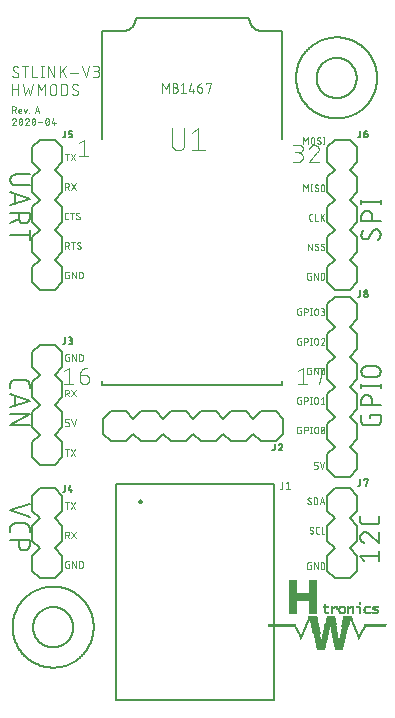
<source format=gbr>
G04 EAGLE Gerber RS-274X export*
G75*
%MOMM*%
%FSLAX34Y34*%
%LPD*%
%INSilkscreen Top*%
%IPPOS*%
%AMOC8*
5,1,8,0,0,1.08239X$1,22.5*%
G01*
%ADD10C,0.152400*%
%ADD11C,0.076200*%
%ADD12C,0.050800*%
%ADD13C,0.000000*%
%ADD14C,0.200000*%
%ADD15C,0.203200*%
%ADD16R,0.690000X0.010000*%
%ADD17R,0.700000X0.010000*%
%ADD18R,0.710000X0.010000*%
%ADD19R,0.720000X0.010000*%
%ADD20R,0.730000X0.010000*%
%ADD21R,0.740000X0.010000*%
%ADD22R,0.750000X0.010000*%
%ADD23R,0.760000X0.010000*%
%ADD24R,0.770000X0.010000*%
%ADD25R,0.780000X0.010000*%
%ADD26R,0.790000X0.010000*%
%ADD27R,0.800000X0.010000*%
%ADD28R,0.810000X0.010000*%
%ADD29R,0.820000X0.010000*%
%ADD30R,0.830000X0.010000*%
%ADD31R,0.840000X0.010000*%
%ADD32R,0.850000X0.010000*%
%ADD33R,0.860000X0.010000*%
%ADD34R,0.870000X0.010000*%
%ADD35R,0.880000X0.010000*%
%ADD36R,0.890000X0.010000*%
%ADD37R,0.900000X0.010000*%
%ADD38R,0.910000X0.010000*%
%ADD39R,0.920000X0.010000*%
%ADD40R,0.940000X0.010000*%
%ADD41R,0.930000X0.010000*%
%ADD42R,0.960000X0.010000*%
%ADD43R,0.950000X0.010000*%
%ADD44R,0.970000X0.010000*%
%ADD45R,0.980000X0.010000*%
%ADD46R,0.990000X0.010000*%
%ADD47R,1.000000X0.010000*%
%ADD48R,0.550000X0.010000*%
%ADD49R,0.440000X0.010000*%
%ADD50R,0.540000X0.010000*%
%ADD51R,0.500000X0.010000*%
%ADD52R,0.480000X0.010000*%
%ADD53R,0.490000X0.010000*%
%ADD54R,0.450000X0.010000*%
%ADD55R,0.560000X0.010000*%
%ADD56R,0.510000X0.010000*%
%ADD57R,0.010000X0.010000*%
%ADD58R,0.020000X0.010000*%
%ADD59R,0.030000X0.010000*%
%ADD60R,0.040000X0.010000*%
%ADD61R,0.050000X0.010000*%
%ADD62R,0.070000X0.010000*%
%ADD63R,0.460000X0.010000*%
%ADD64R,0.090000X0.010000*%
%ADD65R,0.570000X0.010000*%
%ADD66R,0.110000X0.010000*%
%ADD67R,0.120000X0.010000*%
%ADD68R,0.520000X0.010000*%
%ADD69R,0.140000X0.010000*%
%ADD70R,0.160000X0.010000*%
%ADD71R,0.170000X0.010000*%
%ADD72R,0.180000X0.010000*%
%ADD73R,0.580000X0.010000*%
%ADD74R,0.190000X0.010000*%
%ADD75R,0.210000X0.010000*%
%ADD76R,0.230000X0.010000*%
%ADD77R,0.530000X0.010000*%
%ADD78R,0.250000X0.010000*%
%ADD79R,0.260000X0.010000*%
%ADD80R,0.280000X0.010000*%
%ADD81R,0.300000X0.010000*%
%ADD82R,0.470000X0.010000*%
%ADD83R,0.310000X0.010000*%
%ADD84R,0.330000X0.010000*%
%ADD85R,0.350000X0.010000*%
%ADD86R,0.590000X0.010000*%
%ADD87R,0.370000X0.010000*%
%ADD88R,0.380000X0.010000*%
%ADD89R,0.390000X0.010000*%
%ADD90R,0.400000X0.010000*%
%ADD91R,0.420000X0.010000*%
%ADD92R,0.200000X0.010000*%
%ADD93R,0.600000X0.010000*%
%ADD94R,0.610000X0.010000*%
%ADD95R,0.620000X0.010000*%
%ADD96R,0.630000X0.010000*%
%ADD97R,2.400000X0.010000*%
%ADD98R,1.910000X0.010000*%
%ADD99R,2.390000X0.010000*%
%ADD100R,1.900000X0.010000*%
%ADD101R,2.380000X0.010000*%
%ADD102R,1.890000X0.010000*%
%ADD103R,2.370000X0.010000*%
%ADD104R,1.880000X0.010000*%
%ADD105R,2.360000X0.010000*%
%ADD106R,1.870000X0.010000*%
%ADD107R,2.350000X0.010000*%
%ADD108R,1.860000X0.010000*%
%ADD109R,2.340000X0.010000*%
%ADD110R,1.850000X0.010000*%
%ADD111R,2.330000X0.010000*%
%ADD112R,1.840000X0.010000*%
%ADD113R,0.640000X0.010000*%
%ADD114R,2.320000X0.010000*%
%ADD115R,1.830000X0.010000*%
%ADD116R,2.310000X0.010000*%
%ADD117R,1.820000X0.010000*%
%ADD118R,2.300000X0.010000*%
%ADD119R,1.810000X0.010000*%
%ADD120R,2.280000X0.010000*%
%ADD121R,1.790000X0.010000*%
%ADD122R,0.650000X0.010000*%
%ADD123R,0.660000X0.010000*%
%ADD124R,0.150000X0.010000*%
%ADD125R,0.130000X0.010000*%
%ADD126R,0.100000X0.010000*%
%ADD127R,0.670000X0.010000*%
%ADD128R,0.080000X0.010000*%
%ADD129R,0.060000X0.010000*%
%ADD130R,0.680000X0.010000*%
%ADD131R,0.270000X0.010000*%
%ADD132R,0.410000X0.010000*%
%ADD133R,0.430000X0.010000*%
%ADD134R,0.220000X0.010000*%
%ADD135R,0.240000X0.010000*%
%ADD136R,0.290000X0.010000*%
%ADD137R,0.320000X0.010000*%
%ADD138R,0.340000X0.010000*%
%ADD139R,0.360000X0.010000*%


D10*
X20018Y423238D02*
X8278Y423238D01*
X8145Y423236D01*
X8013Y423230D01*
X7881Y423220D01*
X7749Y423207D01*
X7617Y423189D01*
X7487Y423168D01*
X7356Y423143D01*
X7227Y423114D01*
X7099Y423081D01*
X6971Y423045D01*
X6845Y423005D01*
X6720Y422961D01*
X6596Y422913D01*
X6474Y422862D01*
X6353Y422807D01*
X6234Y422749D01*
X6116Y422687D01*
X6001Y422622D01*
X5887Y422553D01*
X5776Y422482D01*
X5667Y422406D01*
X5560Y422328D01*
X5455Y422247D01*
X5353Y422162D01*
X5253Y422075D01*
X5156Y421985D01*
X5061Y421892D01*
X4970Y421796D01*
X4881Y421698D01*
X4795Y421597D01*
X4712Y421493D01*
X4632Y421387D01*
X4556Y421279D01*
X4482Y421169D01*
X4412Y421056D01*
X4345Y420942D01*
X4282Y420825D01*
X4222Y420707D01*
X4165Y420587D01*
X4112Y420465D01*
X4063Y420342D01*
X4017Y420218D01*
X3975Y420092D01*
X3937Y419965D01*
X3902Y419837D01*
X3871Y419708D01*
X3844Y419579D01*
X3821Y419448D01*
X3801Y419317D01*
X3786Y419185D01*
X3774Y419053D01*
X3766Y418921D01*
X3762Y418788D01*
X3762Y418656D01*
X3766Y418523D01*
X3774Y418391D01*
X3786Y418259D01*
X3801Y418127D01*
X3821Y417996D01*
X3844Y417865D01*
X3871Y417736D01*
X3902Y417607D01*
X3937Y417479D01*
X3975Y417352D01*
X4017Y417226D01*
X4063Y417102D01*
X4112Y416979D01*
X4165Y416857D01*
X4222Y416737D01*
X4282Y416619D01*
X4345Y416502D01*
X4412Y416388D01*
X4482Y416275D01*
X4556Y416165D01*
X4632Y416057D01*
X4712Y415951D01*
X4795Y415847D01*
X4881Y415746D01*
X4970Y415648D01*
X5061Y415552D01*
X5156Y415459D01*
X5253Y415369D01*
X5353Y415282D01*
X5455Y415197D01*
X5560Y415116D01*
X5667Y415038D01*
X5776Y414962D01*
X5887Y414891D01*
X6001Y414822D01*
X6116Y414757D01*
X6234Y414695D01*
X6353Y414637D01*
X6474Y414582D01*
X6596Y414531D01*
X6720Y414483D01*
X6845Y414439D01*
X6971Y414399D01*
X7099Y414363D01*
X7227Y414330D01*
X7356Y414301D01*
X7487Y414276D01*
X7617Y414255D01*
X7749Y414237D01*
X7881Y414224D01*
X8013Y414214D01*
X8145Y414208D01*
X8278Y414206D01*
X8278Y414207D02*
X20018Y414207D01*
X20018Y402570D02*
X3762Y407989D01*
X3762Y397152D02*
X20018Y402570D01*
X7826Y398506D02*
X7826Y406634D01*
X3762Y390842D02*
X20018Y390842D01*
X20018Y386326D01*
X20016Y386193D01*
X20010Y386061D01*
X20000Y385929D01*
X19987Y385797D01*
X19969Y385665D01*
X19948Y385535D01*
X19923Y385404D01*
X19894Y385275D01*
X19861Y385147D01*
X19825Y385019D01*
X19785Y384893D01*
X19741Y384768D01*
X19693Y384644D01*
X19642Y384522D01*
X19587Y384401D01*
X19529Y384282D01*
X19467Y384164D01*
X19402Y384049D01*
X19333Y383935D01*
X19262Y383824D01*
X19186Y383715D01*
X19108Y383608D01*
X19027Y383503D01*
X18942Y383401D01*
X18855Y383301D01*
X18765Y383204D01*
X18672Y383109D01*
X18576Y383018D01*
X18478Y382929D01*
X18377Y382843D01*
X18273Y382760D01*
X18167Y382680D01*
X18059Y382604D01*
X17949Y382530D01*
X17836Y382460D01*
X17722Y382393D01*
X17605Y382330D01*
X17487Y382270D01*
X17367Y382213D01*
X17245Y382160D01*
X17122Y382111D01*
X16998Y382065D01*
X16872Y382023D01*
X16745Y381985D01*
X16617Y381950D01*
X16488Y381919D01*
X16359Y381892D01*
X16228Y381869D01*
X16097Y381849D01*
X15965Y381834D01*
X15833Y381822D01*
X15701Y381814D01*
X15568Y381810D01*
X15436Y381810D01*
X15303Y381814D01*
X15171Y381822D01*
X15039Y381834D01*
X14907Y381849D01*
X14776Y381869D01*
X14645Y381892D01*
X14516Y381919D01*
X14387Y381950D01*
X14259Y381985D01*
X14132Y382023D01*
X14006Y382065D01*
X13882Y382111D01*
X13759Y382160D01*
X13637Y382213D01*
X13517Y382270D01*
X13399Y382330D01*
X13282Y382393D01*
X13168Y382460D01*
X13055Y382530D01*
X12945Y382604D01*
X12837Y382680D01*
X12731Y382760D01*
X12627Y382843D01*
X12526Y382929D01*
X12428Y383018D01*
X12332Y383109D01*
X12239Y383204D01*
X12149Y383301D01*
X12062Y383401D01*
X11977Y383503D01*
X11896Y383608D01*
X11818Y383715D01*
X11742Y383824D01*
X11671Y383935D01*
X11602Y384049D01*
X11537Y384164D01*
X11475Y384282D01*
X11417Y384401D01*
X11362Y384522D01*
X11311Y384644D01*
X11263Y384768D01*
X11219Y384893D01*
X11179Y385019D01*
X11143Y385147D01*
X11110Y385275D01*
X11081Y385404D01*
X11056Y385535D01*
X11035Y385665D01*
X11017Y385797D01*
X11004Y385929D01*
X10994Y386061D01*
X10988Y386193D01*
X10986Y386326D01*
X10987Y386326D02*
X10987Y390842D01*
X10987Y385423D02*
X3762Y381811D01*
X3762Y371829D02*
X20018Y371829D01*
X20018Y376344D02*
X20018Y367313D01*
X3762Y245626D02*
X3762Y242013D01*
X3762Y245626D02*
X3764Y245744D01*
X3770Y245862D01*
X3779Y245980D01*
X3793Y246097D01*
X3810Y246214D01*
X3831Y246331D01*
X3856Y246446D01*
X3885Y246561D01*
X3918Y246675D01*
X3954Y246787D01*
X3994Y246898D01*
X4037Y247008D01*
X4084Y247117D01*
X4134Y247224D01*
X4189Y247329D01*
X4246Y247432D01*
X4307Y247533D01*
X4371Y247633D01*
X4438Y247730D01*
X4508Y247825D01*
X4582Y247917D01*
X4658Y248008D01*
X4738Y248095D01*
X4820Y248180D01*
X4905Y248262D01*
X4992Y248342D01*
X5083Y248418D01*
X5175Y248492D01*
X5270Y248562D01*
X5367Y248629D01*
X5467Y248693D01*
X5568Y248754D01*
X5671Y248811D01*
X5776Y248866D01*
X5883Y248916D01*
X5992Y248963D01*
X6102Y249006D01*
X6213Y249046D01*
X6325Y249082D01*
X6439Y249115D01*
X6554Y249144D01*
X6669Y249169D01*
X6786Y249190D01*
X6903Y249207D01*
X7020Y249221D01*
X7138Y249230D01*
X7256Y249236D01*
X7374Y249238D01*
X16406Y249238D01*
X16524Y249236D01*
X16642Y249230D01*
X16760Y249221D01*
X16877Y249207D01*
X16994Y249190D01*
X17111Y249169D01*
X17226Y249144D01*
X17341Y249115D01*
X17455Y249082D01*
X17567Y249046D01*
X17678Y249006D01*
X17788Y248963D01*
X17897Y248916D01*
X18004Y248866D01*
X18109Y248812D01*
X18212Y248754D01*
X18313Y248693D01*
X18413Y248629D01*
X18510Y248562D01*
X18605Y248492D01*
X18697Y248418D01*
X18788Y248342D01*
X18875Y248262D01*
X18960Y248180D01*
X19042Y248095D01*
X19122Y248008D01*
X19198Y247917D01*
X19272Y247825D01*
X19342Y247730D01*
X19409Y247633D01*
X19473Y247533D01*
X19534Y247432D01*
X19591Y247329D01*
X19645Y247224D01*
X19696Y247117D01*
X19743Y247008D01*
X19786Y246898D01*
X19826Y246787D01*
X19862Y246675D01*
X19895Y246561D01*
X19924Y246446D01*
X19949Y246331D01*
X19970Y246214D01*
X19987Y246097D01*
X20001Y245980D01*
X20010Y245862D01*
X20016Y245744D01*
X20018Y245626D01*
X20018Y242013D01*
X20018Y231657D02*
X3762Y237076D01*
X3762Y226238D02*
X20018Y231657D01*
X7826Y227593D02*
X7826Y235721D01*
X3762Y220020D02*
X20018Y220020D01*
X3762Y210989D01*
X20018Y210989D01*
X20018Y144238D02*
X3762Y138819D01*
X20018Y133401D01*
X3762Y124131D02*
X3762Y120518D01*
X3762Y124131D02*
X3764Y124249D01*
X3770Y124367D01*
X3779Y124485D01*
X3793Y124602D01*
X3810Y124719D01*
X3831Y124836D01*
X3856Y124951D01*
X3885Y125066D01*
X3918Y125180D01*
X3954Y125292D01*
X3994Y125403D01*
X4037Y125513D01*
X4084Y125622D01*
X4134Y125729D01*
X4189Y125834D01*
X4246Y125937D01*
X4307Y126038D01*
X4371Y126138D01*
X4438Y126235D01*
X4508Y126330D01*
X4582Y126422D01*
X4658Y126513D01*
X4738Y126600D01*
X4820Y126685D01*
X4905Y126767D01*
X4992Y126847D01*
X5083Y126923D01*
X5175Y126997D01*
X5270Y127067D01*
X5367Y127134D01*
X5467Y127198D01*
X5568Y127259D01*
X5671Y127316D01*
X5776Y127371D01*
X5883Y127421D01*
X5992Y127468D01*
X6102Y127511D01*
X6213Y127551D01*
X6325Y127587D01*
X6439Y127620D01*
X6554Y127649D01*
X6669Y127674D01*
X6786Y127695D01*
X6903Y127712D01*
X7020Y127726D01*
X7138Y127735D01*
X7256Y127741D01*
X7374Y127743D01*
X16406Y127743D01*
X16524Y127741D01*
X16642Y127735D01*
X16760Y127726D01*
X16877Y127712D01*
X16994Y127695D01*
X17111Y127674D01*
X17226Y127649D01*
X17341Y127620D01*
X17455Y127587D01*
X17567Y127551D01*
X17678Y127511D01*
X17788Y127468D01*
X17897Y127421D01*
X18004Y127371D01*
X18109Y127317D01*
X18212Y127259D01*
X18313Y127198D01*
X18413Y127134D01*
X18510Y127067D01*
X18605Y126997D01*
X18697Y126923D01*
X18788Y126847D01*
X18875Y126767D01*
X18960Y126685D01*
X19042Y126600D01*
X19122Y126513D01*
X19198Y126422D01*
X19272Y126330D01*
X19342Y126235D01*
X19409Y126138D01*
X19473Y126038D01*
X19534Y125937D01*
X19591Y125834D01*
X19645Y125729D01*
X19696Y125622D01*
X19743Y125513D01*
X19786Y125403D01*
X19826Y125292D01*
X19862Y125180D01*
X19895Y125066D01*
X19924Y124951D01*
X19949Y124836D01*
X19970Y124719D01*
X19987Y124602D01*
X20001Y124485D01*
X20010Y124367D01*
X20016Y124249D01*
X20018Y124131D01*
X20018Y120518D01*
X20018Y113946D02*
X3762Y113946D01*
X20018Y113946D02*
X20018Y109430D01*
X20016Y109297D01*
X20010Y109165D01*
X20000Y109033D01*
X19987Y108901D01*
X19969Y108769D01*
X19948Y108639D01*
X19923Y108508D01*
X19894Y108379D01*
X19861Y108251D01*
X19825Y108123D01*
X19785Y107997D01*
X19741Y107872D01*
X19693Y107748D01*
X19642Y107626D01*
X19587Y107505D01*
X19529Y107386D01*
X19467Y107268D01*
X19402Y107153D01*
X19333Y107039D01*
X19262Y106928D01*
X19186Y106819D01*
X19108Y106712D01*
X19027Y106607D01*
X18942Y106505D01*
X18855Y106405D01*
X18765Y106308D01*
X18672Y106213D01*
X18576Y106122D01*
X18478Y106033D01*
X18377Y105947D01*
X18273Y105864D01*
X18167Y105784D01*
X18059Y105708D01*
X17949Y105634D01*
X17836Y105564D01*
X17722Y105497D01*
X17605Y105434D01*
X17487Y105374D01*
X17367Y105317D01*
X17245Y105264D01*
X17122Y105215D01*
X16998Y105169D01*
X16872Y105127D01*
X16745Y105089D01*
X16617Y105054D01*
X16488Y105023D01*
X16359Y104996D01*
X16228Y104973D01*
X16097Y104953D01*
X15965Y104938D01*
X15833Y104926D01*
X15701Y104918D01*
X15568Y104914D01*
X15436Y104914D01*
X15303Y104918D01*
X15171Y104926D01*
X15039Y104938D01*
X14907Y104953D01*
X14776Y104973D01*
X14645Y104996D01*
X14516Y105023D01*
X14387Y105054D01*
X14259Y105089D01*
X14132Y105127D01*
X14006Y105169D01*
X13882Y105215D01*
X13759Y105264D01*
X13637Y105317D01*
X13517Y105374D01*
X13399Y105434D01*
X13282Y105497D01*
X13168Y105564D01*
X13055Y105634D01*
X12945Y105708D01*
X12837Y105784D01*
X12731Y105864D01*
X12627Y105947D01*
X12526Y106033D01*
X12428Y106122D01*
X12332Y106213D01*
X12239Y106308D01*
X12149Y106405D01*
X12062Y106505D01*
X11977Y106607D01*
X11896Y106712D01*
X11818Y106819D01*
X11742Y106928D01*
X11671Y107039D01*
X11602Y107153D01*
X11537Y107268D01*
X11475Y107386D01*
X11417Y107505D01*
X11362Y107626D01*
X11311Y107748D01*
X11263Y107872D01*
X11219Y107997D01*
X11179Y108123D01*
X11143Y108251D01*
X11110Y108379D01*
X11081Y108508D01*
X11056Y108639D01*
X11035Y108769D01*
X11017Y108901D01*
X11004Y109033D01*
X10994Y109165D01*
X10988Y109297D01*
X10986Y109430D01*
X10987Y109430D02*
X10987Y113946D01*
X299982Y100278D02*
X303594Y95762D01*
X299982Y100278D02*
X316238Y100278D01*
X316238Y104793D02*
X316238Y95762D01*
X299982Y116360D02*
X299984Y116485D01*
X299990Y116610D01*
X299999Y116735D01*
X300013Y116859D01*
X300030Y116983D01*
X300051Y117107D01*
X300076Y117229D01*
X300105Y117351D01*
X300137Y117472D01*
X300173Y117592D01*
X300213Y117711D01*
X300256Y117828D01*
X300303Y117944D01*
X300354Y118059D01*
X300408Y118171D01*
X300466Y118283D01*
X300526Y118392D01*
X300591Y118499D01*
X300658Y118605D01*
X300729Y118708D01*
X300803Y118809D01*
X300880Y118908D01*
X300960Y119004D01*
X301043Y119098D01*
X301128Y119189D01*
X301217Y119278D01*
X301308Y119363D01*
X301402Y119446D01*
X301498Y119526D01*
X301597Y119603D01*
X301698Y119677D01*
X301801Y119748D01*
X301907Y119815D01*
X302014Y119880D01*
X302123Y119940D01*
X302235Y119998D01*
X302347Y120052D01*
X302462Y120103D01*
X302578Y120150D01*
X302695Y120193D01*
X302814Y120233D01*
X302934Y120269D01*
X303055Y120301D01*
X303177Y120330D01*
X303299Y120355D01*
X303423Y120376D01*
X303547Y120393D01*
X303671Y120407D01*
X303796Y120416D01*
X303921Y120422D01*
X304046Y120424D01*
X299982Y116360D02*
X299984Y116217D01*
X299990Y116075D01*
X300000Y115932D01*
X300013Y115790D01*
X300031Y115649D01*
X300052Y115507D01*
X300077Y115367D01*
X300106Y115227D01*
X300139Y115088D01*
X300176Y114950D01*
X300216Y114813D01*
X300260Y114678D01*
X300308Y114543D01*
X300360Y114410D01*
X300415Y114278D01*
X300474Y114148D01*
X300536Y114020D01*
X300602Y113893D01*
X300671Y113768D01*
X300743Y113645D01*
X300819Y113524D01*
X300898Y113406D01*
X300981Y113289D01*
X301066Y113175D01*
X301155Y113063D01*
X301246Y112954D01*
X301341Y112847D01*
X301438Y112742D01*
X301539Y112641D01*
X301642Y112542D01*
X301747Y112446D01*
X301856Y112353D01*
X301967Y112263D01*
X302080Y112176D01*
X302195Y112092D01*
X302313Y112012D01*
X302433Y111934D01*
X302555Y111860D01*
X302679Y111790D01*
X302805Y111722D01*
X302933Y111659D01*
X303062Y111598D01*
X303193Y111541D01*
X303325Y111488D01*
X303459Y111439D01*
X303594Y111393D01*
X307207Y119069D02*
X307115Y119163D01*
X307021Y119253D01*
X306924Y119341D01*
X306824Y119426D01*
X306722Y119508D01*
X306617Y119586D01*
X306510Y119662D01*
X306401Y119734D01*
X306290Y119803D01*
X306176Y119869D01*
X306061Y119931D01*
X305944Y119990D01*
X305825Y120045D01*
X305705Y120096D01*
X305583Y120144D01*
X305460Y120189D01*
X305336Y120229D01*
X305210Y120266D01*
X305083Y120299D01*
X304956Y120328D01*
X304827Y120354D01*
X304698Y120375D01*
X304568Y120393D01*
X304438Y120406D01*
X304308Y120416D01*
X304177Y120422D01*
X304046Y120424D01*
X307207Y119070D02*
X316238Y111393D01*
X316238Y120424D01*
X316238Y130597D02*
X316238Y134210D01*
X316238Y130597D02*
X316236Y130479D01*
X316230Y130361D01*
X316221Y130243D01*
X316207Y130126D01*
X316190Y130009D01*
X316169Y129892D01*
X316144Y129777D01*
X316115Y129662D01*
X316082Y129548D01*
X316046Y129436D01*
X316006Y129325D01*
X315963Y129215D01*
X315916Y129106D01*
X315866Y128999D01*
X315811Y128894D01*
X315754Y128791D01*
X315693Y128690D01*
X315629Y128590D01*
X315562Y128493D01*
X315492Y128398D01*
X315418Y128306D01*
X315342Y128215D01*
X315262Y128128D01*
X315180Y128043D01*
X315095Y127961D01*
X315008Y127881D01*
X314917Y127805D01*
X314825Y127731D01*
X314730Y127661D01*
X314633Y127594D01*
X314533Y127530D01*
X314432Y127469D01*
X314329Y127412D01*
X314224Y127357D01*
X314117Y127307D01*
X314008Y127260D01*
X313898Y127217D01*
X313787Y127177D01*
X313675Y127141D01*
X313561Y127108D01*
X313446Y127079D01*
X313331Y127054D01*
X313214Y127033D01*
X313097Y127016D01*
X312980Y127002D01*
X312862Y126993D01*
X312744Y126987D01*
X312626Y126985D01*
X303594Y126985D01*
X303594Y126984D02*
X303476Y126986D01*
X303358Y126992D01*
X303240Y127001D01*
X303122Y127015D01*
X303005Y127032D01*
X302889Y127053D01*
X302774Y127078D01*
X302659Y127107D01*
X302545Y127140D01*
X302433Y127176D01*
X302321Y127216D01*
X302211Y127259D01*
X302103Y127306D01*
X301996Y127357D01*
X301891Y127411D01*
X301788Y127468D01*
X301686Y127529D01*
X301587Y127593D01*
X301490Y127660D01*
X301395Y127731D01*
X301302Y127804D01*
X301212Y127881D01*
X301124Y127960D01*
X301039Y128042D01*
X300957Y128127D01*
X300878Y128215D01*
X300801Y128305D01*
X300728Y128398D01*
X300657Y128492D01*
X300590Y128590D01*
X300526Y128689D01*
X300465Y128790D01*
X300408Y128894D01*
X300354Y128999D01*
X300303Y129106D01*
X300256Y129214D01*
X300213Y129324D01*
X300173Y129436D01*
X300137Y129548D01*
X300104Y129662D01*
X300075Y129777D01*
X300050Y129892D01*
X300029Y130008D01*
X300012Y130125D01*
X299998Y130243D01*
X299989Y130361D01*
X299983Y130479D01*
X299981Y130597D01*
X299982Y130597D02*
X299982Y134210D01*
X308207Y217084D02*
X308207Y219793D01*
X317238Y219793D01*
X317238Y214374D01*
X317236Y214256D01*
X317230Y214138D01*
X317221Y214020D01*
X317207Y213903D01*
X317190Y213786D01*
X317169Y213669D01*
X317144Y213554D01*
X317115Y213439D01*
X317082Y213325D01*
X317046Y213213D01*
X317006Y213102D01*
X316963Y212992D01*
X316916Y212883D01*
X316866Y212776D01*
X316811Y212671D01*
X316754Y212568D01*
X316693Y212467D01*
X316629Y212367D01*
X316562Y212270D01*
X316492Y212175D01*
X316418Y212083D01*
X316342Y211992D01*
X316262Y211905D01*
X316180Y211820D01*
X316095Y211738D01*
X316008Y211658D01*
X315917Y211582D01*
X315825Y211508D01*
X315730Y211438D01*
X315633Y211371D01*
X315533Y211307D01*
X315432Y211246D01*
X315329Y211189D01*
X315224Y211134D01*
X315117Y211084D01*
X315008Y211037D01*
X314898Y210994D01*
X314787Y210954D01*
X314675Y210918D01*
X314561Y210885D01*
X314446Y210856D01*
X314331Y210831D01*
X314214Y210810D01*
X314097Y210793D01*
X313980Y210779D01*
X313862Y210770D01*
X313744Y210764D01*
X313626Y210762D01*
X304594Y210762D01*
X304476Y210764D01*
X304358Y210770D01*
X304240Y210779D01*
X304122Y210793D01*
X304005Y210810D01*
X303889Y210831D01*
X303774Y210856D01*
X303659Y210885D01*
X303545Y210918D01*
X303433Y210954D01*
X303321Y210994D01*
X303211Y211037D01*
X303103Y211084D01*
X302996Y211135D01*
X302891Y211189D01*
X302788Y211246D01*
X302686Y211307D01*
X302587Y211371D01*
X302490Y211438D01*
X302395Y211509D01*
X302302Y211582D01*
X302212Y211659D01*
X302124Y211738D01*
X302039Y211820D01*
X301957Y211905D01*
X301878Y211993D01*
X301801Y212083D01*
X301728Y212176D01*
X301657Y212270D01*
X301590Y212368D01*
X301526Y212467D01*
X301465Y212568D01*
X301408Y212672D01*
X301354Y212777D01*
X301303Y212884D01*
X301256Y212992D01*
X301213Y213102D01*
X301173Y213214D01*
X301137Y213326D01*
X301104Y213440D01*
X301075Y213555D01*
X301050Y213670D01*
X301029Y213786D01*
X301012Y213903D01*
X300998Y214021D01*
X300989Y214139D01*
X300983Y214257D01*
X300981Y214375D01*
X300982Y214374D02*
X300982Y219793D01*
X300982Y227646D02*
X317238Y227646D01*
X300982Y227646D02*
X300982Y232162D01*
X300984Y232295D01*
X300990Y232427D01*
X301000Y232559D01*
X301013Y232691D01*
X301031Y232823D01*
X301052Y232953D01*
X301077Y233084D01*
X301106Y233213D01*
X301139Y233341D01*
X301175Y233469D01*
X301215Y233595D01*
X301259Y233720D01*
X301307Y233844D01*
X301358Y233966D01*
X301413Y234087D01*
X301471Y234206D01*
X301533Y234324D01*
X301598Y234439D01*
X301667Y234553D01*
X301738Y234664D01*
X301814Y234773D01*
X301892Y234880D01*
X301973Y234985D01*
X302058Y235087D01*
X302145Y235187D01*
X302235Y235284D01*
X302328Y235379D01*
X302424Y235470D01*
X302522Y235559D01*
X302623Y235645D01*
X302727Y235728D01*
X302833Y235808D01*
X302941Y235884D01*
X303051Y235958D01*
X303164Y236028D01*
X303278Y236095D01*
X303395Y236158D01*
X303513Y236218D01*
X303633Y236275D01*
X303755Y236328D01*
X303878Y236377D01*
X304002Y236423D01*
X304128Y236465D01*
X304255Y236503D01*
X304383Y236538D01*
X304512Y236569D01*
X304641Y236596D01*
X304772Y236619D01*
X304903Y236639D01*
X305035Y236654D01*
X305167Y236666D01*
X305299Y236674D01*
X305432Y236678D01*
X305564Y236678D01*
X305697Y236674D01*
X305829Y236666D01*
X305961Y236654D01*
X306093Y236639D01*
X306224Y236619D01*
X306355Y236596D01*
X306484Y236569D01*
X306613Y236538D01*
X306741Y236503D01*
X306868Y236465D01*
X306994Y236423D01*
X307118Y236377D01*
X307241Y236328D01*
X307363Y236275D01*
X307483Y236218D01*
X307601Y236158D01*
X307718Y236095D01*
X307832Y236028D01*
X307945Y235958D01*
X308055Y235884D01*
X308163Y235808D01*
X308269Y235728D01*
X308373Y235645D01*
X308474Y235559D01*
X308572Y235470D01*
X308668Y235379D01*
X308761Y235284D01*
X308851Y235187D01*
X308938Y235087D01*
X309023Y234985D01*
X309104Y234880D01*
X309182Y234773D01*
X309258Y234664D01*
X309329Y234553D01*
X309398Y234439D01*
X309463Y234324D01*
X309525Y234206D01*
X309583Y234087D01*
X309638Y233966D01*
X309689Y233844D01*
X309737Y233720D01*
X309781Y233595D01*
X309821Y233469D01*
X309857Y233341D01*
X309890Y233213D01*
X309919Y233084D01*
X309944Y232953D01*
X309965Y232823D01*
X309983Y232691D01*
X309996Y232559D01*
X310006Y232427D01*
X310012Y232295D01*
X310014Y232162D01*
X310013Y232162D02*
X310013Y227646D01*
X317238Y243935D02*
X300982Y243935D01*
X317238Y242129D02*
X317238Y245741D01*
X300982Y245741D02*
X300982Y242129D01*
X305498Y251924D02*
X312722Y251924D01*
X305498Y251924D02*
X305365Y251926D01*
X305233Y251932D01*
X305101Y251942D01*
X304969Y251955D01*
X304837Y251973D01*
X304707Y251994D01*
X304576Y252019D01*
X304447Y252048D01*
X304319Y252081D01*
X304191Y252117D01*
X304065Y252157D01*
X303940Y252201D01*
X303816Y252249D01*
X303694Y252300D01*
X303573Y252355D01*
X303454Y252413D01*
X303336Y252475D01*
X303221Y252540D01*
X303107Y252609D01*
X302996Y252680D01*
X302887Y252756D01*
X302780Y252834D01*
X302675Y252915D01*
X302573Y253000D01*
X302473Y253087D01*
X302376Y253177D01*
X302281Y253270D01*
X302190Y253366D01*
X302101Y253464D01*
X302015Y253565D01*
X301932Y253669D01*
X301852Y253775D01*
X301776Y253883D01*
X301702Y253993D01*
X301632Y254106D01*
X301565Y254220D01*
X301502Y254337D01*
X301442Y254455D01*
X301385Y254575D01*
X301332Y254697D01*
X301283Y254820D01*
X301237Y254944D01*
X301195Y255070D01*
X301157Y255197D01*
X301122Y255325D01*
X301091Y255454D01*
X301064Y255583D01*
X301041Y255714D01*
X301021Y255845D01*
X301006Y255977D01*
X300994Y256109D01*
X300986Y256241D01*
X300982Y256374D01*
X300982Y256506D01*
X300986Y256639D01*
X300994Y256771D01*
X301006Y256903D01*
X301021Y257035D01*
X301041Y257166D01*
X301064Y257297D01*
X301091Y257426D01*
X301122Y257555D01*
X301157Y257683D01*
X301195Y257810D01*
X301237Y257936D01*
X301283Y258060D01*
X301332Y258183D01*
X301385Y258305D01*
X301442Y258425D01*
X301502Y258543D01*
X301565Y258660D01*
X301632Y258774D01*
X301702Y258887D01*
X301776Y258997D01*
X301852Y259105D01*
X301932Y259211D01*
X302015Y259315D01*
X302101Y259416D01*
X302190Y259514D01*
X302281Y259610D01*
X302376Y259703D01*
X302473Y259793D01*
X302573Y259880D01*
X302675Y259965D01*
X302780Y260046D01*
X302887Y260124D01*
X302996Y260200D01*
X303107Y260271D01*
X303221Y260340D01*
X303336Y260405D01*
X303454Y260467D01*
X303573Y260525D01*
X303694Y260580D01*
X303816Y260631D01*
X303940Y260679D01*
X304065Y260723D01*
X304191Y260763D01*
X304319Y260799D01*
X304447Y260832D01*
X304576Y260861D01*
X304707Y260886D01*
X304837Y260907D01*
X304969Y260925D01*
X305101Y260938D01*
X305233Y260948D01*
X305365Y260954D01*
X305498Y260956D01*
X305498Y260955D02*
X312722Y260955D01*
X312722Y260956D02*
X312855Y260954D01*
X312987Y260948D01*
X313119Y260938D01*
X313251Y260925D01*
X313383Y260907D01*
X313513Y260886D01*
X313644Y260861D01*
X313773Y260832D01*
X313901Y260799D01*
X314029Y260763D01*
X314155Y260723D01*
X314280Y260679D01*
X314404Y260631D01*
X314526Y260580D01*
X314647Y260525D01*
X314766Y260467D01*
X314884Y260405D01*
X314999Y260340D01*
X315113Y260271D01*
X315224Y260200D01*
X315333Y260124D01*
X315440Y260046D01*
X315545Y259965D01*
X315647Y259880D01*
X315747Y259793D01*
X315844Y259703D01*
X315939Y259610D01*
X316030Y259514D01*
X316119Y259416D01*
X316205Y259315D01*
X316288Y259211D01*
X316368Y259105D01*
X316444Y258997D01*
X316518Y258887D01*
X316588Y258774D01*
X316655Y258660D01*
X316718Y258543D01*
X316778Y258425D01*
X316835Y258305D01*
X316888Y258183D01*
X316937Y258060D01*
X316983Y257936D01*
X317025Y257810D01*
X317063Y257683D01*
X317098Y257555D01*
X317129Y257426D01*
X317156Y257297D01*
X317179Y257166D01*
X317199Y257035D01*
X317214Y256903D01*
X317226Y256771D01*
X317234Y256639D01*
X317238Y256506D01*
X317238Y256374D01*
X317234Y256241D01*
X317226Y256109D01*
X317214Y255977D01*
X317199Y255845D01*
X317179Y255714D01*
X317156Y255583D01*
X317129Y255454D01*
X317098Y255325D01*
X317063Y255197D01*
X317025Y255070D01*
X316983Y254944D01*
X316937Y254820D01*
X316888Y254697D01*
X316835Y254575D01*
X316778Y254455D01*
X316718Y254337D01*
X316655Y254220D01*
X316588Y254106D01*
X316518Y253993D01*
X316444Y253883D01*
X316368Y253775D01*
X316288Y253669D01*
X316205Y253565D01*
X316119Y253464D01*
X316030Y253366D01*
X315939Y253270D01*
X315844Y253177D01*
X315747Y253087D01*
X315647Y253000D01*
X315545Y252915D01*
X315440Y252834D01*
X315333Y252756D01*
X315224Y252680D01*
X315113Y252609D01*
X314999Y252540D01*
X314884Y252475D01*
X314766Y252413D01*
X314647Y252355D01*
X314526Y252300D01*
X314404Y252249D01*
X314280Y252201D01*
X314155Y252157D01*
X314029Y252117D01*
X313901Y252081D01*
X313773Y252048D01*
X313644Y252019D01*
X313513Y251994D01*
X313383Y251973D01*
X313251Y251955D01*
X313119Y251942D01*
X312987Y251932D01*
X312855Y251926D01*
X312722Y251924D01*
X317238Y373181D02*
X317236Y373299D01*
X317230Y373417D01*
X317221Y373535D01*
X317207Y373652D01*
X317190Y373769D01*
X317169Y373886D01*
X317144Y374001D01*
X317115Y374116D01*
X317082Y374230D01*
X317046Y374342D01*
X317006Y374453D01*
X316963Y374563D01*
X316916Y374672D01*
X316866Y374779D01*
X316811Y374884D01*
X316754Y374987D01*
X316693Y375088D01*
X316629Y375188D01*
X316562Y375285D01*
X316492Y375380D01*
X316418Y375472D01*
X316342Y375563D01*
X316262Y375650D01*
X316180Y375735D01*
X316095Y375817D01*
X316008Y375897D01*
X315917Y375973D01*
X315825Y376047D01*
X315730Y376117D01*
X315633Y376184D01*
X315533Y376248D01*
X315432Y376309D01*
X315329Y376366D01*
X315224Y376421D01*
X315117Y376471D01*
X315008Y376518D01*
X314898Y376561D01*
X314787Y376601D01*
X314675Y376637D01*
X314561Y376670D01*
X314446Y376699D01*
X314331Y376724D01*
X314214Y376745D01*
X314097Y376762D01*
X313980Y376776D01*
X313862Y376785D01*
X313744Y376791D01*
X313626Y376793D01*
X317238Y373181D02*
X317236Y372998D01*
X317229Y372816D01*
X317218Y372634D01*
X317203Y372452D01*
X317183Y372270D01*
X317160Y372089D01*
X317131Y371909D01*
X317099Y371729D01*
X317062Y371550D01*
X317021Y371373D01*
X316975Y371196D01*
X316926Y371020D01*
X316872Y370846D01*
X316814Y370672D01*
X316752Y370501D01*
X316686Y370331D01*
X316615Y370162D01*
X316541Y369995D01*
X316463Y369830D01*
X316381Y369667D01*
X316295Y369506D01*
X316205Y369347D01*
X316111Y369190D01*
X316014Y369036D01*
X315913Y368884D01*
X315808Y368734D01*
X315700Y368587D01*
X315589Y368443D01*
X315474Y368301D01*
X315355Y368162D01*
X315233Y368026D01*
X315108Y367893D01*
X314980Y367763D01*
X304594Y368214D02*
X304476Y368216D01*
X304358Y368222D01*
X304240Y368231D01*
X304123Y368245D01*
X304006Y368262D01*
X303889Y368283D01*
X303774Y368308D01*
X303659Y368337D01*
X303545Y368370D01*
X303433Y368406D01*
X303322Y368446D01*
X303212Y368489D01*
X303103Y368536D01*
X302996Y368586D01*
X302891Y368641D01*
X302788Y368698D01*
X302687Y368759D01*
X302587Y368823D01*
X302490Y368890D01*
X302395Y368960D01*
X302303Y369034D01*
X302212Y369110D01*
X302125Y369190D01*
X302040Y369272D01*
X301958Y369357D01*
X301878Y369444D01*
X301802Y369535D01*
X301728Y369627D01*
X301658Y369722D01*
X301591Y369819D01*
X301527Y369919D01*
X301466Y370020D01*
X301409Y370123D01*
X301354Y370228D01*
X301304Y370335D01*
X301257Y370444D01*
X301214Y370554D01*
X301174Y370665D01*
X301138Y370777D01*
X301105Y370891D01*
X301076Y371006D01*
X301051Y371121D01*
X301030Y371238D01*
X301013Y371355D01*
X300999Y371472D01*
X300990Y371590D01*
X300984Y371708D01*
X300982Y371826D01*
X300984Y371987D01*
X300990Y372149D01*
X300999Y372310D01*
X301013Y372471D01*
X301030Y372631D01*
X301051Y372791D01*
X301076Y372951D01*
X301105Y373110D01*
X301137Y373268D01*
X301173Y373425D01*
X301213Y373581D01*
X301257Y373737D01*
X301305Y373891D01*
X301356Y374044D01*
X301410Y374196D01*
X301469Y374347D01*
X301530Y374496D01*
X301596Y374643D01*
X301665Y374789D01*
X301737Y374934D01*
X301813Y375076D01*
X301892Y375217D01*
X301974Y375356D01*
X302060Y375492D01*
X302149Y375627D01*
X302241Y375760D01*
X302337Y375890D01*
X307755Y370019D02*
X307693Y369918D01*
X307628Y369818D01*
X307559Y369721D01*
X307487Y369626D01*
X307413Y369533D01*
X307335Y369443D01*
X307254Y369355D01*
X307171Y369270D01*
X307085Y369188D01*
X306996Y369109D01*
X306905Y369032D01*
X306811Y368959D01*
X306715Y368888D01*
X306617Y368821D01*
X306517Y368757D01*
X306414Y368696D01*
X306310Y368639D01*
X306204Y368585D01*
X306096Y368535D01*
X305987Y368488D01*
X305876Y368444D01*
X305764Y368404D01*
X305650Y368368D01*
X305536Y368336D01*
X305420Y368307D01*
X305304Y368282D01*
X305187Y368261D01*
X305069Y368244D01*
X304951Y368230D01*
X304832Y368221D01*
X304713Y368215D01*
X304594Y368213D01*
X310465Y374987D02*
X310527Y375088D01*
X310592Y375188D01*
X310661Y375285D01*
X310733Y375380D01*
X310807Y375473D01*
X310885Y375563D01*
X310966Y375651D01*
X311049Y375736D01*
X311135Y375818D01*
X311224Y375897D01*
X311315Y375974D01*
X311409Y376047D01*
X311505Y376118D01*
X311603Y376185D01*
X311703Y376249D01*
X311806Y376310D01*
X311910Y376367D01*
X312016Y376421D01*
X312124Y376471D01*
X312233Y376518D01*
X312344Y376562D01*
X312456Y376602D01*
X312570Y376638D01*
X312684Y376670D01*
X312800Y376699D01*
X312916Y376724D01*
X313033Y376745D01*
X313151Y376762D01*
X313269Y376776D01*
X313388Y376785D01*
X313507Y376791D01*
X313626Y376793D01*
X310465Y374987D02*
X307755Y370020D01*
X300982Y383604D02*
X317238Y383604D01*
X300982Y383604D02*
X300982Y388120D01*
X300984Y388253D01*
X300990Y388385D01*
X301000Y388517D01*
X301013Y388649D01*
X301031Y388781D01*
X301052Y388911D01*
X301077Y389042D01*
X301106Y389171D01*
X301139Y389299D01*
X301175Y389427D01*
X301215Y389553D01*
X301259Y389678D01*
X301307Y389802D01*
X301358Y389924D01*
X301413Y390045D01*
X301471Y390164D01*
X301533Y390282D01*
X301598Y390397D01*
X301667Y390511D01*
X301738Y390622D01*
X301814Y390731D01*
X301892Y390838D01*
X301973Y390943D01*
X302058Y391045D01*
X302145Y391145D01*
X302235Y391242D01*
X302328Y391337D01*
X302424Y391428D01*
X302522Y391517D01*
X302623Y391603D01*
X302727Y391686D01*
X302833Y391766D01*
X302941Y391842D01*
X303051Y391916D01*
X303164Y391986D01*
X303278Y392053D01*
X303395Y392116D01*
X303513Y392176D01*
X303633Y392233D01*
X303755Y392286D01*
X303878Y392335D01*
X304002Y392381D01*
X304128Y392423D01*
X304255Y392461D01*
X304383Y392496D01*
X304512Y392527D01*
X304641Y392554D01*
X304772Y392577D01*
X304903Y392597D01*
X305035Y392612D01*
X305167Y392624D01*
X305299Y392632D01*
X305432Y392636D01*
X305564Y392636D01*
X305697Y392632D01*
X305829Y392624D01*
X305961Y392612D01*
X306093Y392597D01*
X306224Y392577D01*
X306355Y392554D01*
X306484Y392527D01*
X306613Y392496D01*
X306741Y392461D01*
X306868Y392423D01*
X306994Y392381D01*
X307118Y392335D01*
X307241Y392286D01*
X307363Y392233D01*
X307483Y392176D01*
X307601Y392116D01*
X307718Y392053D01*
X307832Y391986D01*
X307945Y391916D01*
X308055Y391842D01*
X308163Y391766D01*
X308269Y391686D01*
X308373Y391603D01*
X308474Y391517D01*
X308572Y391428D01*
X308668Y391337D01*
X308761Y391242D01*
X308851Y391145D01*
X308938Y391045D01*
X309023Y390943D01*
X309104Y390838D01*
X309182Y390731D01*
X309258Y390622D01*
X309329Y390511D01*
X309398Y390397D01*
X309463Y390282D01*
X309525Y390164D01*
X309583Y390045D01*
X309638Y389924D01*
X309689Y389802D01*
X309737Y389678D01*
X309781Y389553D01*
X309821Y389427D01*
X309857Y389299D01*
X309890Y389171D01*
X309919Y389042D01*
X309944Y388911D01*
X309965Y388781D01*
X309983Y388649D01*
X309996Y388517D01*
X310006Y388385D01*
X310012Y388253D01*
X310014Y388120D01*
X310013Y388120D02*
X310013Y383604D01*
X317238Y399893D02*
X300982Y399893D01*
X317238Y398087D02*
X317238Y401699D01*
X300982Y401699D02*
X300982Y398087D01*
D11*
X10602Y507709D02*
X10600Y507620D01*
X10594Y507532D01*
X10585Y507444D01*
X10572Y507356D01*
X10555Y507269D01*
X10535Y507183D01*
X10510Y507098D01*
X10483Y507013D01*
X10451Y506930D01*
X10417Y506849D01*
X10378Y506769D01*
X10337Y506691D01*
X10292Y506614D01*
X10244Y506540D01*
X10193Y506467D01*
X10139Y506397D01*
X10081Y506330D01*
X10021Y506264D01*
X9959Y506202D01*
X9893Y506142D01*
X9826Y506084D01*
X9756Y506030D01*
X9683Y505979D01*
X9609Y505931D01*
X9532Y505886D01*
X9454Y505845D01*
X9374Y505806D01*
X9293Y505772D01*
X9210Y505740D01*
X9125Y505713D01*
X9040Y505688D01*
X8954Y505668D01*
X8867Y505651D01*
X8779Y505638D01*
X8691Y505629D01*
X8603Y505623D01*
X8514Y505621D01*
X8385Y505623D01*
X8256Y505629D01*
X8127Y505638D01*
X7999Y505651D01*
X7871Y505668D01*
X7744Y505689D01*
X7617Y505713D01*
X7491Y505741D01*
X7366Y505773D01*
X7242Y505808D01*
X7119Y505847D01*
X6997Y505890D01*
X6877Y505936D01*
X6758Y505986D01*
X6640Y506039D01*
X6524Y506095D01*
X6410Y506155D01*
X6297Y506218D01*
X6187Y506285D01*
X6078Y506354D01*
X5972Y506427D01*
X5867Y506503D01*
X5765Y506582D01*
X5666Y506664D01*
X5568Y506748D01*
X5473Y506836D01*
X5381Y506926D01*
X5642Y512931D02*
X5644Y513020D01*
X5650Y513108D01*
X5659Y513196D01*
X5672Y513284D01*
X5689Y513371D01*
X5709Y513457D01*
X5734Y513542D01*
X5761Y513627D01*
X5793Y513710D01*
X5827Y513791D01*
X5866Y513871D01*
X5907Y513949D01*
X5952Y514026D01*
X6000Y514100D01*
X6051Y514173D01*
X6105Y514243D01*
X6163Y514310D01*
X6223Y514376D01*
X6285Y514438D01*
X6351Y514498D01*
X6418Y514556D01*
X6488Y514610D01*
X6561Y514661D01*
X6635Y514709D01*
X6712Y514754D01*
X6790Y514795D01*
X6870Y514834D01*
X6951Y514868D01*
X7034Y514900D01*
X7119Y514927D01*
X7204Y514952D01*
X7290Y514972D01*
X7377Y514989D01*
X7465Y515002D01*
X7553Y515011D01*
X7641Y515017D01*
X7730Y515019D01*
X7850Y515017D01*
X7970Y515012D01*
X8090Y515002D01*
X8209Y514990D01*
X8328Y514973D01*
X8446Y514953D01*
X8564Y514929D01*
X8680Y514902D01*
X8796Y514871D01*
X8911Y514837D01*
X9025Y514799D01*
X9138Y514757D01*
X9249Y514712D01*
X9359Y514664D01*
X9467Y514613D01*
X9574Y514558D01*
X9679Y514500D01*
X9782Y514438D01*
X9883Y514374D01*
X9983Y514306D01*
X10080Y514236D01*
X6686Y511104D02*
X6608Y511152D01*
X6532Y511204D01*
X6459Y511258D01*
X6388Y511316D01*
X6319Y511377D01*
X6253Y511441D01*
X6190Y511508D01*
X6130Y511577D01*
X6073Y511649D01*
X6019Y511723D01*
X5969Y511800D01*
X5921Y511879D01*
X5878Y511959D01*
X5837Y512042D01*
X5801Y512126D01*
X5768Y512211D01*
X5739Y512298D01*
X5713Y512387D01*
X5691Y512476D01*
X5674Y512566D01*
X5660Y512656D01*
X5650Y512748D01*
X5644Y512839D01*
X5642Y512931D01*
X9558Y509536D02*
X9636Y509488D01*
X9712Y509436D01*
X9785Y509382D01*
X9856Y509324D01*
X9925Y509263D01*
X9991Y509199D01*
X10054Y509132D01*
X10114Y509063D01*
X10171Y508991D01*
X10225Y508917D01*
X10275Y508840D01*
X10323Y508761D01*
X10366Y508681D01*
X10407Y508598D01*
X10443Y508514D01*
X10476Y508429D01*
X10505Y508342D01*
X10531Y508253D01*
X10553Y508164D01*
X10570Y508074D01*
X10584Y507984D01*
X10594Y507892D01*
X10600Y507801D01*
X10602Y507709D01*
X9558Y509537D02*
X6686Y511103D01*
X16221Y515019D02*
X16221Y505621D01*
X13611Y515019D02*
X18832Y515019D01*
X22467Y515019D02*
X22467Y505621D01*
X26644Y505621D01*
X30851Y505621D02*
X30851Y515019D01*
X29807Y505621D02*
X31896Y505621D01*
X31896Y515019D02*
X29807Y515019D01*
X35861Y515019D02*
X35861Y505621D01*
X41082Y505621D02*
X35861Y515019D01*
X41082Y515019D02*
X41082Y505621D01*
X45746Y505621D02*
X45746Y515019D01*
X50967Y515019D02*
X45746Y509276D01*
X47834Y511364D02*
X50967Y505621D01*
X54541Y509276D02*
X60806Y509276D01*
X64295Y515019D02*
X67427Y505621D01*
X70560Y515019D01*
X73961Y505621D02*
X76571Y505621D01*
X76672Y505623D01*
X76773Y505629D01*
X76874Y505639D01*
X76974Y505652D01*
X77074Y505670D01*
X77173Y505691D01*
X77271Y505717D01*
X77368Y505746D01*
X77464Y505778D01*
X77558Y505815D01*
X77651Y505855D01*
X77743Y505899D01*
X77832Y505946D01*
X77920Y505997D01*
X78006Y506051D01*
X78089Y506108D01*
X78171Y506168D01*
X78249Y506232D01*
X78326Y506298D01*
X78399Y506368D01*
X78470Y506440D01*
X78538Y506515D01*
X78603Y506593D01*
X78665Y506673D01*
X78724Y506755D01*
X78780Y506840D01*
X78832Y506927D01*
X78881Y507015D01*
X78927Y507106D01*
X78968Y507198D01*
X79007Y507292D01*
X79041Y507387D01*
X79072Y507483D01*
X79099Y507581D01*
X79123Y507679D01*
X79142Y507779D01*
X79158Y507879D01*
X79170Y507979D01*
X79178Y508080D01*
X79182Y508181D01*
X79182Y508283D01*
X79178Y508384D01*
X79170Y508485D01*
X79158Y508585D01*
X79142Y508685D01*
X79123Y508785D01*
X79099Y508883D01*
X79072Y508981D01*
X79041Y509077D01*
X79007Y509172D01*
X78968Y509266D01*
X78927Y509358D01*
X78881Y509449D01*
X78832Y509537D01*
X78780Y509624D01*
X78724Y509709D01*
X78665Y509791D01*
X78603Y509871D01*
X78538Y509949D01*
X78470Y510024D01*
X78399Y510096D01*
X78326Y510166D01*
X78249Y510232D01*
X78171Y510296D01*
X78089Y510356D01*
X78006Y510413D01*
X77920Y510467D01*
X77832Y510518D01*
X77743Y510565D01*
X77651Y510609D01*
X77558Y510649D01*
X77464Y510686D01*
X77368Y510718D01*
X77271Y510747D01*
X77173Y510773D01*
X77074Y510794D01*
X76974Y510812D01*
X76874Y510825D01*
X76773Y510835D01*
X76672Y510841D01*
X76571Y510843D01*
X77093Y515019D02*
X73961Y515019D01*
X77093Y515019D02*
X77183Y515017D01*
X77272Y515011D01*
X77362Y515002D01*
X77451Y514988D01*
X77539Y514971D01*
X77626Y514950D01*
X77713Y514925D01*
X77798Y514896D01*
X77882Y514864D01*
X77964Y514829D01*
X78045Y514789D01*
X78124Y514747D01*
X78201Y514701D01*
X78276Y514651D01*
X78349Y514599D01*
X78420Y514543D01*
X78488Y514485D01*
X78553Y514423D01*
X78616Y514359D01*
X78676Y514292D01*
X78733Y514223D01*
X78787Y514151D01*
X78838Y514077D01*
X78886Y514001D01*
X78930Y513923D01*
X78971Y513843D01*
X79009Y513761D01*
X79043Y513678D01*
X79073Y513593D01*
X79100Y513507D01*
X79123Y513421D01*
X79142Y513333D01*
X79157Y513244D01*
X79169Y513155D01*
X79177Y513066D01*
X79181Y512976D01*
X79181Y512886D01*
X79177Y512796D01*
X79169Y512707D01*
X79157Y512618D01*
X79142Y512529D01*
X79123Y512441D01*
X79100Y512355D01*
X79073Y512269D01*
X79043Y512184D01*
X79009Y512101D01*
X78971Y512019D01*
X78930Y511939D01*
X78886Y511861D01*
X78838Y511785D01*
X78787Y511711D01*
X78733Y511639D01*
X78676Y511570D01*
X78616Y511503D01*
X78553Y511439D01*
X78488Y511377D01*
X78420Y511319D01*
X78349Y511263D01*
X78276Y511211D01*
X78201Y511161D01*
X78124Y511115D01*
X78045Y511073D01*
X77964Y511033D01*
X77882Y510998D01*
X77798Y510966D01*
X77713Y510937D01*
X77626Y510912D01*
X77539Y510891D01*
X77451Y510874D01*
X77362Y510860D01*
X77272Y510851D01*
X77183Y510845D01*
X77093Y510843D01*
X77093Y510842D02*
X75005Y510842D01*
X5381Y499779D02*
X5381Y490381D01*
X5381Y495602D02*
X10602Y495602D01*
X10602Y499779D02*
X10602Y490381D01*
X16571Y490381D02*
X14483Y499779D01*
X18660Y496646D02*
X16571Y490381D01*
X20748Y490381D02*
X18660Y496646D01*
X22836Y499779D02*
X20748Y490381D01*
X26804Y490381D02*
X26804Y499779D01*
X29937Y494558D01*
X33070Y499779D01*
X33070Y490381D01*
X37385Y492992D02*
X37385Y497168D01*
X37384Y497168D02*
X37386Y497269D01*
X37392Y497370D01*
X37402Y497471D01*
X37415Y497571D01*
X37433Y497671D01*
X37454Y497770D01*
X37480Y497868D01*
X37509Y497965D01*
X37541Y498061D01*
X37578Y498155D01*
X37618Y498248D01*
X37662Y498340D01*
X37709Y498429D01*
X37760Y498517D01*
X37814Y498603D01*
X37871Y498686D01*
X37931Y498768D01*
X37995Y498846D01*
X38061Y498923D01*
X38131Y498996D01*
X38203Y499067D01*
X38278Y499135D01*
X38356Y499200D01*
X38436Y499262D01*
X38518Y499321D01*
X38603Y499377D01*
X38690Y499429D01*
X38778Y499478D01*
X38869Y499524D01*
X38961Y499565D01*
X39055Y499604D01*
X39150Y499638D01*
X39246Y499669D01*
X39344Y499696D01*
X39442Y499720D01*
X39542Y499739D01*
X39642Y499755D01*
X39742Y499767D01*
X39843Y499775D01*
X39944Y499779D01*
X40046Y499779D01*
X40147Y499775D01*
X40248Y499767D01*
X40348Y499755D01*
X40448Y499739D01*
X40548Y499720D01*
X40646Y499696D01*
X40744Y499669D01*
X40840Y499638D01*
X40935Y499604D01*
X41029Y499565D01*
X41121Y499524D01*
X41212Y499478D01*
X41301Y499429D01*
X41387Y499377D01*
X41472Y499321D01*
X41554Y499262D01*
X41634Y499200D01*
X41712Y499135D01*
X41787Y499067D01*
X41859Y498996D01*
X41929Y498923D01*
X41995Y498846D01*
X42059Y498768D01*
X42119Y498686D01*
X42176Y498603D01*
X42230Y498517D01*
X42281Y498429D01*
X42328Y498340D01*
X42372Y498248D01*
X42412Y498155D01*
X42449Y498061D01*
X42481Y497965D01*
X42510Y497868D01*
X42536Y497770D01*
X42557Y497671D01*
X42575Y497571D01*
X42588Y497471D01*
X42598Y497370D01*
X42604Y497269D01*
X42606Y497168D01*
X42606Y492992D01*
X42604Y492891D01*
X42598Y492790D01*
X42588Y492689D01*
X42575Y492589D01*
X42557Y492489D01*
X42536Y492390D01*
X42510Y492292D01*
X42481Y492195D01*
X42449Y492099D01*
X42412Y492005D01*
X42372Y491912D01*
X42328Y491820D01*
X42281Y491731D01*
X42230Y491643D01*
X42176Y491557D01*
X42119Y491474D01*
X42059Y491392D01*
X41995Y491314D01*
X41929Y491237D01*
X41859Y491164D01*
X41787Y491093D01*
X41712Y491025D01*
X41634Y490960D01*
X41554Y490898D01*
X41472Y490839D01*
X41387Y490783D01*
X41300Y490731D01*
X41212Y490682D01*
X41121Y490636D01*
X41029Y490595D01*
X40935Y490556D01*
X40840Y490522D01*
X40744Y490491D01*
X40646Y490464D01*
X40548Y490440D01*
X40448Y490421D01*
X40348Y490405D01*
X40248Y490393D01*
X40147Y490385D01*
X40046Y490381D01*
X39944Y490381D01*
X39843Y490385D01*
X39742Y490393D01*
X39642Y490405D01*
X39542Y490421D01*
X39442Y490440D01*
X39344Y490464D01*
X39246Y490491D01*
X39150Y490522D01*
X39055Y490556D01*
X38961Y490595D01*
X38869Y490636D01*
X38778Y490682D01*
X38689Y490731D01*
X38603Y490783D01*
X38518Y490839D01*
X38436Y490898D01*
X38356Y490960D01*
X38278Y491025D01*
X38203Y491093D01*
X38131Y491164D01*
X38061Y491237D01*
X37995Y491314D01*
X37931Y491392D01*
X37871Y491474D01*
X37814Y491557D01*
X37760Y491643D01*
X37709Y491731D01*
X37662Y491820D01*
X37618Y491912D01*
X37578Y492005D01*
X37541Y492099D01*
X37509Y492195D01*
X37480Y492292D01*
X37454Y492390D01*
X37433Y492489D01*
X37415Y492589D01*
X37402Y492689D01*
X37392Y492790D01*
X37386Y492891D01*
X37384Y492992D01*
X46834Y490381D02*
X46834Y499779D01*
X49444Y499779D01*
X49544Y499777D01*
X49644Y499771D01*
X49743Y499762D01*
X49843Y499748D01*
X49941Y499731D01*
X50039Y499710D01*
X50136Y499686D01*
X50232Y499657D01*
X50327Y499625D01*
X50420Y499590D01*
X50512Y499551D01*
X50603Y499508D01*
X50691Y499462D01*
X50778Y499412D01*
X50863Y499360D01*
X50946Y499304D01*
X51027Y499245D01*
X51105Y499182D01*
X51181Y499117D01*
X51255Y499049D01*
X51325Y498979D01*
X51393Y498905D01*
X51458Y498829D01*
X51521Y498751D01*
X51580Y498670D01*
X51636Y498587D01*
X51688Y498502D01*
X51738Y498415D01*
X51784Y498327D01*
X51827Y498236D01*
X51866Y498144D01*
X51901Y498051D01*
X51933Y497956D01*
X51962Y497860D01*
X51986Y497763D01*
X52007Y497665D01*
X52024Y497567D01*
X52038Y497467D01*
X52047Y497368D01*
X52053Y497268D01*
X52055Y497168D01*
X52055Y492992D01*
X52053Y492892D01*
X52047Y492792D01*
X52038Y492693D01*
X52024Y492593D01*
X52007Y492495D01*
X51986Y492397D01*
X51962Y492300D01*
X51933Y492204D01*
X51901Y492109D01*
X51866Y492016D01*
X51827Y491924D01*
X51784Y491833D01*
X51738Y491745D01*
X51688Y491658D01*
X51636Y491573D01*
X51580Y491490D01*
X51521Y491409D01*
X51458Y491331D01*
X51393Y491255D01*
X51325Y491181D01*
X51255Y491111D01*
X51181Y491043D01*
X51105Y490978D01*
X51027Y490915D01*
X50946Y490856D01*
X50863Y490800D01*
X50778Y490748D01*
X50691Y490698D01*
X50603Y490652D01*
X50512Y490609D01*
X50420Y490570D01*
X50327Y490535D01*
X50232Y490503D01*
X50136Y490474D01*
X50039Y490450D01*
X49941Y490429D01*
X49843Y490412D01*
X49743Y490398D01*
X49644Y490389D01*
X49544Y490383D01*
X49444Y490381D01*
X46834Y490381D01*
X59110Y490381D02*
X59199Y490383D01*
X59287Y490389D01*
X59375Y490398D01*
X59463Y490411D01*
X59550Y490428D01*
X59636Y490448D01*
X59721Y490473D01*
X59806Y490500D01*
X59889Y490532D01*
X59970Y490566D01*
X60050Y490605D01*
X60128Y490646D01*
X60205Y490691D01*
X60279Y490739D01*
X60352Y490790D01*
X60422Y490844D01*
X60489Y490902D01*
X60555Y490962D01*
X60617Y491024D01*
X60677Y491090D01*
X60735Y491157D01*
X60789Y491227D01*
X60840Y491300D01*
X60888Y491374D01*
X60933Y491451D01*
X60974Y491529D01*
X61013Y491609D01*
X61047Y491690D01*
X61079Y491773D01*
X61106Y491858D01*
X61131Y491943D01*
X61151Y492029D01*
X61168Y492116D01*
X61181Y492204D01*
X61190Y492292D01*
X61196Y492380D01*
X61198Y492469D01*
X59110Y490381D02*
X58981Y490383D01*
X58852Y490389D01*
X58723Y490398D01*
X58595Y490411D01*
X58467Y490428D01*
X58340Y490449D01*
X58213Y490473D01*
X58087Y490501D01*
X57962Y490533D01*
X57838Y490568D01*
X57715Y490607D01*
X57593Y490650D01*
X57473Y490696D01*
X57354Y490746D01*
X57236Y490799D01*
X57120Y490855D01*
X57006Y490915D01*
X56893Y490978D01*
X56783Y491045D01*
X56674Y491114D01*
X56568Y491187D01*
X56463Y491263D01*
X56361Y491342D01*
X56262Y491424D01*
X56164Y491508D01*
X56069Y491596D01*
X55977Y491686D01*
X56239Y497691D02*
X56241Y497780D01*
X56247Y497868D01*
X56256Y497956D01*
X56269Y498044D01*
X56286Y498131D01*
X56306Y498217D01*
X56331Y498302D01*
X56358Y498387D01*
X56390Y498470D01*
X56424Y498551D01*
X56463Y498631D01*
X56504Y498709D01*
X56549Y498786D01*
X56597Y498860D01*
X56648Y498933D01*
X56702Y499003D01*
X56760Y499070D01*
X56820Y499136D01*
X56882Y499198D01*
X56948Y499258D01*
X57015Y499316D01*
X57085Y499370D01*
X57158Y499421D01*
X57232Y499469D01*
X57309Y499514D01*
X57387Y499555D01*
X57467Y499594D01*
X57548Y499628D01*
X57631Y499660D01*
X57716Y499687D01*
X57801Y499712D01*
X57887Y499732D01*
X57974Y499749D01*
X58062Y499762D01*
X58150Y499771D01*
X58238Y499777D01*
X58327Y499779D01*
X58447Y499777D01*
X58567Y499772D01*
X58687Y499762D01*
X58806Y499750D01*
X58925Y499733D01*
X59043Y499713D01*
X59161Y499689D01*
X59277Y499662D01*
X59393Y499631D01*
X59508Y499597D01*
X59622Y499559D01*
X59735Y499517D01*
X59846Y499472D01*
X59956Y499424D01*
X60064Y499373D01*
X60171Y499318D01*
X60276Y499260D01*
X60379Y499198D01*
X60480Y499134D01*
X60580Y499066D01*
X60677Y498996D01*
X57283Y495864D02*
X57205Y495912D01*
X57129Y495964D01*
X57056Y496018D01*
X56985Y496076D01*
X56916Y496137D01*
X56850Y496201D01*
X56787Y496268D01*
X56727Y496337D01*
X56670Y496409D01*
X56616Y496483D01*
X56566Y496560D01*
X56518Y496639D01*
X56475Y496719D01*
X56434Y496802D01*
X56398Y496886D01*
X56365Y496971D01*
X56336Y497058D01*
X56310Y497147D01*
X56288Y497236D01*
X56271Y497326D01*
X56257Y497416D01*
X56247Y497508D01*
X56241Y497599D01*
X56239Y497691D01*
X60155Y494296D02*
X60233Y494248D01*
X60309Y494196D01*
X60382Y494142D01*
X60453Y494084D01*
X60522Y494023D01*
X60588Y493959D01*
X60651Y493892D01*
X60711Y493823D01*
X60768Y493751D01*
X60822Y493677D01*
X60872Y493600D01*
X60920Y493521D01*
X60963Y493441D01*
X61004Y493358D01*
X61040Y493274D01*
X61073Y493189D01*
X61102Y493102D01*
X61128Y493013D01*
X61150Y492924D01*
X61167Y492834D01*
X61181Y492744D01*
X61191Y492652D01*
X61197Y492561D01*
X61199Y492469D01*
X60155Y494297D02*
X57283Y495863D01*
D12*
X5254Y480842D02*
X5254Y475254D01*
X5254Y480842D02*
X6806Y480842D01*
X6883Y480840D01*
X6961Y480834D01*
X7037Y480825D01*
X7114Y480811D01*
X7189Y480794D01*
X7263Y480773D01*
X7337Y480748D01*
X7409Y480720D01*
X7479Y480688D01*
X7548Y480653D01*
X7615Y480614D01*
X7680Y480572D01*
X7743Y480527D01*
X7804Y480479D01*
X7862Y480428D01*
X7917Y480374D01*
X7970Y480317D01*
X8019Y480258D01*
X8066Y480196D01*
X8110Y480132D01*
X8150Y480066D01*
X8187Y479998D01*
X8221Y479928D01*
X8251Y479857D01*
X8277Y479784D01*
X8300Y479710D01*
X8319Y479635D01*
X8334Y479560D01*
X8346Y479483D01*
X8354Y479406D01*
X8358Y479329D01*
X8358Y479251D01*
X8354Y479174D01*
X8346Y479097D01*
X8334Y479020D01*
X8319Y478945D01*
X8300Y478870D01*
X8277Y478796D01*
X8251Y478723D01*
X8221Y478652D01*
X8187Y478582D01*
X8150Y478514D01*
X8110Y478448D01*
X8066Y478384D01*
X8019Y478322D01*
X7970Y478263D01*
X7917Y478206D01*
X7862Y478152D01*
X7804Y478101D01*
X7743Y478053D01*
X7680Y478008D01*
X7615Y477966D01*
X7548Y477927D01*
X7479Y477892D01*
X7409Y477860D01*
X7337Y477832D01*
X7263Y477807D01*
X7189Y477786D01*
X7114Y477769D01*
X7037Y477755D01*
X6961Y477746D01*
X6883Y477740D01*
X6806Y477738D01*
X5254Y477738D01*
X7117Y477738D02*
X8358Y475254D01*
X11580Y475254D02*
X13133Y475254D01*
X11580Y475254D02*
X11522Y475256D01*
X11463Y475261D01*
X11406Y475270D01*
X11348Y475283D01*
X11292Y475300D01*
X11237Y475319D01*
X11184Y475343D01*
X11131Y475369D01*
X11081Y475399D01*
X11033Y475432D01*
X10987Y475468D01*
X10943Y475506D01*
X10901Y475548D01*
X10863Y475592D01*
X10827Y475638D01*
X10794Y475686D01*
X10764Y475736D01*
X10738Y475789D01*
X10714Y475842D01*
X10695Y475897D01*
X10678Y475953D01*
X10665Y476011D01*
X10656Y476068D01*
X10651Y476127D01*
X10649Y476185D01*
X10649Y477738D01*
X10651Y477808D01*
X10657Y477877D01*
X10667Y477946D01*
X10680Y478014D01*
X10698Y478082D01*
X10719Y478148D01*
X10744Y478213D01*
X10772Y478277D01*
X10804Y478339D01*
X10839Y478399D01*
X10878Y478457D01*
X10920Y478512D01*
X10965Y478566D01*
X11013Y478616D01*
X11063Y478664D01*
X11117Y478709D01*
X11172Y478751D01*
X11230Y478790D01*
X11290Y478825D01*
X11352Y478857D01*
X11416Y478885D01*
X11481Y478910D01*
X11547Y478931D01*
X11615Y478949D01*
X11683Y478962D01*
X11752Y478972D01*
X11821Y478978D01*
X11891Y478980D01*
X11961Y478978D01*
X12030Y478972D01*
X12099Y478962D01*
X12167Y478949D01*
X12235Y478931D01*
X12301Y478910D01*
X12366Y478885D01*
X12430Y478857D01*
X12492Y478825D01*
X12552Y478790D01*
X12610Y478751D01*
X12665Y478709D01*
X12719Y478664D01*
X12769Y478616D01*
X12817Y478566D01*
X12862Y478512D01*
X12904Y478457D01*
X12943Y478399D01*
X12978Y478339D01*
X13010Y478277D01*
X13038Y478213D01*
X13063Y478148D01*
X13084Y478082D01*
X13102Y478014D01*
X13115Y477946D01*
X13125Y477877D01*
X13131Y477808D01*
X13133Y477738D01*
X13133Y477117D01*
X10649Y477117D01*
X15221Y478979D02*
X16463Y475254D01*
X17704Y478979D01*
X19599Y475564D02*
X19599Y475254D01*
X19599Y475564D02*
X19910Y475564D01*
X19910Y475254D01*
X19599Y475254D01*
X24658Y475254D02*
X26521Y480842D01*
X28384Y475254D01*
X27918Y476651D02*
X25124Y476651D01*
X8358Y469445D02*
X8356Y469518D01*
X8350Y469591D01*
X8341Y469664D01*
X8327Y469735D01*
X8310Y469807D01*
X8290Y469877D01*
X8265Y469946D01*
X8237Y470013D01*
X8206Y470079D01*
X8171Y470144D01*
X8133Y470206D01*
X8091Y470266D01*
X8047Y470324D01*
X7999Y470380D01*
X7949Y470433D01*
X7896Y470483D01*
X7840Y470531D01*
X7782Y470575D01*
X7722Y470617D01*
X7660Y470655D01*
X7595Y470690D01*
X7529Y470721D01*
X7462Y470749D01*
X7393Y470774D01*
X7323Y470794D01*
X7251Y470811D01*
X7180Y470825D01*
X7107Y470834D01*
X7034Y470840D01*
X6961Y470842D01*
X6877Y470840D01*
X6794Y470834D01*
X6711Y470825D01*
X6629Y470811D01*
X6547Y470794D01*
X6466Y470772D01*
X6386Y470747D01*
X6308Y470719D01*
X6230Y470687D01*
X6155Y470651D01*
X6081Y470612D01*
X6009Y470569D01*
X5939Y470523D01*
X5872Y470474D01*
X5806Y470421D01*
X5744Y470366D01*
X5684Y470308D01*
X5626Y470247D01*
X5572Y470184D01*
X5520Y470118D01*
X5472Y470050D01*
X5427Y469979D01*
X5385Y469907D01*
X5347Y469832D01*
X5312Y469756D01*
X5281Y469679D01*
X5253Y469600D01*
X7892Y468359D02*
X7946Y468412D01*
X7997Y468469D01*
X8045Y468528D01*
X8090Y468589D01*
X8131Y468652D01*
X8170Y468718D01*
X8205Y468785D01*
X8237Y468854D01*
X8265Y468925D01*
X8289Y468996D01*
X8310Y469069D01*
X8327Y469143D01*
X8341Y469218D01*
X8350Y469293D01*
X8356Y469369D01*
X8358Y469445D01*
X7893Y468358D02*
X5254Y465254D01*
X8358Y465254D01*
X10740Y468048D02*
X10742Y468179D01*
X10747Y468309D01*
X10757Y468439D01*
X10770Y468569D01*
X10786Y468699D01*
X10806Y468828D01*
X10830Y468956D01*
X10858Y469083D01*
X10889Y469210D01*
X10924Y469336D01*
X10962Y469461D01*
X11004Y469585D01*
X11049Y469707D01*
X11098Y469828D01*
X11150Y469948D01*
X11206Y470066D01*
X11229Y470126D01*
X11255Y470186D01*
X11284Y470243D01*
X11317Y470299D01*
X11353Y470353D01*
X11391Y470405D01*
X11433Y470455D01*
X11477Y470502D01*
X11524Y470547D01*
X11574Y470589D01*
X11625Y470628D01*
X11679Y470664D01*
X11735Y470697D01*
X11792Y470727D01*
X11851Y470754D01*
X11912Y470777D01*
X11973Y470797D01*
X12036Y470813D01*
X12100Y470826D01*
X12164Y470835D01*
X12228Y470840D01*
X12293Y470842D01*
X12358Y470840D01*
X12422Y470835D01*
X12486Y470826D01*
X12550Y470813D01*
X12613Y470797D01*
X12674Y470777D01*
X12735Y470754D01*
X12794Y470727D01*
X12851Y470697D01*
X12907Y470664D01*
X12961Y470628D01*
X13012Y470589D01*
X13062Y470547D01*
X13109Y470502D01*
X13153Y470455D01*
X13195Y470405D01*
X13233Y470353D01*
X13269Y470299D01*
X13302Y470243D01*
X13331Y470186D01*
X13357Y470126D01*
X13380Y470066D01*
X13379Y470066D02*
X13435Y469948D01*
X13487Y469828D01*
X13536Y469707D01*
X13581Y469585D01*
X13623Y469461D01*
X13661Y469336D01*
X13696Y469210D01*
X13727Y469084D01*
X13755Y468956D01*
X13779Y468828D01*
X13799Y468699D01*
X13815Y468569D01*
X13828Y468439D01*
X13838Y468309D01*
X13843Y468179D01*
X13845Y468048D01*
X10741Y468048D02*
X10743Y467917D01*
X10748Y467787D01*
X10758Y467657D01*
X10771Y467527D01*
X10787Y467397D01*
X10807Y467268D01*
X10831Y467140D01*
X10859Y467013D01*
X10890Y466886D01*
X10925Y466760D01*
X10963Y466635D01*
X11005Y466511D01*
X11050Y466389D01*
X11099Y466268D01*
X11151Y466148D01*
X11207Y466030D01*
X11206Y466030D02*
X11229Y465970D01*
X11255Y465910D01*
X11284Y465853D01*
X11317Y465797D01*
X11353Y465743D01*
X11391Y465691D01*
X11433Y465641D01*
X11477Y465594D01*
X11524Y465549D01*
X11574Y465507D01*
X11625Y465468D01*
X11679Y465432D01*
X11735Y465399D01*
X11792Y465369D01*
X11851Y465342D01*
X11912Y465319D01*
X11973Y465299D01*
X12036Y465283D01*
X12100Y465270D01*
X12164Y465261D01*
X12228Y465256D01*
X12293Y465254D01*
X13379Y466030D02*
X13435Y466148D01*
X13487Y466268D01*
X13536Y466389D01*
X13581Y466511D01*
X13623Y466635D01*
X13661Y466760D01*
X13696Y466886D01*
X13727Y467012D01*
X13755Y467140D01*
X13779Y467268D01*
X13799Y467397D01*
X13815Y467527D01*
X13828Y467657D01*
X13838Y467787D01*
X13843Y467917D01*
X13845Y468048D01*
X13380Y466030D02*
X13357Y465970D01*
X13331Y465910D01*
X13302Y465853D01*
X13269Y465797D01*
X13233Y465743D01*
X13195Y465691D01*
X13153Y465641D01*
X13109Y465594D01*
X13062Y465549D01*
X13012Y465507D01*
X12961Y465468D01*
X12907Y465432D01*
X12851Y465399D01*
X12794Y465369D01*
X12735Y465342D01*
X12674Y465319D01*
X12613Y465299D01*
X12550Y465283D01*
X12486Y465270D01*
X12422Y465261D01*
X12358Y465256D01*
X12293Y465254D01*
X11051Y466496D02*
X13534Y469600D01*
X17934Y470842D02*
X18007Y470840D01*
X18080Y470834D01*
X18153Y470825D01*
X18224Y470811D01*
X18296Y470794D01*
X18366Y470774D01*
X18435Y470749D01*
X18502Y470721D01*
X18568Y470690D01*
X18633Y470655D01*
X18695Y470617D01*
X18755Y470575D01*
X18813Y470531D01*
X18869Y470483D01*
X18922Y470433D01*
X18972Y470380D01*
X19020Y470324D01*
X19064Y470266D01*
X19106Y470206D01*
X19144Y470144D01*
X19179Y470079D01*
X19210Y470013D01*
X19238Y469946D01*
X19263Y469877D01*
X19283Y469807D01*
X19300Y469735D01*
X19314Y469664D01*
X19323Y469591D01*
X19329Y469518D01*
X19331Y469445D01*
X17934Y470842D02*
X17850Y470840D01*
X17767Y470834D01*
X17684Y470825D01*
X17602Y470811D01*
X17520Y470794D01*
X17439Y470772D01*
X17359Y470747D01*
X17281Y470719D01*
X17203Y470687D01*
X17128Y470651D01*
X17054Y470612D01*
X16982Y470569D01*
X16912Y470523D01*
X16845Y470474D01*
X16779Y470421D01*
X16717Y470366D01*
X16657Y470308D01*
X16599Y470247D01*
X16545Y470184D01*
X16493Y470118D01*
X16445Y470050D01*
X16400Y469979D01*
X16358Y469907D01*
X16320Y469832D01*
X16285Y469756D01*
X16254Y469679D01*
X16226Y469600D01*
X18865Y468359D02*
X18919Y468412D01*
X18970Y468469D01*
X19018Y468528D01*
X19063Y468589D01*
X19104Y468652D01*
X19143Y468718D01*
X19178Y468785D01*
X19210Y468854D01*
X19238Y468925D01*
X19262Y468996D01*
X19283Y469069D01*
X19300Y469143D01*
X19314Y469218D01*
X19323Y469293D01*
X19329Y469369D01*
X19331Y469445D01*
X18866Y468358D02*
X16227Y465254D01*
X19331Y465254D01*
X21713Y468048D02*
X21715Y468179D01*
X21720Y468309D01*
X21730Y468439D01*
X21743Y468569D01*
X21759Y468699D01*
X21779Y468828D01*
X21803Y468956D01*
X21831Y469083D01*
X21862Y469210D01*
X21897Y469336D01*
X21935Y469461D01*
X21977Y469585D01*
X22022Y469707D01*
X22071Y469828D01*
X22123Y469948D01*
X22179Y470066D01*
X22178Y470066D02*
X22201Y470126D01*
X22227Y470186D01*
X22256Y470243D01*
X22289Y470299D01*
X22325Y470353D01*
X22363Y470405D01*
X22405Y470455D01*
X22449Y470502D01*
X22496Y470547D01*
X22546Y470589D01*
X22597Y470628D01*
X22651Y470664D01*
X22707Y470697D01*
X22764Y470727D01*
X22823Y470754D01*
X22884Y470777D01*
X22945Y470797D01*
X23008Y470813D01*
X23072Y470826D01*
X23136Y470835D01*
X23200Y470840D01*
X23265Y470842D01*
X23330Y470840D01*
X23394Y470835D01*
X23458Y470826D01*
X23522Y470813D01*
X23585Y470797D01*
X23646Y470777D01*
X23707Y470754D01*
X23766Y470727D01*
X23823Y470697D01*
X23879Y470664D01*
X23933Y470628D01*
X23984Y470589D01*
X24034Y470547D01*
X24081Y470502D01*
X24125Y470455D01*
X24167Y470405D01*
X24205Y470353D01*
X24241Y470299D01*
X24274Y470243D01*
X24303Y470186D01*
X24329Y470126D01*
X24352Y470066D01*
X24408Y469948D01*
X24460Y469828D01*
X24509Y469707D01*
X24554Y469585D01*
X24596Y469461D01*
X24634Y469336D01*
X24669Y469210D01*
X24700Y469084D01*
X24728Y468956D01*
X24752Y468828D01*
X24772Y468699D01*
X24788Y468569D01*
X24801Y468439D01*
X24811Y468309D01*
X24816Y468179D01*
X24818Y468048D01*
X21713Y468048D02*
X21715Y467917D01*
X21720Y467787D01*
X21730Y467657D01*
X21743Y467527D01*
X21759Y467397D01*
X21779Y467268D01*
X21803Y467140D01*
X21831Y467013D01*
X21862Y466886D01*
X21897Y466760D01*
X21935Y466635D01*
X21977Y466511D01*
X22022Y466389D01*
X22071Y466268D01*
X22123Y466148D01*
X22179Y466030D01*
X22178Y466030D02*
X22201Y465970D01*
X22227Y465910D01*
X22256Y465853D01*
X22289Y465797D01*
X22325Y465743D01*
X22363Y465691D01*
X22405Y465641D01*
X22449Y465594D01*
X22496Y465549D01*
X22546Y465507D01*
X22597Y465468D01*
X22651Y465432D01*
X22707Y465399D01*
X22764Y465369D01*
X22823Y465342D01*
X22884Y465319D01*
X22945Y465299D01*
X23008Y465283D01*
X23072Y465270D01*
X23136Y465261D01*
X23200Y465256D01*
X23265Y465254D01*
X24352Y466030D02*
X24408Y466148D01*
X24460Y466268D01*
X24509Y466389D01*
X24554Y466511D01*
X24596Y466635D01*
X24634Y466760D01*
X24669Y466886D01*
X24700Y467012D01*
X24728Y467140D01*
X24752Y467268D01*
X24772Y467397D01*
X24788Y467527D01*
X24801Y467657D01*
X24811Y467787D01*
X24816Y467917D01*
X24818Y468048D01*
X24352Y466030D02*
X24329Y465970D01*
X24303Y465910D01*
X24274Y465853D01*
X24241Y465797D01*
X24205Y465743D01*
X24167Y465691D01*
X24125Y465641D01*
X24081Y465594D01*
X24034Y465549D01*
X23984Y465507D01*
X23933Y465468D01*
X23879Y465432D01*
X23823Y465399D01*
X23766Y465369D01*
X23707Y465342D01*
X23646Y465319D01*
X23585Y465299D01*
X23522Y465283D01*
X23458Y465270D01*
X23394Y465261D01*
X23330Y465256D01*
X23265Y465254D01*
X22024Y466496D02*
X24507Y469600D01*
X27255Y467427D02*
X30980Y467427D01*
X33417Y468048D02*
X33419Y468179D01*
X33424Y468309D01*
X33434Y468439D01*
X33447Y468569D01*
X33463Y468699D01*
X33483Y468828D01*
X33507Y468956D01*
X33535Y469083D01*
X33566Y469210D01*
X33601Y469336D01*
X33639Y469461D01*
X33681Y469585D01*
X33726Y469707D01*
X33775Y469828D01*
X33827Y469948D01*
X33883Y470066D01*
X33906Y470126D01*
X33932Y470186D01*
X33961Y470243D01*
X33994Y470299D01*
X34030Y470353D01*
X34068Y470405D01*
X34110Y470455D01*
X34154Y470502D01*
X34201Y470547D01*
X34251Y470589D01*
X34302Y470628D01*
X34356Y470664D01*
X34412Y470697D01*
X34469Y470727D01*
X34528Y470754D01*
X34589Y470777D01*
X34650Y470797D01*
X34713Y470813D01*
X34777Y470826D01*
X34841Y470835D01*
X34905Y470840D01*
X34970Y470842D01*
X35035Y470840D01*
X35099Y470835D01*
X35163Y470826D01*
X35227Y470813D01*
X35290Y470797D01*
X35351Y470777D01*
X35412Y470754D01*
X35471Y470727D01*
X35528Y470697D01*
X35584Y470664D01*
X35638Y470628D01*
X35689Y470589D01*
X35739Y470547D01*
X35786Y470502D01*
X35830Y470455D01*
X35872Y470405D01*
X35910Y470353D01*
X35946Y470299D01*
X35979Y470243D01*
X36008Y470186D01*
X36034Y470126D01*
X36057Y470066D01*
X36056Y470066D02*
X36112Y469948D01*
X36164Y469828D01*
X36213Y469707D01*
X36258Y469585D01*
X36300Y469461D01*
X36338Y469336D01*
X36373Y469210D01*
X36404Y469084D01*
X36432Y468956D01*
X36456Y468828D01*
X36476Y468699D01*
X36492Y468569D01*
X36505Y468439D01*
X36515Y468309D01*
X36520Y468179D01*
X36522Y468048D01*
X33418Y468048D02*
X33420Y467917D01*
X33425Y467787D01*
X33435Y467657D01*
X33448Y467527D01*
X33464Y467397D01*
X33484Y467268D01*
X33508Y467140D01*
X33536Y467013D01*
X33567Y466886D01*
X33602Y466760D01*
X33640Y466635D01*
X33682Y466511D01*
X33727Y466389D01*
X33776Y466268D01*
X33828Y466148D01*
X33884Y466030D01*
X33883Y466030D02*
X33906Y465970D01*
X33932Y465910D01*
X33961Y465853D01*
X33994Y465797D01*
X34030Y465743D01*
X34068Y465691D01*
X34110Y465641D01*
X34154Y465594D01*
X34201Y465549D01*
X34251Y465507D01*
X34302Y465468D01*
X34356Y465432D01*
X34412Y465399D01*
X34469Y465369D01*
X34528Y465342D01*
X34589Y465319D01*
X34650Y465299D01*
X34713Y465283D01*
X34777Y465270D01*
X34841Y465261D01*
X34905Y465256D01*
X34970Y465254D01*
X36056Y466030D02*
X36112Y466148D01*
X36164Y466268D01*
X36213Y466389D01*
X36258Y466511D01*
X36300Y466635D01*
X36338Y466760D01*
X36373Y466886D01*
X36404Y467012D01*
X36432Y467140D01*
X36456Y467268D01*
X36476Y467397D01*
X36492Y467527D01*
X36505Y467657D01*
X36515Y467787D01*
X36520Y467917D01*
X36522Y468048D01*
X36057Y466030D02*
X36034Y465970D01*
X36008Y465910D01*
X35979Y465853D01*
X35946Y465797D01*
X35910Y465743D01*
X35872Y465691D01*
X35830Y465641D01*
X35786Y465594D01*
X35739Y465549D01*
X35689Y465507D01*
X35638Y465468D01*
X35584Y465432D01*
X35528Y465399D01*
X35471Y465369D01*
X35412Y465342D01*
X35351Y465319D01*
X35290Y465299D01*
X35227Y465283D01*
X35163Y465270D01*
X35099Y465261D01*
X35035Y465256D01*
X34970Y465254D01*
X33728Y466496D02*
X36211Y469600D01*
X38904Y466496D02*
X40146Y470842D01*
X38904Y466496D02*
X42008Y466496D01*
X41077Y467738D02*
X41077Y465254D01*
X51806Y440842D02*
X51806Y435254D01*
X50254Y440842D02*
X53358Y440842D01*
X58790Y440842D02*
X55064Y435254D01*
X58790Y435254D02*
X55064Y440842D01*
X50254Y415842D02*
X50254Y410254D01*
X50254Y415842D02*
X51806Y415842D01*
X51883Y415840D01*
X51961Y415834D01*
X52037Y415825D01*
X52114Y415811D01*
X52189Y415794D01*
X52263Y415773D01*
X52337Y415748D01*
X52409Y415720D01*
X52479Y415688D01*
X52548Y415653D01*
X52615Y415614D01*
X52680Y415572D01*
X52743Y415527D01*
X52804Y415479D01*
X52862Y415428D01*
X52917Y415374D01*
X52970Y415317D01*
X53019Y415258D01*
X53066Y415196D01*
X53110Y415132D01*
X53150Y415066D01*
X53187Y414998D01*
X53221Y414928D01*
X53251Y414857D01*
X53277Y414784D01*
X53300Y414710D01*
X53319Y414635D01*
X53334Y414560D01*
X53346Y414483D01*
X53354Y414406D01*
X53358Y414329D01*
X53358Y414251D01*
X53354Y414174D01*
X53346Y414097D01*
X53334Y414020D01*
X53319Y413945D01*
X53300Y413870D01*
X53277Y413796D01*
X53251Y413723D01*
X53221Y413652D01*
X53187Y413582D01*
X53150Y413514D01*
X53110Y413448D01*
X53066Y413384D01*
X53019Y413322D01*
X52970Y413263D01*
X52917Y413206D01*
X52862Y413152D01*
X52804Y413101D01*
X52743Y413053D01*
X52680Y413008D01*
X52615Y412966D01*
X52548Y412927D01*
X52479Y412892D01*
X52409Y412860D01*
X52337Y412832D01*
X52263Y412807D01*
X52189Y412786D01*
X52114Y412769D01*
X52037Y412755D01*
X51961Y412746D01*
X51883Y412740D01*
X51806Y412738D01*
X50254Y412738D01*
X52117Y412738D02*
X53358Y410254D01*
X55394Y410254D02*
X59119Y415842D01*
X55394Y415842D02*
X59119Y410254D01*
X52738Y385254D02*
X51496Y385254D01*
X51426Y385256D01*
X51357Y385262D01*
X51288Y385272D01*
X51220Y385285D01*
X51152Y385303D01*
X51086Y385324D01*
X51021Y385349D01*
X50957Y385377D01*
X50895Y385409D01*
X50835Y385444D01*
X50777Y385483D01*
X50722Y385525D01*
X50668Y385570D01*
X50618Y385618D01*
X50570Y385668D01*
X50525Y385722D01*
X50483Y385777D01*
X50444Y385835D01*
X50409Y385895D01*
X50377Y385957D01*
X50349Y386021D01*
X50324Y386086D01*
X50303Y386152D01*
X50285Y386220D01*
X50272Y386288D01*
X50262Y386357D01*
X50256Y386426D01*
X50254Y386496D01*
X50254Y389600D01*
X50256Y389670D01*
X50262Y389739D01*
X50272Y389808D01*
X50285Y389876D01*
X50303Y389944D01*
X50324Y390010D01*
X50349Y390075D01*
X50377Y390139D01*
X50409Y390201D01*
X50444Y390261D01*
X50483Y390319D01*
X50525Y390374D01*
X50570Y390428D01*
X50618Y390478D01*
X50668Y390526D01*
X50722Y390571D01*
X50777Y390613D01*
X50835Y390652D01*
X50895Y390687D01*
X50957Y390719D01*
X51021Y390747D01*
X51086Y390772D01*
X51152Y390793D01*
X51220Y390811D01*
X51288Y390824D01*
X51357Y390834D01*
X51426Y390840D01*
X51496Y390842D01*
X52738Y390842D01*
X56029Y390842D02*
X56029Y385254D01*
X54476Y390842D02*
X57581Y390842D01*
X62519Y386496D02*
X62517Y386426D01*
X62511Y386357D01*
X62501Y386288D01*
X62488Y386220D01*
X62470Y386152D01*
X62449Y386086D01*
X62424Y386021D01*
X62396Y385957D01*
X62364Y385895D01*
X62329Y385835D01*
X62290Y385777D01*
X62248Y385722D01*
X62203Y385668D01*
X62155Y385618D01*
X62105Y385570D01*
X62051Y385525D01*
X61996Y385483D01*
X61938Y385444D01*
X61878Y385409D01*
X61816Y385377D01*
X61752Y385349D01*
X61687Y385324D01*
X61621Y385303D01*
X61553Y385285D01*
X61485Y385272D01*
X61416Y385262D01*
X61347Y385256D01*
X61277Y385254D01*
X61178Y385256D01*
X61080Y385261D01*
X60982Y385271D01*
X60884Y385284D01*
X60787Y385300D01*
X60690Y385320D01*
X60595Y385344D01*
X60500Y385372D01*
X60406Y385403D01*
X60314Y385437D01*
X60223Y385475D01*
X60133Y385516D01*
X60045Y385561D01*
X59959Y385609D01*
X59875Y385660D01*
X59793Y385714D01*
X59712Y385772D01*
X59634Y385832D01*
X59559Y385895D01*
X59485Y385961D01*
X59415Y386030D01*
X59569Y389600D02*
X59571Y389670D01*
X59577Y389739D01*
X59587Y389808D01*
X59600Y389876D01*
X59618Y389944D01*
X59639Y390010D01*
X59664Y390075D01*
X59692Y390139D01*
X59724Y390201D01*
X59759Y390261D01*
X59798Y390319D01*
X59840Y390374D01*
X59885Y390428D01*
X59933Y390478D01*
X59983Y390526D01*
X60037Y390571D01*
X60092Y390613D01*
X60150Y390652D01*
X60210Y390687D01*
X60272Y390719D01*
X60336Y390747D01*
X60401Y390772D01*
X60467Y390793D01*
X60535Y390811D01*
X60603Y390824D01*
X60672Y390834D01*
X60741Y390840D01*
X60811Y390842D01*
X60905Y390840D01*
X60998Y390834D01*
X61091Y390825D01*
X61184Y390812D01*
X61276Y390795D01*
X61367Y390775D01*
X61458Y390750D01*
X61547Y390723D01*
X61635Y390691D01*
X61722Y390656D01*
X61808Y390618D01*
X61891Y390576D01*
X61973Y390531D01*
X62054Y390483D01*
X62132Y390431D01*
X62208Y390376D01*
X60191Y388514D02*
X60132Y388550D01*
X60076Y388590D01*
X60022Y388633D01*
X59970Y388678D01*
X59921Y388727D01*
X59875Y388778D01*
X59832Y388831D01*
X59791Y388887D01*
X59754Y388945D01*
X59719Y389005D01*
X59689Y389066D01*
X59661Y389129D01*
X59637Y389194D01*
X59617Y389260D01*
X59600Y389327D01*
X59587Y389394D01*
X59578Y389462D01*
X59572Y389531D01*
X59570Y389600D01*
X61897Y387582D02*
X61956Y387546D01*
X62012Y387506D01*
X62066Y387463D01*
X62118Y387418D01*
X62167Y387369D01*
X62213Y387318D01*
X62256Y387265D01*
X62297Y387209D01*
X62334Y387151D01*
X62369Y387091D01*
X62399Y387030D01*
X62427Y386967D01*
X62451Y386902D01*
X62471Y386836D01*
X62488Y386769D01*
X62501Y386702D01*
X62510Y386634D01*
X62516Y386565D01*
X62518Y386496D01*
X61898Y387582D02*
X60190Y388514D01*
X50254Y365842D02*
X50254Y360254D01*
X50254Y365842D02*
X51806Y365842D01*
X51883Y365840D01*
X51961Y365834D01*
X52037Y365825D01*
X52114Y365811D01*
X52189Y365794D01*
X52263Y365773D01*
X52337Y365748D01*
X52409Y365720D01*
X52479Y365688D01*
X52548Y365653D01*
X52615Y365614D01*
X52680Y365572D01*
X52743Y365527D01*
X52804Y365479D01*
X52862Y365428D01*
X52917Y365374D01*
X52970Y365317D01*
X53019Y365258D01*
X53066Y365196D01*
X53110Y365132D01*
X53150Y365066D01*
X53187Y364998D01*
X53221Y364928D01*
X53251Y364857D01*
X53277Y364784D01*
X53300Y364710D01*
X53319Y364635D01*
X53334Y364560D01*
X53346Y364483D01*
X53354Y364406D01*
X53358Y364329D01*
X53358Y364251D01*
X53354Y364174D01*
X53346Y364097D01*
X53334Y364020D01*
X53319Y363945D01*
X53300Y363870D01*
X53277Y363796D01*
X53251Y363723D01*
X53221Y363652D01*
X53187Y363582D01*
X53150Y363514D01*
X53110Y363448D01*
X53066Y363384D01*
X53019Y363322D01*
X52970Y363263D01*
X52917Y363206D01*
X52862Y363152D01*
X52804Y363101D01*
X52743Y363053D01*
X52680Y363008D01*
X52615Y362966D01*
X52548Y362927D01*
X52479Y362892D01*
X52409Y362860D01*
X52337Y362832D01*
X52263Y362807D01*
X52189Y362786D01*
X52114Y362769D01*
X52037Y362755D01*
X51961Y362746D01*
X51883Y362740D01*
X51806Y362738D01*
X50254Y362738D01*
X52117Y362738D02*
X53358Y360254D01*
X56891Y360254D02*
X56891Y365842D01*
X55339Y365842D02*
X58443Y365842D01*
X63381Y361496D02*
X63379Y361426D01*
X63373Y361357D01*
X63363Y361288D01*
X63350Y361220D01*
X63332Y361152D01*
X63311Y361086D01*
X63286Y361021D01*
X63258Y360957D01*
X63226Y360895D01*
X63191Y360835D01*
X63152Y360777D01*
X63110Y360722D01*
X63065Y360668D01*
X63017Y360618D01*
X62967Y360570D01*
X62913Y360525D01*
X62858Y360483D01*
X62800Y360444D01*
X62740Y360409D01*
X62678Y360377D01*
X62614Y360349D01*
X62549Y360324D01*
X62483Y360303D01*
X62415Y360285D01*
X62347Y360272D01*
X62278Y360262D01*
X62209Y360256D01*
X62139Y360254D01*
X62040Y360256D01*
X61942Y360261D01*
X61844Y360271D01*
X61746Y360284D01*
X61649Y360300D01*
X61552Y360320D01*
X61457Y360344D01*
X61362Y360372D01*
X61268Y360403D01*
X61176Y360437D01*
X61085Y360475D01*
X60995Y360516D01*
X60907Y360561D01*
X60821Y360609D01*
X60737Y360660D01*
X60655Y360714D01*
X60574Y360772D01*
X60496Y360832D01*
X60421Y360895D01*
X60347Y360961D01*
X60277Y361030D01*
X60431Y364600D02*
X60433Y364670D01*
X60439Y364739D01*
X60449Y364808D01*
X60462Y364876D01*
X60480Y364944D01*
X60501Y365010D01*
X60526Y365075D01*
X60554Y365139D01*
X60586Y365201D01*
X60621Y365261D01*
X60660Y365319D01*
X60702Y365374D01*
X60747Y365428D01*
X60795Y365478D01*
X60845Y365526D01*
X60899Y365571D01*
X60954Y365613D01*
X61012Y365652D01*
X61072Y365687D01*
X61134Y365719D01*
X61198Y365747D01*
X61263Y365772D01*
X61329Y365793D01*
X61397Y365811D01*
X61465Y365824D01*
X61534Y365834D01*
X61603Y365840D01*
X61673Y365842D01*
X61767Y365840D01*
X61860Y365834D01*
X61953Y365825D01*
X62046Y365812D01*
X62138Y365795D01*
X62229Y365775D01*
X62320Y365750D01*
X62409Y365723D01*
X62497Y365691D01*
X62584Y365656D01*
X62670Y365618D01*
X62753Y365576D01*
X62835Y365531D01*
X62916Y365483D01*
X62994Y365431D01*
X63070Y365376D01*
X61053Y363514D02*
X60994Y363550D01*
X60938Y363590D01*
X60884Y363633D01*
X60832Y363678D01*
X60783Y363727D01*
X60737Y363778D01*
X60694Y363831D01*
X60653Y363887D01*
X60616Y363945D01*
X60581Y364005D01*
X60551Y364066D01*
X60523Y364129D01*
X60499Y364194D01*
X60479Y364260D01*
X60462Y364327D01*
X60449Y364394D01*
X60440Y364462D01*
X60434Y364531D01*
X60432Y364600D01*
X62760Y362582D02*
X62819Y362546D01*
X62875Y362506D01*
X62929Y362463D01*
X62981Y362418D01*
X63030Y362369D01*
X63076Y362318D01*
X63119Y362265D01*
X63160Y362209D01*
X63197Y362151D01*
X63232Y362091D01*
X63262Y362030D01*
X63290Y361967D01*
X63314Y361902D01*
X63334Y361836D01*
X63351Y361769D01*
X63364Y361702D01*
X63373Y361634D01*
X63379Y361565D01*
X63381Y361496D01*
X62760Y362582D02*
X61052Y363514D01*
X53358Y338358D02*
X52427Y338358D01*
X53358Y338358D02*
X53358Y335254D01*
X51496Y335254D01*
X51426Y335256D01*
X51357Y335262D01*
X51288Y335272D01*
X51220Y335285D01*
X51152Y335303D01*
X51086Y335324D01*
X51021Y335349D01*
X50957Y335377D01*
X50895Y335409D01*
X50835Y335444D01*
X50777Y335483D01*
X50722Y335525D01*
X50668Y335570D01*
X50618Y335618D01*
X50570Y335668D01*
X50525Y335722D01*
X50483Y335777D01*
X50444Y335835D01*
X50409Y335895D01*
X50377Y335957D01*
X50349Y336021D01*
X50324Y336086D01*
X50303Y336152D01*
X50285Y336220D01*
X50272Y336288D01*
X50262Y336357D01*
X50256Y336426D01*
X50254Y336496D01*
X50254Y339600D01*
X50256Y339670D01*
X50262Y339739D01*
X50272Y339808D01*
X50285Y339876D01*
X50303Y339944D01*
X50324Y340010D01*
X50349Y340075D01*
X50377Y340139D01*
X50409Y340201D01*
X50444Y340261D01*
X50483Y340319D01*
X50525Y340374D01*
X50570Y340428D01*
X50618Y340478D01*
X50668Y340526D01*
X50722Y340571D01*
X50777Y340613D01*
X50835Y340652D01*
X50895Y340687D01*
X50957Y340719D01*
X51021Y340747D01*
X51086Y340772D01*
X51152Y340793D01*
X51220Y340811D01*
X51288Y340824D01*
X51357Y340834D01*
X51426Y340840D01*
X51496Y340842D01*
X53358Y340842D01*
X56106Y340842D02*
X56106Y335254D01*
X59211Y335254D02*
X56106Y340842D01*
X59211Y340842D02*
X59211Y335254D01*
X61958Y335254D02*
X61958Y340842D01*
X63510Y340842D01*
X63586Y340840D01*
X63662Y340835D01*
X63738Y340825D01*
X63813Y340812D01*
X63887Y340795D01*
X63961Y340775D01*
X64033Y340751D01*
X64104Y340724D01*
X64174Y340693D01*
X64242Y340659D01*
X64308Y340621D01*
X64372Y340580D01*
X64435Y340537D01*
X64495Y340490D01*
X64552Y340440D01*
X64607Y340387D01*
X64660Y340332D01*
X64710Y340275D01*
X64757Y340215D01*
X64800Y340152D01*
X64841Y340088D01*
X64879Y340022D01*
X64913Y339954D01*
X64944Y339884D01*
X64971Y339813D01*
X64995Y339740D01*
X65015Y339667D01*
X65032Y339593D01*
X65045Y339518D01*
X65055Y339442D01*
X65060Y339366D01*
X65062Y339290D01*
X65063Y339290D02*
X65063Y336806D01*
X65062Y336806D02*
X65060Y336727D01*
X65054Y336649D01*
X65044Y336571D01*
X65030Y336494D01*
X65012Y336417D01*
X64991Y336341D01*
X64965Y336267D01*
X64936Y336194D01*
X64903Y336123D01*
X64867Y336053D01*
X64827Y335985D01*
X64784Y335919D01*
X64737Y335856D01*
X64688Y335795D01*
X64635Y335737D01*
X64579Y335681D01*
X64521Y335628D01*
X64460Y335579D01*
X64397Y335532D01*
X64331Y335489D01*
X64263Y335449D01*
X64194Y335413D01*
X64122Y335380D01*
X64049Y335351D01*
X63975Y335325D01*
X63899Y335304D01*
X63822Y335286D01*
X63745Y335272D01*
X63667Y335262D01*
X63589Y335256D01*
X63510Y335254D01*
X61958Y335254D01*
X53358Y268358D02*
X52427Y268358D01*
X53358Y268358D02*
X53358Y265254D01*
X51496Y265254D01*
X51426Y265256D01*
X51357Y265262D01*
X51288Y265272D01*
X51220Y265285D01*
X51152Y265303D01*
X51086Y265324D01*
X51021Y265349D01*
X50957Y265377D01*
X50895Y265409D01*
X50835Y265444D01*
X50777Y265483D01*
X50722Y265525D01*
X50668Y265570D01*
X50618Y265618D01*
X50570Y265668D01*
X50525Y265722D01*
X50483Y265777D01*
X50444Y265835D01*
X50409Y265895D01*
X50377Y265957D01*
X50349Y266021D01*
X50324Y266086D01*
X50303Y266152D01*
X50285Y266220D01*
X50272Y266288D01*
X50262Y266357D01*
X50256Y266426D01*
X50254Y266496D01*
X50254Y269600D01*
X50256Y269670D01*
X50262Y269739D01*
X50272Y269808D01*
X50285Y269876D01*
X50303Y269944D01*
X50324Y270010D01*
X50349Y270075D01*
X50377Y270139D01*
X50409Y270201D01*
X50444Y270261D01*
X50483Y270319D01*
X50525Y270374D01*
X50570Y270428D01*
X50618Y270478D01*
X50668Y270526D01*
X50722Y270571D01*
X50777Y270613D01*
X50835Y270652D01*
X50895Y270687D01*
X50957Y270719D01*
X51021Y270747D01*
X51086Y270772D01*
X51152Y270793D01*
X51220Y270811D01*
X51288Y270824D01*
X51357Y270834D01*
X51426Y270840D01*
X51496Y270842D01*
X53358Y270842D01*
X56106Y270842D02*
X56106Y265254D01*
X59211Y265254D02*
X56106Y270842D01*
X59211Y270842D02*
X59211Y265254D01*
X61958Y265254D02*
X61958Y270842D01*
X63510Y270842D01*
X63586Y270840D01*
X63662Y270835D01*
X63738Y270825D01*
X63813Y270812D01*
X63887Y270795D01*
X63961Y270775D01*
X64033Y270751D01*
X64104Y270724D01*
X64174Y270693D01*
X64242Y270659D01*
X64308Y270621D01*
X64372Y270580D01*
X64435Y270537D01*
X64495Y270490D01*
X64552Y270440D01*
X64607Y270387D01*
X64660Y270332D01*
X64710Y270275D01*
X64757Y270215D01*
X64800Y270152D01*
X64841Y270088D01*
X64879Y270022D01*
X64913Y269954D01*
X64944Y269884D01*
X64971Y269813D01*
X64995Y269740D01*
X65015Y269667D01*
X65032Y269593D01*
X65045Y269518D01*
X65055Y269442D01*
X65060Y269366D01*
X65062Y269290D01*
X65063Y269290D02*
X65063Y266806D01*
X65062Y266806D02*
X65060Y266727D01*
X65054Y266649D01*
X65044Y266571D01*
X65030Y266494D01*
X65012Y266417D01*
X64991Y266341D01*
X64965Y266267D01*
X64936Y266194D01*
X64903Y266123D01*
X64867Y266053D01*
X64827Y265985D01*
X64784Y265919D01*
X64737Y265856D01*
X64688Y265795D01*
X64635Y265737D01*
X64579Y265681D01*
X64521Y265628D01*
X64460Y265579D01*
X64397Y265532D01*
X64331Y265489D01*
X64263Y265449D01*
X64194Y265413D01*
X64122Y265380D01*
X64049Y265351D01*
X63975Y265325D01*
X63899Y265304D01*
X63822Y265286D01*
X63745Y265272D01*
X63667Y265262D01*
X63589Y265256D01*
X63510Y265254D01*
X61958Y265254D01*
X50254Y240842D02*
X50254Y235254D01*
X50254Y240842D02*
X51806Y240842D01*
X51883Y240840D01*
X51961Y240834D01*
X52037Y240825D01*
X52114Y240811D01*
X52189Y240794D01*
X52263Y240773D01*
X52337Y240748D01*
X52409Y240720D01*
X52479Y240688D01*
X52548Y240653D01*
X52615Y240614D01*
X52680Y240572D01*
X52743Y240527D01*
X52804Y240479D01*
X52862Y240428D01*
X52917Y240374D01*
X52970Y240317D01*
X53019Y240258D01*
X53066Y240196D01*
X53110Y240132D01*
X53150Y240066D01*
X53187Y239998D01*
X53221Y239928D01*
X53251Y239857D01*
X53277Y239784D01*
X53300Y239710D01*
X53319Y239635D01*
X53334Y239560D01*
X53346Y239483D01*
X53354Y239406D01*
X53358Y239329D01*
X53358Y239251D01*
X53354Y239174D01*
X53346Y239097D01*
X53334Y239020D01*
X53319Y238945D01*
X53300Y238870D01*
X53277Y238796D01*
X53251Y238723D01*
X53221Y238652D01*
X53187Y238582D01*
X53150Y238514D01*
X53110Y238448D01*
X53066Y238384D01*
X53019Y238322D01*
X52970Y238263D01*
X52917Y238206D01*
X52862Y238152D01*
X52804Y238101D01*
X52743Y238053D01*
X52680Y238008D01*
X52615Y237966D01*
X52548Y237927D01*
X52479Y237892D01*
X52409Y237860D01*
X52337Y237832D01*
X52263Y237807D01*
X52189Y237786D01*
X52114Y237769D01*
X52037Y237755D01*
X51961Y237746D01*
X51883Y237740D01*
X51806Y237738D01*
X50254Y237738D01*
X52117Y237738D02*
X53358Y235254D01*
X55394Y235254D02*
X59119Y240842D01*
X55394Y240842D02*
X59119Y235254D01*
X52117Y210254D02*
X50254Y210254D01*
X52117Y210254D02*
X52187Y210256D01*
X52256Y210262D01*
X52325Y210272D01*
X52393Y210285D01*
X52461Y210303D01*
X52527Y210324D01*
X52592Y210349D01*
X52656Y210377D01*
X52718Y210409D01*
X52778Y210444D01*
X52836Y210483D01*
X52891Y210525D01*
X52945Y210570D01*
X52995Y210618D01*
X53043Y210668D01*
X53088Y210722D01*
X53130Y210777D01*
X53169Y210835D01*
X53204Y210895D01*
X53236Y210957D01*
X53264Y211021D01*
X53289Y211086D01*
X53310Y211152D01*
X53328Y211220D01*
X53341Y211288D01*
X53351Y211357D01*
X53357Y211426D01*
X53359Y211496D01*
X53358Y211496D02*
X53358Y212117D01*
X53359Y212117D02*
X53357Y212187D01*
X53351Y212256D01*
X53341Y212325D01*
X53328Y212393D01*
X53310Y212461D01*
X53289Y212527D01*
X53264Y212592D01*
X53236Y212656D01*
X53204Y212718D01*
X53169Y212778D01*
X53130Y212836D01*
X53088Y212891D01*
X53043Y212945D01*
X52995Y212995D01*
X52945Y213043D01*
X52891Y213088D01*
X52836Y213130D01*
X52778Y213169D01*
X52718Y213204D01*
X52656Y213236D01*
X52592Y213264D01*
X52527Y213289D01*
X52461Y213310D01*
X52393Y213328D01*
X52325Y213341D01*
X52256Y213351D01*
X52187Y213357D01*
X52117Y213359D01*
X52117Y213358D02*
X50254Y213358D01*
X50254Y215842D01*
X53358Y215842D01*
X55430Y215842D02*
X57293Y210254D01*
X59155Y215842D01*
X51806Y190842D02*
X51806Y185254D01*
X50254Y190842D02*
X53358Y190842D01*
X58790Y190842D02*
X55064Y185254D01*
X58790Y185254D02*
X55064Y190842D01*
X51806Y145842D02*
X51806Y140254D01*
X50254Y145842D02*
X53358Y145842D01*
X58790Y145842D02*
X55064Y140254D01*
X58790Y140254D02*
X55064Y145842D01*
X50254Y120842D02*
X50254Y115254D01*
X50254Y120842D02*
X51806Y120842D01*
X51883Y120840D01*
X51961Y120834D01*
X52037Y120825D01*
X52114Y120811D01*
X52189Y120794D01*
X52263Y120773D01*
X52337Y120748D01*
X52409Y120720D01*
X52479Y120688D01*
X52548Y120653D01*
X52615Y120614D01*
X52680Y120572D01*
X52743Y120527D01*
X52804Y120479D01*
X52862Y120428D01*
X52917Y120374D01*
X52970Y120317D01*
X53019Y120258D01*
X53066Y120196D01*
X53110Y120132D01*
X53150Y120066D01*
X53187Y119998D01*
X53221Y119928D01*
X53251Y119857D01*
X53277Y119784D01*
X53300Y119710D01*
X53319Y119635D01*
X53334Y119560D01*
X53346Y119483D01*
X53354Y119406D01*
X53358Y119329D01*
X53358Y119251D01*
X53354Y119174D01*
X53346Y119097D01*
X53334Y119020D01*
X53319Y118945D01*
X53300Y118870D01*
X53277Y118796D01*
X53251Y118723D01*
X53221Y118652D01*
X53187Y118582D01*
X53150Y118514D01*
X53110Y118448D01*
X53066Y118384D01*
X53019Y118322D01*
X52970Y118263D01*
X52917Y118206D01*
X52862Y118152D01*
X52804Y118101D01*
X52743Y118053D01*
X52680Y118008D01*
X52615Y117966D01*
X52548Y117927D01*
X52479Y117892D01*
X52409Y117860D01*
X52337Y117832D01*
X52263Y117807D01*
X52189Y117786D01*
X52114Y117769D01*
X52037Y117755D01*
X51961Y117746D01*
X51883Y117740D01*
X51806Y117738D01*
X50254Y117738D01*
X52117Y117738D02*
X53358Y115254D01*
X55394Y115254D02*
X59119Y120842D01*
X55394Y120842D02*
X59119Y115254D01*
X53358Y93358D02*
X52427Y93358D01*
X53358Y93358D02*
X53358Y90254D01*
X51496Y90254D01*
X51426Y90256D01*
X51357Y90262D01*
X51288Y90272D01*
X51220Y90285D01*
X51152Y90303D01*
X51086Y90324D01*
X51021Y90349D01*
X50957Y90377D01*
X50895Y90409D01*
X50835Y90444D01*
X50777Y90483D01*
X50722Y90525D01*
X50668Y90570D01*
X50618Y90618D01*
X50570Y90668D01*
X50525Y90722D01*
X50483Y90777D01*
X50444Y90835D01*
X50409Y90895D01*
X50377Y90957D01*
X50349Y91021D01*
X50324Y91086D01*
X50303Y91152D01*
X50285Y91220D01*
X50272Y91288D01*
X50262Y91357D01*
X50256Y91426D01*
X50254Y91496D01*
X50254Y94600D01*
X50256Y94670D01*
X50262Y94739D01*
X50272Y94808D01*
X50285Y94876D01*
X50303Y94944D01*
X50324Y95010D01*
X50349Y95075D01*
X50377Y95139D01*
X50409Y95201D01*
X50444Y95261D01*
X50483Y95319D01*
X50525Y95374D01*
X50570Y95428D01*
X50618Y95478D01*
X50668Y95526D01*
X50722Y95571D01*
X50777Y95613D01*
X50835Y95652D01*
X50895Y95687D01*
X50957Y95719D01*
X51021Y95747D01*
X51086Y95772D01*
X51152Y95793D01*
X51220Y95811D01*
X51288Y95824D01*
X51357Y95834D01*
X51426Y95840D01*
X51496Y95842D01*
X53358Y95842D01*
X56106Y95842D02*
X56106Y90254D01*
X59211Y90254D02*
X56106Y95842D01*
X59211Y95842D02*
X59211Y90254D01*
X61958Y90254D02*
X61958Y95842D01*
X63510Y95842D01*
X63586Y95840D01*
X63662Y95835D01*
X63738Y95825D01*
X63813Y95812D01*
X63887Y95795D01*
X63961Y95775D01*
X64033Y95751D01*
X64104Y95724D01*
X64174Y95693D01*
X64242Y95659D01*
X64308Y95621D01*
X64372Y95580D01*
X64435Y95537D01*
X64495Y95490D01*
X64552Y95440D01*
X64607Y95387D01*
X64660Y95332D01*
X64710Y95275D01*
X64757Y95215D01*
X64800Y95152D01*
X64841Y95088D01*
X64879Y95022D01*
X64913Y94954D01*
X64944Y94884D01*
X64971Y94813D01*
X64995Y94740D01*
X65015Y94667D01*
X65032Y94593D01*
X65045Y94518D01*
X65055Y94442D01*
X65060Y94366D01*
X65062Y94290D01*
X65063Y94290D02*
X65063Y91806D01*
X65062Y91806D02*
X65060Y91727D01*
X65054Y91649D01*
X65044Y91571D01*
X65030Y91494D01*
X65012Y91417D01*
X64991Y91341D01*
X64965Y91267D01*
X64936Y91194D01*
X64903Y91123D01*
X64867Y91053D01*
X64827Y90985D01*
X64784Y90919D01*
X64737Y90856D01*
X64688Y90795D01*
X64635Y90737D01*
X64579Y90681D01*
X64521Y90628D01*
X64460Y90579D01*
X64397Y90532D01*
X64331Y90489D01*
X64263Y90449D01*
X64194Y90413D01*
X64122Y90380D01*
X64049Y90351D01*
X63975Y90325D01*
X63899Y90304D01*
X63822Y90286D01*
X63745Y90272D01*
X63667Y90262D01*
X63589Y90256D01*
X63510Y90254D01*
X61958Y90254D01*
X257110Y92262D02*
X258042Y92262D01*
X258042Y89158D01*
X256179Y89158D01*
X256109Y89160D01*
X256040Y89166D01*
X255971Y89176D01*
X255903Y89189D01*
X255835Y89207D01*
X255769Y89228D01*
X255704Y89253D01*
X255640Y89281D01*
X255578Y89313D01*
X255518Y89348D01*
X255460Y89387D01*
X255405Y89429D01*
X255351Y89474D01*
X255301Y89522D01*
X255253Y89572D01*
X255208Y89626D01*
X255166Y89681D01*
X255127Y89739D01*
X255092Y89799D01*
X255060Y89861D01*
X255032Y89925D01*
X255007Y89990D01*
X254986Y90056D01*
X254968Y90124D01*
X254955Y90192D01*
X254945Y90261D01*
X254939Y90330D01*
X254937Y90400D01*
X254937Y93504D01*
X254939Y93574D01*
X254945Y93643D01*
X254955Y93712D01*
X254968Y93780D01*
X254986Y93848D01*
X255007Y93914D01*
X255032Y93979D01*
X255060Y94043D01*
X255092Y94105D01*
X255127Y94165D01*
X255166Y94223D01*
X255208Y94278D01*
X255253Y94332D01*
X255301Y94382D01*
X255351Y94430D01*
X255405Y94475D01*
X255460Y94517D01*
X255518Y94556D01*
X255578Y94591D01*
X255640Y94623D01*
X255704Y94651D01*
X255769Y94676D01*
X255835Y94697D01*
X255903Y94715D01*
X255971Y94728D01*
X256040Y94738D01*
X256109Y94744D01*
X256179Y94746D01*
X258042Y94746D01*
X260789Y94746D02*
X260789Y89158D01*
X263894Y89158D02*
X260789Y94746D01*
X263894Y94746D02*
X263894Y89158D01*
X266642Y89158D02*
X266642Y94746D01*
X268194Y94746D01*
X268270Y94744D01*
X268346Y94739D01*
X268422Y94729D01*
X268497Y94716D01*
X268571Y94699D01*
X268645Y94679D01*
X268717Y94655D01*
X268788Y94628D01*
X268858Y94597D01*
X268926Y94563D01*
X268992Y94525D01*
X269056Y94484D01*
X269119Y94441D01*
X269179Y94394D01*
X269236Y94344D01*
X269291Y94291D01*
X269344Y94236D01*
X269394Y94179D01*
X269441Y94119D01*
X269484Y94056D01*
X269525Y93992D01*
X269563Y93926D01*
X269597Y93858D01*
X269628Y93788D01*
X269655Y93717D01*
X269679Y93644D01*
X269699Y93571D01*
X269716Y93497D01*
X269729Y93422D01*
X269739Y93346D01*
X269744Y93270D01*
X269746Y93194D01*
X269746Y90710D01*
X269744Y90631D01*
X269738Y90553D01*
X269728Y90475D01*
X269714Y90398D01*
X269696Y90321D01*
X269675Y90245D01*
X269649Y90171D01*
X269620Y90098D01*
X269587Y90027D01*
X269551Y89957D01*
X269511Y89889D01*
X269468Y89823D01*
X269421Y89760D01*
X269372Y89699D01*
X269319Y89641D01*
X269263Y89585D01*
X269205Y89532D01*
X269144Y89483D01*
X269081Y89436D01*
X269015Y89393D01*
X268947Y89353D01*
X268878Y89317D01*
X268806Y89284D01*
X268733Y89255D01*
X268659Y89229D01*
X268583Y89208D01*
X268506Y89190D01*
X268429Y89176D01*
X268351Y89166D01*
X268273Y89160D01*
X268194Y89158D01*
X266642Y89158D01*
X259056Y119158D02*
X259126Y119160D01*
X259195Y119166D01*
X259264Y119176D01*
X259332Y119189D01*
X259400Y119207D01*
X259466Y119228D01*
X259531Y119253D01*
X259595Y119281D01*
X259657Y119313D01*
X259717Y119348D01*
X259775Y119387D01*
X259830Y119429D01*
X259884Y119474D01*
X259934Y119522D01*
X259982Y119572D01*
X260027Y119626D01*
X260069Y119681D01*
X260108Y119739D01*
X260143Y119799D01*
X260175Y119861D01*
X260203Y119925D01*
X260228Y119990D01*
X260249Y120056D01*
X260267Y120124D01*
X260280Y120192D01*
X260290Y120261D01*
X260296Y120330D01*
X260298Y120400D01*
X259056Y119158D02*
X258957Y119160D01*
X258859Y119165D01*
X258761Y119175D01*
X258663Y119188D01*
X258566Y119204D01*
X258469Y119224D01*
X258374Y119248D01*
X258279Y119276D01*
X258185Y119307D01*
X258093Y119341D01*
X258002Y119379D01*
X257912Y119420D01*
X257824Y119465D01*
X257738Y119513D01*
X257654Y119564D01*
X257572Y119618D01*
X257491Y119676D01*
X257413Y119736D01*
X257338Y119799D01*
X257264Y119865D01*
X257194Y119934D01*
X257348Y123504D02*
X257350Y123574D01*
X257356Y123643D01*
X257366Y123712D01*
X257379Y123780D01*
X257397Y123848D01*
X257418Y123914D01*
X257443Y123979D01*
X257471Y124043D01*
X257503Y124105D01*
X257538Y124165D01*
X257577Y124223D01*
X257619Y124278D01*
X257664Y124332D01*
X257712Y124382D01*
X257762Y124430D01*
X257816Y124475D01*
X257871Y124517D01*
X257929Y124556D01*
X257989Y124591D01*
X258051Y124623D01*
X258115Y124651D01*
X258180Y124676D01*
X258246Y124697D01*
X258314Y124715D01*
X258382Y124728D01*
X258451Y124738D01*
X258520Y124744D01*
X258590Y124746D01*
X258684Y124744D01*
X258777Y124738D01*
X258870Y124729D01*
X258963Y124716D01*
X259055Y124699D01*
X259146Y124679D01*
X259237Y124654D01*
X259326Y124627D01*
X259414Y124595D01*
X259501Y124560D01*
X259587Y124522D01*
X259670Y124480D01*
X259752Y124435D01*
X259833Y124387D01*
X259911Y124335D01*
X259987Y124280D01*
X257970Y122418D02*
X257911Y122454D01*
X257855Y122494D01*
X257801Y122537D01*
X257749Y122582D01*
X257700Y122631D01*
X257654Y122682D01*
X257611Y122735D01*
X257570Y122791D01*
X257533Y122849D01*
X257498Y122909D01*
X257468Y122970D01*
X257440Y123033D01*
X257416Y123098D01*
X257396Y123164D01*
X257379Y123231D01*
X257366Y123298D01*
X257357Y123366D01*
X257351Y123435D01*
X257349Y123504D01*
X259676Y121486D02*
X259735Y121450D01*
X259791Y121410D01*
X259845Y121367D01*
X259897Y121322D01*
X259946Y121273D01*
X259992Y121222D01*
X260035Y121169D01*
X260076Y121113D01*
X260113Y121055D01*
X260148Y120995D01*
X260178Y120934D01*
X260206Y120871D01*
X260230Y120806D01*
X260250Y120740D01*
X260267Y120673D01*
X260280Y120606D01*
X260289Y120538D01*
X260295Y120469D01*
X260297Y120400D01*
X259677Y121486D02*
X257969Y122418D01*
X263722Y119158D02*
X264964Y119158D01*
X263722Y119158D02*
X263652Y119160D01*
X263583Y119166D01*
X263514Y119176D01*
X263446Y119189D01*
X263378Y119207D01*
X263312Y119228D01*
X263247Y119253D01*
X263183Y119281D01*
X263121Y119313D01*
X263061Y119348D01*
X263003Y119387D01*
X262948Y119429D01*
X262894Y119474D01*
X262844Y119522D01*
X262796Y119572D01*
X262751Y119626D01*
X262709Y119681D01*
X262670Y119739D01*
X262635Y119799D01*
X262603Y119861D01*
X262575Y119925D01*
X262550Y119990D01*
X262529Y120056D01*
X262511Y120124D01*
X262498Y120192D01*
X262488Y120261D01*
X262482Y120330D01*
X262480Y120400D01*
X262480Y123504D01*
X262482Y123574D01*
X262488Y123643D01*
X262498Y123712D01*
X262511Y123780D01*
X262529Y123848D01*
X262550Y123914D01*
X262575Y123979D01*
X262603Y124043D01*
X262635Y124105D01*
X262670Y124165D01*
X262709Y124223D01*
X262751Y124278D01*
X262796Y124332D01*
X262844Y124382D01*
X262894Y124430D01*
X262948Y124475D01*
X263003Y124517D01*
X263061Y124556D01*
X263121Y124591D01*
X263183Y124623D01*
X263247Y124651D01*
X263312Y124676D01*
X263378Y124697D01*
X263446Y124715D01*
X263514Y124728D01*
X263583Y124738D01*
X263652Y124744D01*
X263722Y124746D01*
X264964Y124746D01*
X267262Y124746D02*
X267262Y119158D01*
X269746Y119158D01*
X257038Y144158D02*
X257108Y144160D01*
X257177Y144166D01*
X257246Y144176D01*
X257314Y144189D01*
X257382Y144207D01*
X257448Y144228D01*
X257513Y144253D01*
X257577Y144281D01*
X257639Y144313D01*
X257699Y144348D01*
X257757Y144387D01*
X257812Y144429D01*
X257866Y144474D01*
X257916Y144522D01*
X257964Y144572D01*
X258009Y144626D01*
X258051Y144681D01*
X258090Y144739D01*
X258125Y144799D01*
X258157Y144861D01*
X258185Y144925D01*
X258210Y144990D01*
X258231Y145056D01*
X258249Y145124D01*
X258262Y145192D01*
X258272Y145261D01*
X258278Y145330D01*
X258280Y145400D01*
X257038Y144158D02*
X256939Y144160D01*
X256841Y144165D01*
X256743Y144175D01*
X256645Y144188D01*
X256548Y144204D01*
X256451Y144224D01*
X256356Y144248D01*
X256261Y144276D01*
X256167Y144307D01*
X256075Y144341D01*
X255984Y144379D01*
X255894Y144420D01*
X255806Y144465D01*
X255720Y144513D01*
X255636Y144564D01*
X255554Y144618D01*
X255473Y144676D01*
X255395Y144736D01*
X255320Y144799D01*
X255246Y144865D01*
X255176Y144934D01*
X255330Y148504D02*
X255332Y148574D01*
X255338Y148643D01*
X255348Y148712D01*
X255361Y148780D01*
X255379Y148848D01*
X255400Y148914D01*
X255425Y148979D01*
X255453Y149043D01*
X255485Y149105D01*
X255520Y149165D01*
X255559Y149223D01*
X255601Y149278D01*
X255646Y149332D01*
X255694Y149382D01*
X255744Y149430D01*
X255798Y149475D01*
X255853Y149517D01*
X255911Y149556D01*
X255971Y149591D01*
X256033Y149623D01*
X256097Y149651D01*
X256162Y149676D01*
X256228Y149697D01*
X256296Y149715D01*
X256364Y149728D01*
X256433Y149738D01*
X256502Y149744D01*
X256572Y149746D01*
X256666Y149744D01*
X256759Y149738D01*
X256852Y149729D01*
X256945Y149716D01*
X257037Y149699D01*
X257128Y149679D01*
X257219Y149654D01*
X257308Y149627D01*
X257396Y149595D01*
X257483Y149560D01*
X257569Y149522D01*
X257652Y149480D01*
X257734Y149435D01*
X257815Y149387D01*
X257893Y149335D01*
X257969Y149280D01*
X255952Y147418D02*
X255893Y147454D01*
X255837Y147494D01*
X255783Y147537D01*
X255731Y147582D01*
X255682Y147631D01*
X255636Y147682D01*
X255593Y147735D01*
X255552Y147791D01*
X255515Y147849D01*
X255480Y147909D01*
X255450Y147970D01*
X255422Y148033D01*
X255398Y148098D01*
X255378Y148164D01*
X255361Y148231D01*
X255348Y148298D01*
X255339Y148366D01*
X255333Y148435D01*
X255331Y148504D01*
X257659Y146486D02*
X257718Y146450D01*
X257774Y146410D01*
X257828Y146367D01*
X257880Y146322D01*
X257929Y146273D01*
X257975Y146222D01*
X258018Y146169D01*
X258059Y146113D01*
X258096Y146055D01*
X258131Y145995D01*
X258161Y145934D01*
X258189Y145871D01*
X258213Y145806D01*
X258233Y145740D01*
X258250Y145673D01*
X258263Y145606D01*
X258272Y145538D01*
X258278Y145469D01*
X258280Y145400D01*
X257659Y146486D02*
X255952Y147418D01*
X260662Y149746D02*
X260662Y144158D01*
X260662Y149746D02*
X262214Y149746D01*
X262290Y149744D01*
X262366Y149739D01*
X262442Y149729D01*
X262517Y149716D01*
X262591Y149699D01*
X262665Y149679D01*
X262737Y149655D01*
X262808Y149628D01*
X262878Y149597D01*
X262946Y149563D01*
X263012Y149525D01*
X263076Y149484D01*
X263139Y149441D01*
X263199Y149394D01*
X263256Y149344D01*
X263311Y149291D01*
X263364Y149236D01*
X263414Y149179D01*
X263461Y149119D01*
X263504Y149056D01*
X263545Y148992D01*
X263583Y148926D01*
X263617Y148858D01*
X263648Y148788D01*
X263675Y148717D01*
X263699Y148644D01*
X263719Y148571D01*
X263736Y148497D01*
X263749Y148422D01*
X263759Y148346D01*
X263764Y148270D01*
X263766Y148194D01*
X263766Y145710D01*
X263764Y145631D01*
X263758Y145553D01*
X263748Y145475D01*
X263734Y145398D01*
X263716Y145321D01*
X263695Y145245D01*
X263669Y145171D01*
X263640Y145098D01*
X263607Y145027D01*
X263571Y144957D01*
X263531Y144889D01*
X263488Y144823D01*
X263441Y144760D01*
X263392Y144699D01*
X263339Y144641D01*
X263283Y144585D01*
X263225Y144532D01*
X263164Y144483D01*
X263101Y144436D01*
X263035Y144393D01*
X262967Y144353D01*
X262898Y144317D01*
X262826Y144284D01*
X262753Y144255D01*
X262679Y144229D01*
X262603Y144208D01*
X262526Y144190D01*
X262449Y144176D01*
X262371Y144166D01*
X262293Y144160D01*
X262214Y144158D01*
X260662Y144158D01*
X266021Y144158D02*
X267883Y149746D01*
X269746Y144158D01*
X269280Y145555D02*
X266486Y145555D01*
X262707Y174158D02*
X260845Y174158D01*
X262707Y174158D02*
X262777Y174160D01*
X262846Y174166D01*
X262915Y174176D01*
X262983Y174189D01*
X263051Y174207D01*
X263117Y174228D01*
X263182Y174253D01*
X263246Y174281D01*
X263308Y174313D01*
X263368Y174348D01*
X263426Y174387D01*
X263481Y174429D01*
X263535Y174474D01*
X263585Y174522D01*
X263633Y174572D01*
X263678Y174626D01*
X263720Y174681D01*
X263759Y174739D01*
X263794Y174799D01*
X263826Y174861D01*
X263854Y174925D01*
X263879Y174990D01*
X263900Y175056D01*
X263918Y175124D01*
X263931Y175192D01*
X263941Y175261D01*
X263947Y175330D01*
X263949Y175400D01*
X263949Y176021D01*
X263947Y176091D01*
X263941Y176160D01*
X263931Y176229D01*
X263918Y176297D01*
X263900Y176365D01*
X263879Y176431D01*
X263854Y176496D01*
X263826Y176560D01*
X263794Y176622D01*
X263759Y176682D01*
X263720Y176740D01*
X263678Y176795D01*
X263633Y176849D01*
X263585Y176899D01*
X263535Y176947D01*
X263481Y176992D01*
X263426Y177034D01*
X263368Y177073D01*
X263308Y177108D01*
X263246Y177140D01*
X263182Y177168D01*
X263117Y177193D01*
X263051Y177214D01*
X262983Y177232D01*
X262915Y177245D01*
X262846Y177255D01*
X262777Y177261D01*
X262707Y177263D01*
X262707Y177262D02*
X260845Y177262D01*
X260845Y179746D01*
X263949Y179746D01*
X266021Y179746D02*
X267883Y174158D01*
X269746Y179746D01*
X249812Y207262D02*
X248881Y207262D01*
X249812Y207262D02*
X249812Y204158D01*
X247950Y204158D01*
X247880Y204160D01*
X247811Y204166D01*
X247742Y204176D01*
X247674Y204189D01*
X247606Y204207D01*
X247540Y204228D01*
X247475Y204253D01*
X247411Y204281D01*
X247349Y204313D01*
X247289Y204348D01*
X247231Y204387D01*
X247176Y204429D01*
X247122Y204474D01*
X247072Y204522D01*
X247024Y204572D01*
X246979Y204626D01*
X246937Y204681D01*
X246898Y204739D01*
X246863Y204799D01*
X246831Y204861D01*
X246803Y204925D01*
X246778Y204990D01*
X246757Y205056D01*
X246739Y205124D01*
X246726Y205192D01*
X246716Y205261D01*
X246710Y205330D01*
X246708Y205400D01*
X246708Y208504D01*
X246710Y208574D01*
X246716Y208643D01*
X246726Y208712D01*
X246739Y208780D01*
X246757Y208848D01*
X246778Y208914D01*
X246803Y208979D01*
X246831Y209043D01*
X246863Y209105D01*
X246898Y209165D01*
X246937Y209223D01*
X246979Y209278D01*
X247024Y209332D01*
X247072Y209382D01*
X247122Y209430D01*
X247176Y209475D01*
X247231Y209517D01*
X247289Y209556D01*
X247349Y209591D01*
X247411Y209623D01*
X247475Y209651D01*
X247540Y209676D01*
X247606Y209697D01*
X247674Y209715D01*
X247742Y209728D01*
X247811Y209738D01*
X247880Y209744D01*
X247950Y209746D01*
X249812Y209746D01*
X252643Y209746D02*
X252643Y204158D01*
X252643Y209746D02*
X254195Y209746D01*
X254272Y209744D01*
X254350Y209738D01*
X254426Y209729D01*
X254503Y209715D01*
X254578Y209698D01*
X254652Y209677D01*
X254726Y209652D01*
X254798Y209624D01*
X254868Y209592D01*
X254937Y209557D01*
X255004Y209518D01*
X255069Y209476D01*
X255132Y209431D01*
X255193Y209383D01*
X255251Y209332D01*
X255306Y209278D01*
X255359Y209221D01*
X255408Y209162D01*
X255455Y209100D01*
X255499Y209036D01*
X255539Y208970D01*
X255576Y208902D01*
X255610Y208832D01*
X255640Y208761D01*
X255666Y208688D01*
X255689Y208614D01*
X255708Y208539D01*
X255723Y208464D01*
X255735Y208387D01*
X255743Y208310D01*
X255747Y208233D01*
X255747Y208155D01*
X255743Y208078D01*
X255735Y208001D01*
X255723Y207924D01*
X255708Y207849D01*
X255689Y207774D01*
X255666Y207700D01*
X255640Y207627D01*
X255610Y207556D01*
X255576Y207486D01*
X255539Y207418D01*
X255499Y207352D01*
X255455Y207288D01*
X255408Y207226D01*
X255359Y207167D01*
X255306Y207110D01*
X255251Y207056D01*
X255193Y207005D01*
X255132Y206957D01*
X255069Y206912D01*
X255004Y206870D01*
X254937Y206831D01*
X254868Y206796D01*
X254798Y206764D01*
X254726Y206736D01*
X254652Y206711D01*
X254578Y206690D01*
X254503Y206673D01*
X254426Y206659D01*
X254350Y206650D01*
X254272Y206644D01*
X254195Y206642D01*
X252643Y206642D01*
X258318Y204158D02*
X258318Y209746D01*
X257697Y204158D02*
X258939Y204158D01*
X258939Y209746D02*
X257697Y209746D01*
X261155Y208194D02*
X261155Y205710D01*
X261155Y208194D02*
X261157Y208271D01*
X261163Y208349D01*
X261172Y208425D01*
X261186Y208502D01*
X261203Y208577D01*
X261224Y208651D01*
X261249Y208725D01*
X261277Y208797D01*
X261309Y208867D01*
X261344Y208936D01*
X261383Y209003D01*
X261425Y209068D01*
X261470Y209131D01*
X261518Y209192D01*
X261569Y209250D01*
X261623Y209305D01*
X261680Y209358D01*
X261739Y209407D01*
X261801Y209454D01*
X261865Y209498D01*
X261931Y209538D01*
X261999Y209575D01*
X262069Y209609D01*
X262140Y209639D01*
X262213Y209665D01*
X262287Y209688D01*
X262362Y209707D01*
X262437Y209722D01*
X262514Y209734D01*
X262591Y209742D01*
X262668Y209746D01*
X262746Y209746D01*
X262823Y209742D01*
X262900Y209734D01*
X262977Y209722D01*
X263052Y209707D01*
X263127Y209688D01*
X263201Y209665D01*
X263274Y209639D01*
X263345Y209609D01*
X263415Y209575D01*
X263483Y209538D01*
X263549Y209498D01*
X263613Y209454D01*
X263675Y209407D01*
X263734Y209358D01*
X263791Y209305D01*
X263845Y209250D01*
X263896Y209192D01*
X263944Y209131D01*
X263989Y209068D01*
X264031Y209003D01*
X264070Y208936D01*
X264105Y208867D01*
X264137Y208797D01*
X264165Y208725D01*
X264190Y208651D01*
X264211Y208577D01*
X264228Y208502D01*
X264242Y208425D01*
X264251Y208349D01*
X264257Y208271D01*
X264259Y208194D01*
X264260Y208194D02*
X264260Y205710D01*
X264259Y205710D02*
X264257Y205633D01*
X264251Y205555D01*
X264242Y205479D01*
X264228Y205402D01*
X264211Y205327D01*
X264190Y205253D01*
X264165Y205179D01*
X264137Y205107D01*
X264105Y205037D01*
X264070Y204968D01*
X264031Y204901D01*
X263989Y204836D01*
X263944Y204773D01*
X263896Y204712D01*
X263845Y204654D01*
X263791Y204599D01*
X263734Y204546D01*
X263675Y204497D01*
X263613Y204450D01*
X263549Y204406D01*
X263483Y204366D01*
X263415Y204329D01*
X263345Y204295D01*
X263274Y204265D01*
X263201Y204239D01*
X263127Y204216D01*
X263052Y204197D01*
X262977Y204182D01*
X262900Y204170D01*
X262823Y204162D01*
X262746Y204158D01*
X262668Y204158D01*
X262591Y204162D01*
X262514Y204170D01*
X262437Y204182D01*
X262362Y204197D01*
X262287Y204216D01*
X262213Y204239D01*
X262140Y204265D01*
X262069Y204295D01*
X261999Y204329D01*
X261931Y204366D01*
X261865Y204406D01*
X261801Y204450D01*
X261739Y204497D01*
X261680Y204546D01*
X261623Y204599D01*
X261569Y204654D01*
X261518Y204712D01*
X261470Y204773D01*
X261425Y204836D01*
X261383Y204901D01*
X261344Y204968D01*
X261309Y205037D01*
X261277Y205107D01*
X261249Y205179D01*
X261224Y205253D01*
X261203Y205327D01*
X261186Y205402D01*
X261172Y205479D01*
X261163Y205555D01*
X261157Y205633D01*
X261155Y205710D01*
X266642Y206952D02*
X266644Y207083D01*
X266649Y207213D01*
X266659Y207343D01*
X266672Y207473D01*
X266688Y207603D01*
X266708Y207732D01*
X266732Y207860D01*
X266760Y207987D01*
X266791Y208114D01*
X266826Y208240D01*
X266864Y208365D01*
X266906Y208489D01*
X266951Y208611D01*
X267000Y208732D01*
X267052Y208852D01*
X267108Y208970D01*
X267107Y208970D02*
X267130Y209030D01*
X267156Y209090D01*
X267185Y209147D01*
X267218Y209203D01*
X267254Y209257D01*
X267292Y209309D01*
X267334Y209359D01*
X267378Y209406D01*
X267425Y209451D01*
X267475Y209493D01*
X267526Y209532D01*
X267580Y209568D01*
X267636Y209601D01*
X267693Y209631D01*
X267752Y209658D01*
X267813Y209681D01*
X267874Y209701D01*
X267937Y209717D01*
X268001Y209730D01*
X268065Y209739D01*
X268129Y209744D01*
X268194Y209746D01*
X268259Y209744D01*
X268323Y209739D01*
X268387Y209730D01*
X268451Y209717D01*
X268514Y209701D01*
X268575Y209681D01*
X268636Y209658D01*
X268695Y209631D01*
X268752Y209601D01*
X268808Y209568D01*
X268862Y209532D01*
X268913Y209493D01*
X268963Y209451D01*
X269010Y209406D01*
X269054Y209359D01*
X269096Y209309D01*
X269134Y209257D01*
X269170Y209203D01*
X269203Y209147D01*
X269232Y209090D01*
X269258Y209030D01*
X269281Y208970D01*
X269280Y208970D02*
X269336Y208852D01*
X269388Y208732D01*
X269437Y208611D01*
X269482Y208489D01*
X269524Y208365D01*
X269562Y208240D01*
X269597Y208114D01*
X269628Y207988D01*
X269656Y207860D01*
X269680Y207732D01*
X269700Y207603D01*
X269716Y207473D01*
X269729Y207343D01*
X269739Y207213D01*
X269744Y207083D01*
X269746Y206952D01*
X266642Y206952D02*
X266644Y206821D01*
X266649Y206691D01*
X266659Y206561D01*
X266672Y206431D01*
X266688Y206301D01*
X266708Y206172D01*
X266732Y206044D01*
X266760Y205917D01*
X266791Y205790D01*
X266826Y205664D01*
X266864Y205539D01*
X266906Y205415D01*
X266951Y205293D01*
X267000Y205172D01*
X267052Y205052D01*
X267108Y204934D01*
X267107Y204934D02*
X267130Y204874D01*
X267156Y204814D01*
X267185Y204757D01*
X267218Y204701D01*
X267254Y204647D01*
X267292Y204595D01*
X267334Y204545D01*
X267378Y204498D01*
X267425Y204453D01*
X267475Y204411D01*
X267526Y204372D01*
X267580Y204336D01*
X267636Y204303D01*
X267693Y204273D01*
X267752Y204246D01*
X267813Y204223D01*
X267874Y204203D01*
X267937Y204187D01*
X268001Y204174D01*
X268065Y204165D01*
X268129Y204160D01*
X268194Y204158D01*
X269280Y204934D02*
X269336Y205052D01*
X269388Y205172D01*
X269437Y205293D01*
X269482Y205415D01*
X269524Y205539D01*
X269562Y205664D01*
X269597Y205790D01*
X269628Y205916D01*
X269656Y206044D01*
X269680Y206172D01*
X269700Y206301D01*
X269716Y206431D01*
X269729Y206561D01*
X269739Y206691D01*
X269744Y206821D01*
X269746Y206952D01*
X269281Y204934D02*
X269258Y204874D01*
X269232Y204814D01*
X269203Y204757D01*
X269170Y204701D01*
X269134Y204647D01*
X269096Y204595D01*
X269054Y204545D01*
X269010Y204498D01*
X268963Y204453D01*
X268913Y204411D01*
X268862Y204372D01*
X268808Y204336D01*
X268752Y204303D01*
X268695Y204273D01*
X268636Y204246D01*
X268575Y204223D01*
X268514Y204203D01*
X268451Y204187D01*
X268387Y204174D01*
X268323Y204165D01*
X268259Y204160D01*
X268194Y204158D01*
X266952Y205400D02*
X269436Y208504D01*
X249812Y232262D02*
X248881Y232262D01*
X249812Y232262D02*
X249812Y229158D01*
X247950Y229158D01*
X247880Y229160D01*
X247811Y229166D01*
X247742Y229176D01*
X247674Y229189D01*
X247606Y229207D01*
X247540Y229228D01*
X247475Y229253D01*
X247411Y229281D01*
X247349Y229313D01*
X247289Y229348D01*
X247231Y229387D01*
X247176Y229429D01*
X247122Y229474D01*
X247072Y229522D01*
X247024Y229572D01*
X246979Y229626D01*
X246937Y229681D01*
X246898Y229739D01*
X246863Y229799D01*
X246831Y229861D01*
X246803Y229925D01*
X246778Y229990D01*
X246757Y230056D01*
X246739Y230124D01*
X246726Y230192D01*
X246716Y230261D01*
X246710Y230330D01*
X246708Y230400D01*
X246708Y233504D01*
X246710Y233574D01*
X246716Y233643D01*
X246726Y233712D01*
X246739Y233780D01*
X246757Y233848D01*
X246778Y233914D01*
X246803Y233979D01*
X246831Y234043D01*
X246863Y234105D01*
X246898Y234165D01*
X246937Y234223D01*
X246979Y234278D01*
X247024Y234332D01*
X247072Y234382D01*
X247122Y234430D01*
X247176Y234475D01*
X247231Y234517D01*
X247289Y234556D01*
X247349Y234591D01*
X247411Y234623D01*
X247475Y234651D01*
X247540Y234676D01*
X247606Y234697D01*
X247674Y234715D01*
X247742Y234728D01*
X247811Y234738D01*
X247880Y234744D01*
X247950Y234746D01*
X249812Y234746D01*
X252643Y234746D02*
X252643Y229158D01*
X252643Y234746D02*
X254195Y234746D01*
X254272Y234744D01*
X254350Y234738D01*
X254426Y234729D01*
X254503Y234715D01*
X254578Y234698D01*
X254652Y234677D01*
X254726Y234652D01*
X254798Y234624D01*
X254868Y234592D01*
X254937Y234557D01*
X255004Y234518D01*
X255069Y234476D01*
X255132Y234431D01*
X255193Y234383D01*
X255251Y234332D01*
X255306Y234278D01*
X255359Y234221D01*
X255408Y234162D01*
X255455Y234100D01*
X255499Y234036D01*
X255539Y233970D01*
X255576Y233902D01*
X255610Y233832D01*
X255640Y233761D01*
X255666Y233688D01*
X255689Y233614D01*
X255708Y233539D01*
X255723Y233464D01*
X255735Y233387D01*
X255743Y233310D01*
X255747Y233233D01*
X255747Y233155D01*
X255743Y233078D01*
X255735Y233001D01*
X255723Y232924D01*
X255708Y232849D01*
X255689Y232774D01*
X255666Y232700D01*
X255640Y232627D01*
X255610Y232556D01*
X255576Y232486D01*
X255539Y232418D01*
X255499Y232352D01*
X255455Y232288D01*
X255408Y232226D01*
X255359Y232167D01*
X255306Y232110D01*
X255251Y232056D01*
X255193Y232005D01*
X255132Y231957D01*
X255069Y231912D01*
X255004Y231870D01*
X254937Y231831D01*
X254868Y231796D01*
X254798Y231764D01*
X254726Y231736D01*
X254652Y231711D01*
X254578Y231690D01*
X254503Y231673D01*
X254426Y231659D01*
X254350Y231650D01*
X254272Y231644D01*
X254195Y231642D01*
X252643Y231642D01*
X258318Y229158D02*
X258318Y234746D01*
X257697Y229158D02*
X258939Y229158D01*
X258939Y234746D02*
X257697Y234746D01*
X261155Y233194D02*
X261155Y230710D01*
X261155Y233194D02*
X261157Y233271D01*
X261163Y233349D01*
X261172Y233425D01*
X261186Y233502D01*
X261203Y233577D01*
X261224Y233651D01*
X261249Y233725D01*
X261277Y233797D01*
X261309Y233867D01*
X261344Y233936D01*
X261383Y234003D01*
X261425Y234068D01*
X261470Y234131D01*
X261518Y234192D01*
X261569Y234250D01*
X261623Y234305D01*
X261680Y234358D01*
X261739Y234407D01*
X261801Y234454D01*
X261865Y234498D01*
X261931Y234538D01*
X261999Y234575D01*
X262069Y234609D01*
X262140Y234639D01*
X262213Y234665D01*
X262287Y234688D01*
X262362Y234707D01*
X262437Y234722D01*
X262514Y234734D01*
X262591Y234742D01*
X262668Y234746D01*
X262746Y234746D01*
X262823Y234742D01*
X262900Y234734D01*
X262977Y234722D01*
X263052Y234707D01*
X263127Y234688D01*
X263201Y234665D01*
X263274Y234639D01*
X263345Y234609D01*
X263415Y234575D01*
X263483Y234538D01*
X263549Y234498D01*
X263613Y234454D01*
X263675Y234407D01*
X263734Y234358D01*
X263791Y234305D01*
X263845Y234250D01*
X263896Y234192D01*
X263944Y234131D01*
X263989Y234068D01*
X264031Y234003D01*
X264070Y233936D01*
X264105Y233867D01*
X264137Y233797D01*
X264165Y233725D01*
X264190Y233651D01*
X264211Y233577D01*
X264228Y233502D01*
X264242Y233425D01*
X264251Y233349D01*
X264257Y233271D01*
X264259Y233194D01*
X264260Y233194D02*
X264260Y230710D01*
X264259Y230710D02*
X264257Y230633D01*
X264251Y230555D01*
X264242Y230479D01*
X264228Y230402D01*
X264211Y230327D01*
X264190Y230253D01*
X264165Y230179D01*
X264137Y230107D01*
X264105Y230037D01*
X264070Y229968D01*
X264031Y229901D01*
X263989Y229836D01*
X263944Y229773D01*
X263896Y229712D01*
X263845Y229654D01*
X263791Y229599D01*
X263734Y229546D01*
X263675Y229497D01*
X263613Y229450D01*
X263549Y229406D01*
X263483Y229366D01*
X263415Y229329D01*
X263345Y229295D01*
X263274Y229265D01*
X263201Y229239D01*
X263127Y229216D01*
X263052Y229197D01*
X262977Y229182D01*
X262900Y229170D01*
X262823Y229162D01*
X262746Y229158D01*
X262668Y229158D01*
X262591Y229162D01*
X262514Y229170D01*
X262437Y229182D01*
X262362Y229197D01*
X262287Y229216D01*
X262213Y229239D01*
X262140Y229265D01*
X262069Y229295D01*
X261999Y229329D01*
X261931Y229366D01*
X261865Y229406D01*
X261801Y229450D01*
X261739Y229497D01*
X261680Y229546D01*
X261623Y229599D01*
X261569Y229654D01*
X261518Y229712D01*
X261470Y229773D01*
X261425Y229836D01*
X261383Y229901D01*
X261344Y229968D01*
X261309Y230037D01*
X261277Y230107D01*
X261249Y230179D01*
X261224Y230253D01*
X261203Y230327D01*
X261186Y230402D01*
X261172Y230479D01*
X261163Y230555D01*
X261157Y230633D01*
X261155Y230710D01*
X266642Y233504D02*
X268194Y234746D01*
X268194Y229158D01*
X266642Y229158D02*
X269746Y229158D01*
X249812Y282262D02*
X248881Y282262D01*
X249812Y282262D02*
X249812Y279158D01*
X247950Y279158D01*
X247880Y279160D01*
X247811Y279166D01*
X247742Y279176D01*
X247674Y279189D01*
X247606Y279207D01*
X247540Y279228D01*
X247475Y279253D01*
X247411Y279281D01*
X247349Y279313D01*
X247289Y279348D01*
X247231Y279387D01*
X247176Y279429D01*
X247122Y279474D01*
X247072Y279522D01*
X247024Y279572D01*
X246979Y279626D01*
X246937Y279681D01*
X246898Y279739D01*
X246863Y279799D01*
X246831Y279861D01*
X246803Y279925D01*
X246778Y279990D01*
X246757Y280056D01*
X246739Y280124D01*
X246726Y280192D01*
X246716Y280261D01*
X246710Y280330D01*
X246708Y280400D01*
X246708Y283504D01*
X246710Y283574D01*
X246716Y283643D01*
X246726Y283712D01*
X246739Y283780D01*
X246757Y283848D01*
X246778Y283914D01*
X246803Y283979D01*
X246831Y284043D01*
X246863Y284105D01*
X246898Y284165D01*
X246937Y284223D01*
X246979Y284278D01*
X247024Y284332D01*
X247072Y284382D01*
X247122Y284430D01*
X247176Y284475D01*
X247231Y284517D01*
X247289Y284556D01*
X247349Y284591D01*
X247411Y284623D01*
X247475Y284651D01*
X247540Y284676D01*
X247606Y284697D01*
X247674Y284715D01*
X247742Y284728D01*
X247811Y284738D01*
X247880Y284744D01*
X247950Y284746D01*
X249812Y284746D01*
X252643Y284746D02*
X252643Y279158D01*
X252643Y284746D02*
X254195Y284746D01*
X254272Y284744D01*
X254350Y284738D01*
X254426Y284729D01*
X254503Y284715D01*
X254578Y284698D01*
X254652Y284677D01*
X254726Y284652D01*
X254798Y284624D01*
X254868Y284592D01*
X254937Y284557D01*
X255004Y284518D01*
X255069Y284476D01*
X255132Y284431D01*
X255193Y284383D01*
X255251Y284332D01*
X255306Y284278D01*
X255359Y284221D01*
X255408Y284162D01*
X255455Y284100D01*
X255499Y284036D01*
X255539Y283970D01*
X255576Y283902D01*
X255610Y283832D01*
X255640Y283761D01*
X255666Y283688D01*
X255689Y283614D01*
X255708Y283539D01*
X255723Y283464D01*
X255735Y283387D01*
X255743Y283310D01*
X255747Y283233D01*
X255747Y283155D01*
X255743Y283078D01*
X255735Y283001D01*
X255723Y282924D01*
X255708Y282849D01*
X255689Y282774D01*
X255666Y282700D01*
X255640Y282627D01*
X255610Y282556D01*
X255576Y282486D01*
X255539Y282418D01*
X255499Y282352D01*
X255455Y282288D01*
X255408Y282226D01*
X255359Y282167D01*
X255306Y282110D01*
X255251Y282056D01*
X255193Y282005D01*
X255132Y281957D01*
X255069Y281912D01*
X255004Y281870D01*
X254937Y281831D01*
X254868Y281796D01*
X254798Y281764D01*
X254726Y281736D01*
X254652Y281711D01*
X254578Y281690D01*
X254503Y281673D01*
X254426Y281659D01*
X254350Y281650D01*
X254272Y281644D01*
X254195Y281642D01*
X252643Y281642D01*
X258318Y279158D02*
X258318Y284746D01*
X257697Y279158D02*
X258939Y279158D01*
X258939Y284746D02*
X257697Y284746D01*
X261155Y283194D02*
X261155Y280710D01*
X261155Y283194D02*
X261157Y283271D01*
X261163Y283349D01*
X261172Y283425D01*
X261186Y283502D01*
X261203Y283577D01*
X261224Y283651D01*
X261249Y283725D01*
X261277Y283797D01*
X261309Y283867D01*
X261344Y283936D01*
X261383Y284003D01*
X261425Y284068D01*
X261470Y284131D01*
X261518Y284192D01*
X261569Y284250D01*
X261623Y284305D01*
X261680Y284358D01*
X261739Y284407D01*
X261801Y284454D01*
X261865Y284498D01*
X261931Y284538D01*
X261999Y284575D01*
X262069Y284609D01*
X262140Y284639D01*
X262213Y284665D01*
X262287Y284688D01*
X262362Y284707D01*
X262437Y284722D01*
X262514Y284734D01*
X262591Y284742D01*
X262668Y284746D01*
X262746Y284746D01*
X262823Y284742D01*
X262900Y284734D01*
X262977Y284722D01*
X263052Y284707D01*
X263127Y284688D01*
X263201Y284665D01*
X263274Y284639D01*
X263345Y284609D01*
X263415Y284575D01*
X263483Y284538D01*
X263549Y284498D01*
X263613Y284454D01*
X263675Y284407D01*
X263734Y284358D01*
X263791Y284305D01*
X263845Y284250D01*
X263896Y284192D01*
X263944Y284131D01*
X263989Y284068D01*
X264031Y284003D01*
X264070Y283936D01*
X264105Y283867D01*
X264137Y283797D01*
X264165Y283725D01*
X264190Y283651D01*
X264211Y283577D01*
X264228Y283502D01*
X264242Y283425D01*
X264251Y283349D01*
X264257Y283271D01*
X264259Y283194D01*
X264260Y283194D02*
X264260Y280710D01*
X264259Y280710D02*
X264257Y280633D01*
X264251Y280555D01*
X264242Y280479D01*
X264228Y280402D01*
X264211Y280327D01*
X264190Y280253D01*
X264165Y280179D01*
X264137Y280107D01*
X264105Y280037D01*
X264070Y279968D01*
X264031Y279901D01*
X263989Y279836D01*
X263944Y279773D01*
X263896Y279712D01*
X263845Y279654D01*
X263791Y279599D01*
X263734Y279546D01*
X263675Y279497D01*
X263613Y279450D01*
X263549Y279406D01*
X263483Y279366D01*
X263415Y279329D01*
X263345Y279295D01*
X263274Y279265D01*
X263201Y279239D01*
X263127Y279216D01*
X263052Y279197D01*
X262977Y279182D01*
X262900Y279170D01*
X262823Y279162D01*
X262746Y279158D01*
X262668Y279158D01*
X262591Y279162D01*
X262514Y279170D01*
X262437Y279182D01*
X262362Y279197D01*
X262287Y279216D01*
X262213Y279239D01*
X262140Y279265D01*
X262069Y279295D01*
X261999Y279329D01*
X261931Y279366D01*
X261865Y279406D01*
X261801Y279450D01*
X261739Y279497D01*
X261680Y279546D01*
X261623Y279599D01*
X261569Y279654D01*
X261518Y279712D01*
X261470Y279773D01*
X261425Y279836D01*
X261383Y279901D01*
X261344Y279968D01*
X261309Y280037D01*
X261277Y280107D01*
X261249Y280179D01*
X261224Y280253D01*
X261203Y280327D01*
X261186Y280402D01*
X261172Y280479D01*
X261163Y280555D01*
X261157Y280633D01*
X261155Y280710D01*
X268349Y284746D02*
X268422Y284744D01*
X268495Y284738D01*
X268568Y284729D01*
X268639Y284715D01*
X268711Y284698D01*
X268781Y284678D01*
X268850Y284653D01*
X268917Y284625D01*
X268983Y284594D01*
X269048Y284559D01*
X269110Y284521D01*
X269170Y284479D01*
X269228Y284435D01*
X269284Y284387D01*
X269337Y284337D01*
X269387Y284284D01*
X269435Y284228D01*
X269479Y284170D01*
X269521Y284110D01*
X269559Y284048D01*
X269594Y283983D01*
X269625Y283917D01*
X269653Y283850D01*
X269678Y283781D01*
X269698Y283711D01*
X269715Y283639D01*
X269729Y283568D01*
X269738Y283495D01*
X269744Y283422D01*
X269746Y283349D01*
X268349Y284746D02*
X268265Y284744D01*
X268182Y284738D01*
X268099Y284729D01*
X268017Y284715D01*
X267935Y284698D01*
X267854Y284676D01*
X267774Y284651D01*
X267696Y284623D01*
X267618Y284591D01*
X267543Y284555D01*
X267469Y284516D01*
X267397Y284473D01*
X267327Y284427D01*
X267260Y284378D01*
X267194Y284325D01*
X267132Y284270D01*
X267072Y284212D01*
X267014Y284151D01*
X266960Y284088D01*
X266908Y284022D01*
X266860Y283954D01*
X266815Y283883D01*
X266773Y283811D01*
X266735Y283736D01*
X266700Y283660D01*
X266669Y283583D01*
X266641Y283504D01*
X269280Y282263D02*
X269334Y282316D01*
X269385Y282373D01*
X269433Y282432D01*
X269478Y282493D01*
X269519Y282556D01*
X269558Y282622D01*
X269593Y282689D01*
X269625Y282758D01*
X269653Y282829D01*
X269677Y282900D01*
X269698Y282973D01*
X269715Y283047D01*
X269729Y283122D01*
X269738Y283197D01*
X269744Y283273D01*
X269746Y283349D01*
X269280Y282262D02*
X266642Y279158D01*
X269746Y279158D01*
X249812Y307262D02*
X248881Y307262D01*
X249812Y307262D02*
X249812Y304158D01*
X247950Y304158D01*
X247880Y304160D01*
X247811Y304166D01*
X247742Y304176D01*
X247674Y304189D01*
X247606Y304207D01*
X247540Y304228D01*
X247475Y304253D01*
X247411Y304281D01*
X247349Y304313D01*
X247289Y304348D01*
X247231Y304387D01*
X247176Y304429D01*
X247122Y304474D01*
X247072Y304522D01*
X247024Y304572D01*
X246979Y304626D01*
X246937Y304681D01*
X246898Y304739D01*
X246863Y304799D01*
X246831Y304861D01*
X246803Y304925D01*
X246778Y304990D01*
X246757Y305056D01*
X246739Y305124D01*
X246726Y305192D01*
X246716Y305261D01*
X246710Y305330D01*
X246708Y305400D01*
X246708Y308504D01*
X246710Y308574D01*
X246716Y308643D01*
X246726Y308712D01*
X246739Y308780D01*
X246757Y308848D01*
X246778Y308914D01*
X246803Y308979D01*
X246831Y309043D01*
X246863Y309105D01*
X246898Y309165D01*
X246937Y309223D01*
X246979Y309278D01*
X247024Y309332D01*
X247072Y309382D01*
X247122Y309430D01*
X247176Y309475D01*
X247231Y309517D01*
X247289Y309556D01*
X247349Y309591D01*
X247411Y309623D01*
X247475Y309651D01*
X247540Y309676D01*
X247606Y309697D01*
X247674Y309715D01*
X247742Y309728D01*
X247811Y309738D01*
X247880Y309744D01*
X247950Y309746D01*
X249812Y309746D01*
X252643Y309746D02*
X252643Y304158D01*
X252643Y309746D02*
X254195Y309746D01*
X254272Y309744D01*
X254350Y309738D01*
X254426Y309729D01*
X254503Y309715D01*
X254578Y309698D01*
X254652Y309677D01*
X254726Y309652D01*
X254798Y309624D01*
X254868Y309592D01*
X254937Y309557D01*
X255004Y309518D01*
X255069Y309476D01*
X255132Y309431D01*
X255193Y309383D01*
X255251Y309332D01*
X255306Y309278D01*
X255359Y309221D01*
X255408Y309162D01*
X255455Y309100D01*
X255499Y309036D01*
X255539Y308970D01*
X255576Y308902D01*
X255610Y308832D01*
X255640Y308761D01*
X255666Y308688D01*
X255689Y308614D01*
X255708Y308539D01*
X255723Y308464D01*
X255735Y308387D01*
X255743Y308310D01*
X255747Y308233D01*
X255747Y308155D01*
X255743Y308078D01*
X255735Y308001D01*
X255723Y307924D01*
X255708Y307849D01*
X255689Y307774D01*
X255666Y307700D01*
X255640Y307627D01*
X255610Y307556D01*
X255576Y307486D01*
X255539Y307418D01*
X255499Y307352D01*
X255455Y307288D01*
X255408Y307226D01*
X255359Y307167D01*
X255306Y307110D01*
X255251Y307056D01*
X255193Y307005D01*
X255132Y306957D01*
X255069Y306912D01*
X255004Y306870D01*
X254937Y306831D01*
X254868Y306796D01*
X254798Y306764D01*
X254726Y306736D01*
X254652Y306711D01*
X254578Y306690D01*
X254503Y306673D01*
X254426Y306659D01*
X254350Y306650D01*
X254272Y306644D01*
X254195Y306642D01*
X252643Y306642D01*
X258318Y304158D02*
X258318Y309746D01*
X257697Y304158D02*
X258939Y304158D01*
X258939Y309746D02*
X257697Y309746D01*
X261155Y308194D02*
X261155Y305710D01*
X261155Y308194D02*
X261157Y308271D01*
X261163Y308349D01*
X261172Y308425D01*
X261186Y308502D01*
X261203Y308577D01*
X261224Y308651D01*
X261249Y308725D01*
X261277Y308797D01*
X261309Y308867D01*
X261344Y308936D01*
X261383Y309003D01*
X261425Y309068D01*
X261470Y309131D01*
X261518Y309192D01*
X261569Y309250D01*
X261623Y309305D01*
X261680Y309358D01*
X261739Y309407D01*
X261801Y309454D01*
X261865Y309498D01*
X261931Y309538D01*
X261999Y309575D01*
X262069Y309609D01*
X262140Y309639D01*
X262213Y309665D01*
X262287Y309688D01*
X262362Y309707D01*
X262437Y309722D01*
X262514Y309734D01*
X262591Y309742D01*
X262668Y309746D01*
X262746Y309746D01*
X262823Y309742D01*
X262900Y309734D01*
X262977Y309722D01*
X263052Y309707D01*
X263127Y309688D01*
X263201Y309665D01*
X263274Y309639D01*
X263345Y309609D01*
X263415Y309575D01*
X263483Y309538D01*
X263549Y309498D01*
X263613Y309454D01*
X263675Y309407D01*
X263734Y309358D01*
X263791Y309305D01*
X263845Y309250D01*
X263896Y309192D01*
X263944Y309131D01*
X263989Y309068D01*
X264031Y309003D01*
X264070Y308936D01*
X264105Y308867D01*
X264137Y308797D01*
X264165Y308725D01*
X264190Y308651D01*
X264211Y308577D01*
X264228Y308502D01*
X264242Y308425D01*
X264251Y308349D01*
X264257Y308271D01*
X264259Y308194D01*
X264260Y308194D02*
X264260Y305710D01*
X264259Y305710D02*
X264257Y305633D01*
X264251Y305555D01*
X264242Y305479D01*
X264228Y305402D01*
X264211Y305327D01*
X264190Y305253D01*
X264165Y305179D01*
X264137Y305107D01*
X264105Y305037D01*
X264070Y304968D01*
X264031Y304901D01*
X263989Y304836D01*
X263944Y304773D01*
X263896Y304712D01*
X263845Y304654D01*
X263791Y304599D01*
X263734Y304546D01*
X263675Y304497D01*
X263613Y304450D01*
X263549Y304406D01*
X263483Y304366D01*
X263415Y304329D01*
X263345Y304295D01*
X263274Y304265D01*
X263201Y304239D01*
X263127Y304216D01*
X263052Y304197D01*
X262977Y304182D01*
X262900Y304170D01*
X262823Y304162D01*
X262746Y304158D01*
X262668Y304158D01*
X262591Y304162D01*
X262514Y304170D01*
X262437Y304182D01*
X262362Y304197D01*
X262287Y304216D01*
X262213Y304239D01*
X262140Y304265D01*
X262069Y304295D01*
X261999Y304329D01*
X261931Y304366D01*
X261865Y304406D01*
X261801Y304450D01*
X261739Y304497D01*
X261680Y304546D01*
X261623Y304599D01*
X261569Y304654D01*
X261518Y304712D01*
X261470Y304773D01*
X261425Y304836D01*
X261383Y304901D01*
X261344Y304968D01*
X261309Y305037D01*
X261277Y305107D01*
X261249Y305179D01*
X261224Y305253D01*
X261203Y305327D01*
X261186Y305402D01*
X261172Y305479D01*
X261163Y305555D01*
X261157Y305633D01*
X261155Y305710D01*
X266642Y304158D02*
X268194Y304158D01*
X268271Y304160D01*
X268349Y304166D01*
X268425Y304175D01*
X268502Y304189D01*
X268577Y304206D01*
X268651Y304227D01*
X268725Y304252D01*
X268797Y304280D01*
X268867Y304312D01*
X268936Y304347D01*
X269003Y304386D01*
X269068Y304428D01*
X269131Y304473D01*
X269192Y304521D01*
X269250Y304572D01*
X269305Y304626D01*
X269358Y304683D01*
X269407Y304742D01*
X269454Y304804D01*
X269498Y304868D01*
X269538Y304934D01*
X269575Y305002D01*
X269609Y305072D01*
X269639Y305143D01*
X269665Y305216D01*
X269688Y305290D01*
X269707Y305365D01*
X269722Y305440D01*
X269734Y305517D01*
X269742Y305594D01*
X269746Y305671D01*
X269746Y305749D01*
X269742Y305826D01*
X269734Y305903D01*
X269722Y305980D01*
X269707Y306055D01*
X269688Y306130D01*
X269665Y306204D01*
X269639Y306277D01*
X269609Y306348D01*
X269575Y306418D01*
X269538Y306486D01*
X269498Y306552D01*
X269454Y306616D01*
X269407Y306678D01*
X269358Y306737D01*
X269305Y306794D01*
X269250Y306848D01*
X269192Y306899D01*
X269131Y306947D01*
X269068Y306992D01*
X269003Y307034D01*
X268936Y307073D01*
X268867Y307108D01*
X268797Y307140D01*
X268725Y307168D01*
X268651Y307193D01*
X268577Y307214D01*
X268502Y307231D01*
X268425Y307245D01*
X268349Y307254D01*
X268271Y307260D01*
X268194Y307262D01*
X268504Y309746D02*
X266642Y309746D01*
X268504Y309746D02*
X268574Y309744D01*
X268643Y309738D01*
X268712Y309728D01*
X268780Y309715D01*
X268848Y309697D01*
X268914Y309676D01*
X268979Y309651D01*
X269043Y309623D01*
X269105Y309591D01*
X269165Y309556D01*
X269223Y309517D01*
X269278Y309475D01*
X269332Y309430D01*
X269382Y309382D01*
X269430Y309332D01*
X269475Y309278D01*
X269517Y309223D01*
X269556Y309165D01*
X269591Y309105D01*
X269623Y309043D01*
X269651Y308979D01*
X269676Y308914D01*
X269697Y308848D01*
X269715Y308780D01*
X269728Y308712D01*
X269738Y308643D01*
X269744Y308574D01*
X269746Y308504D01*
X269744Y308434D01*
X269738Y308365D01*
X269728Y308296D01*
X269715Y308228D01*
X269697Y308160D01*
X269676Y308094D01*
X269651Y308029D01*
X269623Y307965D01*
X269591Y307903D01*
X269556Y307843D01*
X269517Y307785D01*
X269475Y307730D01*
X269430Y307676D01*
X269382Y307626D01*
X269332Y307578D01*
X269278Y307533D01*
X269223Y307491D01*
X269165Y307452D01*
X269105Y307417D01*
X269043Y307385D01*
X268979Y307357D01*
X268914Y307332D01*
X268848Y307311D01*
X268780Y307293D01*
X268712Y307280D01*
X268643Y307270D01*
X268574Y307264D01*
X268504Y307262D01*
X267262Y307262D01*
X258042Y257262D02*
X257110Y257262D01*
X258042Y257262D02*
X258042Y254158D01*
X256179Y254158D01*
X256109Y254160D01*
X256040Y254166D01*
X255971Y254176D01*
X255903Y254189D01*
X255835Y254207D01*
X255769Y254228D01*
X255704Y254253D01*
X255640Y254281D01*
X255578Y254313D01*
X255518Y254348D01*
X255460Y254387D01*
X255405Y254429D01*
X255351Y254474D01*
X255301Y254522D01*
X255253Y254572D01*
X255208Y254626D01*
X255166Y254681D01*
X255127Y254739D01*
X255092Y254799D01*
X255060Y254861D01*
X255032Y254925D01*
X255007Y254990D01*
X254986Y255056D01*
X254968Y255124D01*
X254955Y255192D01*
X254945Y255261D01*
X254939Y255330D01*
X254937Y255400D01*
X254937Y258504D01*
X254939Y258574D01*
X254945Y258643D01*
X254955Y258712D01*
X254968Y258780D01*
X254986Y258848D01*
X255007Y258914D01*
X255032Y258979D01*
X255060Y259043D01*
X255092Y259105D01*
X255127Y259165D01*
X255166Y259223D01*
X255208Y259278D01*
X255253Y259332D01*
X255301Y259382D01*
X255351Y259430D01*
X255405Y259475D01*
X255460Y259517D01*
X255518Y259556D01*
X255578Y259591D01*
X255640Y259623D01*
X255704Y259651D01*
X255769Y259676D01*
X255835Y259697D01*
X255903Y259715D01*
X255971Y259728D01*
X256040Y259738D01*
X256109Y259744D01*
X256179Y259746D01*
X258042Y259746D01*
X260789Y259746D02*
X260789Y254158D01*
X263894Y254158D02*
X260789Y259746D01*
X263894Y259746D02*
X263894Y254158D01*
X266642Y254158D02*
X266642Y259746D01*
X268194Y259746D01*
X268270Y259744D01*
X268346Y259739D01*
X268422Y259729D01*
X268497Y259716D01*
X268571Y259699D01*
X268645Y259679D01*
X268717Y259655D01*
X268788Y259628D01*
X268858Y259597D01*
X268926Y259563D01*
X268992Y259525D01*
X269056Y259484D01*
X269119Y259441D01*
X269179Y259394D01*
X269236Y259344D01*
X269291Y259291D01*
X269344Y259236D01*
X269394Y259179D01*
X269441Y259119D01*
X269484Y259056D01*
X269525Y258992D01*
X269563Y258926D01*
X269597Y258858D01*
X269628Y258788D01*
X269655Y258717D01*
X269679Y258644D01*
X269699Y258571D01*
X269716Y258497D01*
X269729Y258422D01*
X269739Y258346D01*
X269744Y258270D01*
X269746Y258194D01*
X269746Y255710D01*
X269744Y255631D01*
X269738Y255553D01*
X269728Y255475D01*
X269714Y255398D01*
X269696Y255321D01*
X269675Y255245D01*
X269649Y255171D01*
X269620Y255098D01*
X269587Y255027D01*
X269551Y254957D01*
X269511Y254889D01*
X269468Y254823D01*
X269421Y254760D01*
X269372Y254699D01*
X269319Y254641D01*
X269263Y254585D01*
X269205Y254532D01*
X269144Y254483D01*
X269081Y254436D01*
X269015Y254393D01*
X268947Y254353D01*
X268878Y254317D01*
X268806Y254284D01*
X268733Y254255D01*
X268659Y254229D01*
X268583Y254208D01*
X268506Y254190D01*
X268429Y254176D01*
X268351Y254166D01*
X268273Y254160D01*
X268194Y254158D01*
X266642Y254158D01*
X258042Y337262D02*
X257110Y337262D01*
X258042Y337262D02*
X258042Y334158D01*
X256179Y334158D01*
X256109Y334160D01*
X256040Y334166D01*
X255971Y334176D01*
X255903Y334189D01*
X255835Y334207D01*
X255769Y334228D01*
X255704Y334253D01*
X255640Y334281D01*
X255578Y334313D01*
X255518Y334348D01*
X255460Y334387D01*
X255405Y334429D01*
X255351Y334474D01*
X255301Y334522D01*
X255253Y334572D01*
X255208Y334626D01*
X255166Y334681D01*
X255127Y334739D01*
X255092Y334799D01*
X255060Y334861D01*
X255032Y334925D01*
X255007Y334990D01*
X254986Y335056D01*
X254968Y335124D01*
X254955Y335192D01*
X254945Y335261D01*
X254939Y335330D01*
X254937Y335400D01*
X254937Y338504D01*
X254939Y338574D01*
X254945Y338643D01*
X254955Y338712D01*
X254968Y338780D01*
X254986Y338848D01*
X255007Y338914D01*
X255032Y338979D01*
X255060Y339043D01*
X255092Y339105D01*
X255127Y339165D01*
X255166Y339223D01*
X255208Y339278D01*
X255253Y339332D01*
X255301Y339382D01*
X255351Y339430D01*
X255405Y339475D01*
X255460Y339517D01*
X255518Y339556D01*
X255578Y339591D01*
X255640Y339623D01*
X255704Y339651D01*
X255769Y339676D01*
X255835Y339697D01*
X255903Y339715D01*
X255971Y339728D01*
X256040Y339738D01*
X256109Y339744D01*
X256179Y339746D01*
X258042Y339746D01*
X260789Y339746D02*
X260789Y334158D01*
X263894Y334158D02*
X260789Y339746D01*
X263894Y339746D02*
X263894Y334158D01*
X266642Y334158D02*
X266642Y339746D01*
X268194Y339746D01*
X268270Y339744D01*
X268346Y339739D01*
X268422Y339729D01*
X268497Y339716D01*
X268571Y339699D01*
X268645Y339679D01*
X268717Y339655D01*
X268788Y339628D01*
X268858Y339597D01*
X268926Y339563D01*
X268992Y339525D01*
X269056Y339484D01*
X269119Y339441D01*
X269179Y339394D01*
X269236Y339344D01*
X269291Y339291D01*
X269344Y339236D01*
X269394Y339179D01*
X269441Y339119D01*
X269484Y339056D01*
X269525Y338992D01*
X269563Y338926D01*
X269597Y338858D01*
X269628Y338788D01*
X269655Y338717D01*
X269679Y338644D01*
X269699Y338571D01*
X269716Y338497D01*
X269729Y338422D01*
X269739Y338346D01*
X269744Y338270D01*
X269746Y338194D01*
X269746Y335710D01*
X269744Y335631D01*
X269738Y335553D01*
X269728Y335475D01*
X269714Y335398D01*
X269696Y335321D01*
X269675Y335245D01*
X269649Y335171D01*
X269620Y335098D01*
X269587Y335027D01*
X269551Y334957D01*
X269511Y334889D01*
X269468Y334823D01*
X269421Y334760D01*
X269372Y334699D01*
X269319Y334641D01*
X269263Y334585D01*
X269205Y334532D01*
X269144Y334483D01*
X269081Y334436D01*
X269015Y334393D01*
X268947Y334353D01*
X268878Y334317D01*
X268806Y334284D01*
X268733Y334255D01*
X268659Y334229D01*
X268583Y334208D01*
X268506Y334190D01*
X268429Y334176D01*
X268351Y334166D01*
X268273Y334160D01*
X268194Y334158D01*
X266642Y334158D01*
X256035Y359158D02*
X256035Y364746D01*
X259139Y359158D01*
X259139Y364746D01*
X264626Y360400D02*
X264624Y360330D01*
X264618Y360261D01*
X264608Y360192D01*
X264595Y360124D01*
X264577Y360056D01*
X264556Y359990D01*
X264531Y359925D01*
X264503Y359861D01*
X264471Y359799D01*
X264436Y359739D01*
X264397Y359681D01*
X264355Y359626D01*
X264310Y359572D01*
X264262Y359522D01*
X264212Y359474D01*
X264158Y359429D01*
X264103Y359387D01*
X264045Y359348D01*
X263985Y359313D01*
X263923Y359281D01*
X263859Y359253D01*
X263794Y359228D01*
X263728Y359207D01*
X263660Y359189D01*
X263592Y359176D01*
X263523Y359166D01*
X263454Y359160D01*
X263384Y359158D01*
X263285Y359160D01*
X263187Y359165D01*
X263089Y359175D01*
X262991Y359188D01*
X262894Y359204D01*
X262797Y359224D01*
X262702Y359248D01*
X262607Y359276D01*
X262513Y359307D01*
X262421Y359341D01*
X262330Y359379D01*
X262240Y359420D01*
X262152Y359465D01*
X262066Y359513D01*
X261982Y359564D01*
X261900Y359618D01*
X261819Y359676D01*
X261741Y359736D01*
X261666Y359799D01*
X261592Y359865D01*
X261522Y359934D01*
X261676Y363504D02*
X261678Y363574D01*
X261684Y363643D01*
X261694Y363712D01*
X261707Y363780D01*
X261725Y363848D01*
X261746Y363914D01*
X261771Y363979D01*
X261799Y364043D01*
X261831Y364105D01*
X261866Y364165D01*
X261905Y364223D01*
X261947Y364278D01*
X261992Y364332D01*
X262040Y364382D01*
X262090Y364430D01*
X262144Y364475D01*
X262199Y364517D01*
X262257Y364556D01*
X262317Y364591D01*
X262379Y364623D01*
X262443Y364651D01*
X262508Y364676D01*
X262574Y364697D01*
X262642Y364715D01*
X262710Y364728D01*
X262779Y364738D01*
X262848Y364744D01*
X262918Y364746D01*
X263012Y364744D01*
X263105Y364738D01*
X263198Y364729D01*
X263291Y364716D01*
X263383Y364699D01*
X263474Y364679D01*
X263565Y364654D01*
X263654Y364627D01*
X263742Y364595D01*
X263829Y364560D01*
X263915Y364522D01*
X263998Y364480D01*
X264080Y364435D01*
X264161Y364387D01*
X264239Y364335D01*
X264315Y364280D01*
X262297Y362418D02*
X262238Y362454D01*
X262182Y362494D01*
X262128Y362537D01*
X262076Y362582D01*
X262027Y362631D01*
X261981Y362682D01*
X261938Y362735D01*
X261897Y362791D01*
X261860Y362849D01*
X261825Y362909D01*
X261795Y362970D01*
X261767Y363033D01*
X261743Y363098D01*
X261723Y363164D01*
X261706Y363231D01*
X261693Y363298D01*
X261684Y363366D01*
X261678Y363435D01*
X261676Y363504D01*
X264004Y361486D02*
X264063Y361450D01*
X264119Y361410D01*
X264173Y361367D01*
X264225Y361322D01*
X264274Y361273D01*
X264320Y361222D01*
X264363Y361169D01*
X264404Y361113D01*
X264441Y361055D01*
X264476Y360995D01*
X264506Y360934D01*
X264534Y360871D01*
X264558Y360806D01*
X264578Y360740D01*
X264595Y360673D01*
X264608Y360606D01*
X264617Y360538D01*
X264623Y360469D01*
X264625Y360400D01*
X264004Y361486D02*
X262297Y362418D01*
X268504Y359158D02*
X268574Y359160D01*
X268643Y359166D01*
X268712Y359176D01*
X268780Y359189D01*
X268848Y359207D01*
X268914Y359228D01*
X268979Y359253D01*
X269043Y359281D01*
X269105Y359313D01*
X269165Y359348D01*
X269223Y359387D01*
X269278Y359429D01*
X269332Y359474D01*
X269382Y359522D01*
X269430Y359572D01*
X269475Y359626D01*
X269517Y359681D01*
X269556Y359739D01*
X269591Y359799D01*
X269623Y359861D01*
X269651Y359925D01*
X269676Y359990D01*
X269697Y360056D01*
X269715Y360124D01*
X269728Y360192D01*
X269738Y360261D01*
X269744Y360330D01*
X269746Y360400D01*
X268504Y359158D02*
X268405Y359160D01*
X268307Y359165D01*
X268209Y359175D01*
X268111Y359188D01*
X268014Y359204D01*
X267917Y359224D01*
X267822Y359248D01*
X267727Y359276D01*
X267633Y359307D01*
X267541Y359341D01*
X267450Y359379D01*
X267360Y359420D01*
X267272Y359465D01*
X267186Y359513D01*
X267102Y359564D01*
X267020Y359618D01*
X266939Y359676D01*
X266861Y359736D01*
X266786Y359799D01*
X266712Y359865D01*
X266642Y359934D01*
X266797Y363504D02*
X266799Y363574D01*
X266805Y363643D01*
X266815Y363712D01*
X266828Y363780D01*
X266846Y363848D01*
X266867Y363914D01*
X266892Y363979D01*
X266920Y364043D01*
X266952Y364105D01*
X266987Y364165D01*
X267026Y364223D01*
X267068Y364278D01*
X267113Y364332D01*
X267161Y364382D01*
X267211Y364430D01*
X267265Y364475D01*
X267320Y364517D01*
X267378Y364556D01*
X267438Y364591D01*
X267500Y364623D01*
X267564Y364651D01*
X267629Y364676D01*
X267695Y364697D01*
X267763Y364715D01*
X267831Y364728D01*
X267900Y364738D01*
X267969Y364744D01*
X268039Y364746D01*
X268133Y364744D01*
X268226Y364738D01*
X268319Y364729D01*
X268412Y364716D01*
X268504Y364699D01*
X268595Y364679D01*
X268686Y364654D01*
X268775Y364627D01*
X268863Y364595D01*
X268950Y364560D01*
X269036Y364522D01*
X269119Y364480D01*
X269201Y364435D01*
X269282Y364387D01*
X269360Y364335D01*
X269436Y364280D01*
X267418Y362418D02*
X267359Y362454D01*
X267303Y362494D01*
X267249Y362537D01*
X267197Y362582D01*
X267148Y362631D01*
X267102Y362682D01*
X267059Y362735D01*
X267018Y362791D01*
X266981Y362849D01*
X266946Y362909D01*
X266916Y362970D01*
X266888Y363033D01*
X266864Y363098D01*
X266844Y363164D01*
X266827Y363231D01*
X266814Y363298D01*
X266805Y363366D01*
X266799Y363435D01*
X266797Y363504D01*
X269125Y361486D02*
X269184Y361450D01*
X269240Y361410D01*
X269294Y361367D01*
X269346Y361322D01*
X269395Y361273D01*
X269441Y361222D01*
X269484Y361169D01*
X269525Y361113D01*
X269562Y361055D01*
X269597Y360995D01*
X269627Y360934D01*
X269655Y360871D01*
X269679Y360806D01*
X269699Y360740D01*
X269716Y360673D01*
X269729Y360606D01*
X269738Y360538D01*
X269744Y360469D01*
X269746Y360400D01*
X269125Y361486D02*
X267418Y362418D01*
X259516Y384158D02*
X258274Y384158D01*
X258204Y384160D01*
X258135Y384166D01*
X258066Y384176D01*
X257998Y384189D01*
X257930Y384207D01*
X257864Y384228D01*
X257799Y384253D01*
X257735Y384281D01*
X257673Y384313D01*
X257613Y384348D01*
X257555Y384387D01*
X257500Y384429D01*
X257446Y384474D01*
X257396Y384522D01*
X257348Y384572D01*
X257303Y384626D01*
X257261Y384681D01*
X257222Y384739D01*
X257187Y384799D01*
X257155Y384861D01*
X257127Y384925D01*
X257102Y384990D01*
X257081Y385056D01*
X257063Y385124D01*
X257050Y385192D01*
X257040Y385261D01*
X257034Y385330D01*
X257032Y385400D01*
X257033Y385400D02*
X257033Y388504D01*
X257032Y388504D02*
X257034Y388574D01*
X257040Y388643D01*
X257050Y388712D01*
X257063Y388780D01*
X257081Y388848D01*
X257102Y388914D01*
X257127Y388979D01*
X257155Y389043D01*
X257187Y389105D01*
X257222Y389165D01*
X257261Y389223D01*
X257303Y389278D01*
X257348Y389332D01*
X257396Y389382D01*
X257446Y389430D01*
X257500Y389475D01*
X257555Y389517D01*
X257613Y389556D01*
X257673Y389591D01*
X257735Y389623D01*
X257799Y389651D01*
X257864Y389676D01*
X257930Y389697D01*
X257998Y389715D01*
X258066Y389728D01*
X258135Y389738D01*
X258204Y389744D01*
X258274Y389746D01*
X259516Y389746D01*
X261815Y389746D02*
X261815Y384158D01*
X264298Y384158D01*
X266642Y384158D02*
X266642Y389746D01*
X269746Y389746D02*
X266642Y386331D01*
X267883Y387573D02*
X269746Y384158D01*
X251884Y409158D02*
X251884Y414746D01*
X253746Y411642D01*
X255609Y414746D01*
X255609Y409158D01*
X258684Y409158D02*
X258684Y414746D01*
X258063Y409158D02*
X259305Y409158D01*
X259305Y414746D02*
X258063Y414746D01*
X263201Y409158D02*
X263271Y409160D01*
X263340Y409166D01*
X263409Y409176D01*
X263477Y409189D01*
X263545Y409207D01*
X263611Y409228D01*
X263676Y409253D01*
X263740Y409281D01*
X263802Y409313D01*
X263862Y409348D01*
X263920Y409387D01*
X263975Y409429D01*
X264029Y409474D01*
X264079Y409522D01*
X264127Y409572D01*
X264172Y409626D01*
X264214Y409681D01*
X264253Y409739D01*
X264288Y409799D01*
X264320Y409861D01*
X264348Y409925D01*
X264373Y409990D01*
X264394Y410056D01*
X264412Y410124D01*
X264425Y410192D01*
X264435Y410261D01*
X264441Y410330D01*
X264443Y410400D01*
X263201Y409158D02*
X263102Y409160D01*
X263004Y409165D01*
X262906Y409175D01*
X262808Y409188D01*
X262711Y409204D01*
X262614Y409224D01*
X262519Y409248D01*
X262424Y409276D01*
X262330Y409307D01*
X262238Y409341D01*
X262147Y409379D01*
X262057Y409420D01*
X261969Y409465D01*
X261883Y409513D01*
X261799Y409564D01*
X261717Y409618D01*
X261636Y409676D01*
X261558Y409736D01*
X261483Y409799D01*
X261409Y409865D01*
X261339Y409934D01*
X261493Y413504D02*
X261495Y413574D01*
X261501Y413643D01*
X261511Y413712D01*
X261524Y413780D01*
X261542Y413848D01*
X261563Y413914D01*
X261588Y413979D01*
X261616Y414043D01*
X261648Y414105D01*
X261683Y414165D01*
X261722Y414223D01*
X261764Y414278D01*
X261809Y414332D01*
X261857Y414382D01*
X261907Y414430D01*
X261961Y414475D01*
X262016Y414517D01*
X262074Y414556D01*
X262134Y414591D01*
X262196Y414623D01*
X262260Y414651D01*
X262325Y414676D01*
X262391Y414697D01*
X262459Y414715D01*
X262527Y414728D01*
X262596Y414738D01*
X262665Y414744D01*
X262735Y414746D01*
X262829Y414744D01*
X262922Y414738D01*
X263015Y414729D01*
X263108Y414716D01*
X263200Y414699D01*
X263291Y414679D01*
X263382Y414654D01*
X263471Y414627D01*
X263559Y414595D01*
X263646Y414560D01*
X263732Y414522D01*
X263815Y414480D01*
X263897Y414435D01*
X263978Y414387D01*
X264056Y414335D01*
X264132Y414280D01*
X262115Y412418D02*
X262056Y412454D01*
X262000Y412494D01*
X261946Y412537D01*
X261894Y412582D01*
X261845Y412631D01*
X261799Y412682D01*
X261756Y412735D01*
X261715Y412791D01*
X261678Y412849D01*
X261643Y412909D01*
X261613Y412970D01*
X261585Y413033D01*
X261561Y413098D01*
X261541Y413164D01*
X261524Y413231D01*
X261511Y413298D01*
X261502Y413366D01*
X261496Y413435D01*
X261494Y413504D01*
X263821Y411486D02*
X263880Y411450D01*
X263936Y411410D01*
X263990Y411367D01*
X264042Y411322D01*
X264091Y411273D01*
X264137Y411222D01*
X264180Y411169D01*
X264221Y411113D01*
X264258Y411055D01*
X264293Y410995D01*
X264323Y410934D01*
X264351Y410871D01*
X264375Y410806D01*
X264395Y410740D01*
X264412Y410673D01*
X264425Y410606D01*
X264434Y410538D01*
X264440Y410469D01*
X264442Y410400D01*
X263822Y411486D02*
X262114Y412418D01*
X266642Y413194D02*
X266642Y410710D01*
X266642Y413194D02*
X266644Y413271D01*
X266650Y413349D01*
X266659Y413425D01*
X266673Y413502D01*
X266690Y413577D01*
X266711Y413651D01*
X266736Y413725D01*
X266764Y413797D01*
X266796Y413867D01*
X266831Y413936D01*
X266870Y414003D01*
X266912Y414068D01*
X266957Y414131D01*
X267005Y414192D01*
X267056Y414250D01*
X267110Y414305D01*
X267167Y414358D01*
X267226Y414407D01*
X267288Y414454D01*
X267352Y414498D01*
X267418Y414538D01*
X267486Y414575D01*
X267556Y414609D01*
X267627Y414639D01*
X267700Y414665D01*
X267774Y414688D01*
X267849Y414707D01*
X267924Y414722D01*
X268001Y414734D01*
X268078Y414742D01*
X268155Y414746D01*
X268233Y414746D01*
X268310Y414742D01*
X268387Y414734D01*
X268464Y414722D01*
X268539Y414707D01*
X268614Y414688D01*
X268688Y414665D01*
X268761Y414639D01*
X268832Y414609D01*
X268902Y414575D01*
X268970Y414538D01*
X269036Y414498D01*
X269100Y414454D01*
X269162Y414407D01*
X269221Y414358D01*
X269278Y414305D01*
X269332Y414250D01*
X269383Y414192D01*
X269431Y414131D01*
X269476Y414068D01*
X269518Y414003D01*
X269557Y413936D01*
X269592Y413867D01*
X269624Y413797D01*
X269652Y413725D01*
X269677Y413651D01*
X269698Y413577D01*
X269715Y413502D01*
X269729Y413425D01*
X269738Y413349D01*
X269744Y413271D01*
X269746Y413194D01*
X269746Y410710D01*
X269744Y410633D01*
X269738Y410555D01*
X269729Y410479D01*
X269715Y410402D01*
X269698Y410327D01*
X269677Y410253D01*
X269652Y410179D01*
X269624Y410107D01*
X269592Y410037D01*
X269557Y409968D01*
X269518Y409901D01*
X269476Y409836D01*
X269431Y409773D01*
X269383Y409712D01*
X269332Y409654D01*
X269278Y409599D01*
X269221Y409546D01*
X269162Y409497D01*
X269100Y409450D01*
X269036Y409406D01*
X268970Y409366D01*
X268902Y409329D01*
X268832Y409295D01*
X268761Y409265D01*
X268688Y409239D01*
X268614Y409216D01*
X268539Y409197D01*
X268464Y409182D01*
X268387Y409170D01*
X268310Y409162D01*
X268233Y409158D01*
X268155Y409158D01*
X268078Y409162D01*
X268001Y409170D01*
X267924Y409182D01*
X267849Y409197D01*
X267774Y409216D01*
X267700Y409239D01*
X267627Y409265D01*
X267556Y409295D01*
X267486Y409329D01*
X267418Y409366D01*
X267352Y409406D01*
X267288Y409450D01*
X267226Y409497D01*
X267167Y409546D01*
X267110Y409599D01*
X267056Y409654D01*
X267005Y409712D01*
X266957Y409773D01*
X266912Y409836D01*
X266870Y409901D01*
X266831Y409968D01*
X266796Y410037D01*
X266764Y410107D01*
X266736Y410179D01*
X266711Y410253D01*
X266690Y410327D01*
X266673Y410402D01*
X266659Y410479D01*
X266650Y410555D01*
X266644Y410633D01*
X266642Y410710D01*
X251718Y449158D02*
X251718Y454746D01*
X253580Y451642D01*
X255443Y454746D01*
X255443Y449158D01*
X258063Y450710D02*
X258063Y453194D01*
X258065Y453271D01*
X258071Y453349D01*
X258080Y453425D01*
X258094Y453502D01*
X258111Y453577D01*
X258132Y453651D01*
X258157Y453725D01*
X258185Y453797D01*
X258217Y453867D01*
X258252Y453936D01*
X258291Y454003D01*
X258333Y454068D01*
X258378Y454131D01*
X258426Y454192D01*
X258477Y454250D01*
X258531Y454305D01*
X258588Y454358D01*
X258647Y454407D01*
X258709Y454454D01*
X258773Y454498D01*
X258839Y454538D01*
X258907Y454575D01*
X258977Y454609D01*
X259048Y454639D01*
X259121Y454665D01*
X259195Y454688D01*
X259270Y454707D01*
X259345Y454722D01*
X259422Y454734D01*
X259499Y454742D01*
X259576Y454746D01*
X259654Y454746D01*
X259731Y454742D01*
X259808Y454734D01*
X259885Y454722D01*
X259960Y454707D01*
X260035Y454688D01*
X260109Y454665D01*
X260182Y454639D01*
X260253Y454609D01*
X260323Y454575D01*
X260391Y454538D01*
X260457Y454498D01*
X260521Y454454D01*
X260583Y454407D01*
X260642Y454358D01*
X260699Y454305D01*
X260753Y454250D01*
X260804Y454192D01*
X260852Y454131D01*
X260897Y454068D01*
X260939Y454003D01*
X260978Y453936D01*
X261013Y453867D01*
X261045Y453797D01*
X261073Y453725D01*
X261098Y453651D01*
X261119Y453577D01*
X261136Y453502D01*
X261150Y453425D01*
X261159Y453349D01*
X261165Y453271D01*
X261167Y453194D01*
X261168Y453194D02*
X261168Y450710D01*
X261167Y450710D02*
X261165Y450633D01*
X261159Y450555D01*
X261150Y450479D01*
X261136Y450402D01*
X261119Y450327D01*
X261098Y450253D01*
X261073Y450179D01*
X261045Y450107D01*
X261013Y450037D01*
X260978Y449968D01*
X260939Y449901D01*
X260897Y449836D01*
X260852Y449773D01*
X260804Y449712D01*
X260753Y449654D01*
X260699Y449599D01*
X260642Y449546D01*
X260583Y449497D01*
X260521Y449450D01*
X260457Y449406D01*
X260391Y449366D01*
X260323Y449329D01*
X260253Y449295D01*
X260182Y449265D01*
X260109Y449239D01*
X260035Y449216D01*
X259960Y449197D01*
X259885Y449182D01*
X259808Y449170D01*
X259731Y449162D01*
X259654Y449158D01*
X259576Y449158D01*
X259499Y449162D01*
X259422Y449170D01*
X259345Y449182D01*
X259270Y449197D01*
X259195Y449216D01*
X259121Y449239D01*
X259048Y449265D01*
X258977Y449295D01*
X258907Y449329D01*
X258839Y449366D01*
X258773Y449406D01*
X258709Y449450D01*
X258647Y449497D01*
X258588Y449546D01*
X258531Y449599D01*
X258477Y449654D01*
X258426Y449712D01*
X258378Y449773D01*
X258333Y449836D01*
X258291Y449901D01*
X258252Y449968D01*
X258217Y450037D01*
X258185Y450107D01*
X258157Y450179D01*
X258132Y450253D01*
X258111Y450327D01*
X258094Y450402D01*
X258080Y450479D01*
X258071Y450555D01*
X258065Y450633D01*
X258063Y450710D01*
X265229Y449158D02*
X265299Y449160D01*
X265368Y449166D01*
X265437Y449176D01*
X265505Y449189D01*
X265573Y449207D01*
X265639Y449228D01*
X265704Y449253D01*
X265768Y449281D01*
X265830Y449313D01*
X265890Y449348D01*
X265948Y449387D01*
X266003Y449429D01*
X266057Y449474D01*
X266107Y449522D01*
X266155Y449572D01*
X266200Y449626D01*
X266242Y449681D01*
X266281Y449739D01*
X266316Y449799D01*
X266348Y449861D01*
X266376Y449925D01*
X266401Y449990D01*
X266422Y450056D01*
X266440Y450124D01*
X266453Y450192D01*
X266463Y450261D01*
X266469Y450330D01*
X266471Y450400D01*
X265229Y449158D02*
X265130Y449160D01*
X265032Y449165D01*
X264934Y449175D01*
X264836Y449188D01*
X264739Y449204D01*
X264642Y449224D01*
X264547Y449248D01*
X264452Y449276D01*
X264358Y449307D01*
X264266Y449341D01*
X264175Y449379D01*
X264085Y449420D01*
X263997Y449465D01*
X263911Y449513D01*
X263827Y449564D01*
X263745Y449618D01*
X263664Y449676D01*
X263586Y449736D01*
X263511Y449799D01*
X263437Y449865D01*
X263367Y449934D01*
X263522Y453504D02*
X263524Y453574D01*
X263530Y453643D01*
X263540Y453712D01*
X263553Y453780D01*
X263571Y453848D01*
X263592Y453914D01*
X263617Y453979D01*
X263645Y454043D01*
X263677Y454105D01*
X263712Y454165D01*
X263751Y454223D01*
X263793Y454278D01*
X263838Y454332D01*
X263886Y454382D01*
X263936Y454430D01*
X263990Y454475D01*
X264045Y454517D01*
X264103Y454556D01*
X264163Y454591D01*
X264225Y454623D01*
X264289Y454651D01*
X264354Y454676D01*
X264420Y454697D01*
X264488Y454715D01*
X264556Y454728D01*
X264625Y454738D01*
X264694Y454744D01*
X264764Y454746D01*
X264858Y454744D01*
X264951Y454738D01*
X265044Y454729D01*
X265137Y454716D01*
X265229Y454699D01*
X265320Y454679D01*
X265411Y454654D01*
X265500Y454627D01*
X265588Y454595D01*
X265675Y454560D01*
X265761Y454522D01*
X265844Y454480D01*
X265926Y454435D01*
X266007Y454387D01*
X266085Y454335D01*
X266161Y454280D01*
X264143Y452418D02*
X264084Y452454D01*
X264028Y452494D01*
X263974Y452537D01*
X263922Y452582D01*
X263873Y452631D01*
X263827Y452682D01*
X263784Y452735D01*
X263743Y452791D01*
X263706Y452849D01*
X263671Y452909D01*
X263641Y452970D01*
X263613Y453033D01*
X263589Y453098D01*
X263569Y453164D01*
X263552Y453231D01*
X263539Y453298D01*
X263530Y453366D01*
X263524Y453435D01*
X263522Y453504D01*
X265850Y451486D02*
X265909Y451450D01*
X265965Y451410D01*
X266019Y451367D01*
X266071Y451322D01*
X266120Y451273D01*
X266166Y451222D01*
X266209Y451169D01*
X266250Y451113D01*
X266287Y451055D01*
X266322Y450995D01*
X266352Y450934D01*
X266380Y450871D01*
X266404Y450806D01*
X266424Y450740D01*
X266441Y450673D01*
X266454Y450606D01*
X266463Y450538D01*
X266469Y450469D01*
X266471Y450400D01*
X265850Y451486D02*
X264143Y452418D01*
X269125Y454746D02*
X269125Y449158D01*
X268504Y449158D02*
X269746Y449158D01*
X269746Y454746D02*
X268504Y454746D01*
D10*
X234200Y248128D02*
X234200Y245080D01*
X81800Y245080D01*
X81800Y248128D01*
X81800Y452852D02*
X81800Y544800D01*
X99072Y544800D01*
X216928Y544800D02*
X234200Y544800D01*
X206006Y555722D02*
X109994Y555722D01*
X234200Y544800D02*
X234200Y452852D01*
X216928Y544800D02*
X216664Y544803D01*
X216400Y544813D01*
X216137Y544829D01*
X215874Y544851D01*
X215611Y544880D01*
X215350Y544915D01*
X215089Y544956D01*
X214830Y545003D01*
X214571Y545057D01*
X214314Y545117D01*
X214059Y545184D01*
X213805Y545256D01*
X213553Y545335D01*
X213303Y545419D01*
X213055Y545510D01*
X212809Y545606D01*
X212566Y545709D01*
X212325Y545817D01*
X212087Y545931D01*
X211852Y546051D01*
X211620Y546177D01*
X211391Y546308D01*
X211165Y546444D01*
X210943Y546586D01*
X210724Y546733D01*
X210508Y546886D01*
X210297Y547044D01*
X210089Y547206D01*
X209885Y547374D01*
X209685Y547547D01*
X209490Y547724D01*
X209299Y547906D01*
X209112Y548093D01*
X208930Y548284D01*
X208753Y548479D01*
X208580Y548679D01*
X208412Y548883D01*
X208250Y549091D01*
X208092Y549302D01*
X207939Y549518D01*
X207792Y549737D01*
X207650Y549959D01*
X207514Y550185D01*
X207383Y550414D01*
X207257Y550646D01*
X207137Y550881D01*
X207023Y551119D01*
X206915Y551360D01*
X206812Y551603D01*
X206716Y551849D01*
X206625Y552097D01*
X206541Y552347D01*
X206462Y552599D01*
X206390Y552853D01*
X206323Y553108D01*
X206263Y553365D01*
X206209Y553624D01*
X206162Y553883D01*
X206121Y554144D01*
X206086Y554405D01*
X206057Y554668D01*
X206035Y554931D01*
X206019Y555194D01*
X206009Y555458D01*
X206006Y555722D01*
X109994Y555722D02*
X109991Y555458D01*
X109981Y555194D01*
X109965Y554931D01*
X109943Y554668D01*
X109914Y554405D01*
X109879Y554144D01*
X109838Y553883D01*
X109791Y553624D01*
X109737Y553365D01*
X109677Y553108D01*
X109610Y552853D01*
X109538Y552599D01*
X109459Y552347D01*
X109375Y552097D01*
X109284Y551849D01*
X109188Y551603D01*
X109085Y551360D01*
X108977Y551119D01*
X108863Y550881D01*
X108743Y550646D01*
X108617Y550414D01*
X108486Y550185D01*
X108350Y549959D01*
X108208Y549737D01*
X108061Y549518D01*
X107908Y549302D01*
X107750Y549091D01*
X107588Y548883D01*
X107420Y548679D01*
X107247Y548479D01*
X107070Y548284D01*
X106888Y548093D01*
X106701Y547906D01*
X106510Y547724D01*
X106315Y547547D01*
X106115Y547374D01*
X105911Y547206D01*
X105703Y547044D01*
X105492Y546886D01*
X105276Y546733D01*
X105057Y546586D01*
X104835Y546444D01*
X104609Y546308D01*
X104380Y546177D01*
X104148Y546051D01*
X103913Y545931D01*
X103675Y545817D01*
X103434Y545709D01*
X103191Y545606D01*
X102945Y545510D01*
X102697Y545419D01*
X102447Y545335D01*
X102195Y545256D01*
X101941Y545184D01*
X101686Y545117D01*
X101429Y545057D01*
X101170Y545003D01*
X100911Y544956D01*
X100650Y544915D01*
X100389Y544880D01*
X100126Y544851D01*
X99863Y544829D01*
X99600Y544813D01*
X99336Y544803D01*
X99072Y544800D01*
D11*
X65812Y452725D02*
X61861Y449564D01*
X65812Y452725D02*
X65812Y438501D01*
X61861Y438501D02*
X69763Y438501D01*
X53112Y259685D02*
X49161Y256524D01*
X53112Y259685D02*
X53112Y245461D01*
X49161Y245461D02*
X57063Y245461D01*
X62648Y253363D02*
X67390Y253363D01*
X67500Y253361D01*
X67611Y253355D01*
X67720Y253346D01*
X67830Y253332D01*
X67939Y253315D01*
X68047Y253294D01*
X68155Y253269D01*
X68261Y253241D01*
X68367Y253208D01*
X68471Y253172D01*
X68574Y253133D01*
X68676Y253090D01*
X68776Y253043D01*
X68874Y252993D01*
X68971Y252940D01*
X69065Y252883D01*
X69158Y252823D01*
X69248Y252759D01*
X69336Y252693D01*
X69422Y252623D01*
X69505Y252551D01*
X69586Y252476D01*
X69664Y252398D01*
X69739Y252317D01*
X69811Y252234D01*
X69881Y252148D01*
X69947Y252060D01*
X70011Y251970D01*
X70071Y251877D01*
X70128Y251783D01*
X70181Y251686D01*
X70231Y251588D01*
X70278Y251488D01*
X70321Y251386D01*
X70360Y251283D01*
X70396Y251179D01*
X70429Y251073D01*
X70457Y250967D01*
X70482Y250859D01*
X70503Y250751D01*
X70520Y250642D01*
X70534Y250532D01*
X70543Y250423D01*
X70549Y250312D01*
X70551Y250202D01*
X70551Y249412D01*
X70550Y249412D02*
X70548Y249288D01*
X70542Y249164D01*
X70532Y249040D01*
X70519Y248917D01*
X70501Y248794D01*
X70480Y248672D01*
X70455Y248550D01*
X70426Y248429D01*
X70393Y248310D01*
X70357Y248191D01*
X70316Y248074D01*
X70273Y247958D01*
X70225Y247843D01*
X70174Y247730D01*
X70119Y247618D01*
X70061Y247509D01*
X70000Y247401D01*
X69935Y247295D01*
X69867Y247191D01*
X69795Y247090D01*
X69721Y246990D01*
X69643Y246894D01*
X69563Y246799D01*
X69479Y246707D01*
X69393Y246618D01*
X69304Y246532D01*
X69212Y246448D01*
X69117Y246368D01*
X69021Y246290D01*
X68921Y246216D01*
X68820Y246144D01*
X68716Y246076D01*
X68610Y246011D01*
X68502Y245950D01*
X68393Y245892D01*
X68281Y245837D01*
X68168Y245786D01*
X68053Y245738D01*
X67937Y245695D01*
X67820Y245654D01*
X67701Y245618D01*
X67582Y245585D01*
X67461Y245556D01*
X67339Y245531D01*
X67217Y245510D01*
X67094Y245492D01*
X66971Y245479D01*
X66847Y245469D01*
X66723Y245463D01*
X66599Y245461D01*
X66475Y245463D01*
X66351Y245469D01*
X66227Y245479D01*
X66104Y245492D01*
X65981Y245510D01*
X65859Y245531D01*
X65737Y245556D01*
X65616Y245585D01*
X65497Y245618D01*
X65378Y245654D01*
X65261Y245695D01*
X65145Y245738D01*
X65030Y245786D01*
X64917Y245837D01*
X64805Y245892D01*
X64696Y245950D01*
X64588Y246011D01*
X64482Y246076D01*
X64378Y246144D01*
X64277Y246216D01*
X64177Y246290D01*
X64081Y246368D01*
X63986Y246448D01*
X63894Y246532D01*
X63805Y246618D01*
X63719Y246707D01*
X63635Y246799D01*
X63555Y246894D01*
X63477Y246990D01*
X63403Y247090D01*
X63331Y247191D01*
X63263Y247295D01*
X63198Y247401D01*
X63137Y247509D01*
X63079Y247618D01*
X63024Y247730D01*
X62973Y247843D01*
X62925Y247958D01*
X62882Y248074D01*
X62841Y248191D01*
X62805Y248310D01*
X62772Y248429D01*
X62743Y248550D01*
X62718Y248672D01*
X62697Y248794D01*
X62679Y248917D01*
X62666Y249040D01*
X62656Y249164D01*
X62650Y249288D01*
X62648Y249412D01*
X62648Y253363D01*
X62650Y253521D01*
X62656Y253678D01*
X62666Y253835D01*
X62679Y253992D01*
X62697Y254149D01*
X62719Y254305D01*
X62744Y254461D01*
X62773Y254616D01*
X62807Y254770D01*
X62843Y254923D01*
X62884Y255075D01*
X62929Y255226D01*
X62977Y255376D01*
X63029Y255525D01*
X63085Y255673D01*
X63144Y255819D01*
X63207Y255963D01*
X63274Y256106D01*
X63344Y256247D01*
X63418Y256387D01*
X63495Y256524D01*
X63575Y256660D01*
X63659Y256793D01*
X63747Y256924D01*
X63837Y257053D01*
X63931Y257180D01*
X64027Y257305D01*
X64127Y257427D01*
X64230Y257546D01*
X64336Y257663D01*
X64444Y257777D01*
X64556Y257889D01*
X64670Y257997D01*
X64787Y258103D01*
X64906Y258206D01*
X65028Y258306D01*
X65153Y258402D01*
X65280Y258496D01*
X65409Y258586D01*
X65540Y258674D01*
X65673Y258757D01*
X65809Y258838D01*
X65946Y258915D01*
X66086Y258989D01*
X66227Y259059D01*
X66370Y259126D01*
X66514Y259189D01*
X66660Y259248D01*
X66808Y259304D01*
X66957Y259356D01*
X67107Y259404D01*
X67258Y259449D01*
X67410Y259490D01*
X67563Y259526D01*
X67717Y259560D01*
X67872Y259589D01*
X68028Y259614D01*
X68184Y259636D01*
X68341Y259654D01*
X68498Y259667D01*
X68655Y259677D01*
X68812Y259683D01*
X68970Y259685D01*
X247281Y256524D02*
X251232Y259685D01*
X251232Y245461D01*
X247281Y245461D02*
X255183Y245461D01*
X260768Y258105D02*
X260768Y259685D01*
X268671Y259685D01*
X264719Y245461D01*
X247422Y433929D02*
X243471Y433929D01*
X247422Y433929D02*
X247546Y433931D01*
X247670Y433937D01*
X247794Y433947D01*
X247917Y433960D01*
X248040Y433978D01*
X248162Y433999D01*
X248284Y434024D01*
X248405Y434053D01*
X248524Y434086D01*
X248643Y434122D01*
X248760Y434163D01*
X248876Y434206D01*
X248991Y434254D01*
X249104Y434305D01*
X249216Y434360D01*
X249325Y434418D01*
X249433Y434479D01*
X249539Y434544D01*
X249643Y434612D01*
X249744Y434684D01*
X249844Y434758D01*
X249940Y434836D01*
X250035Y434916D01*
X250127Y435000D01*
X250216Y435086D01*
X250302Y435175D01*
X250386Y435267D01*
X250466Y435362D01*
X250544Y435458D01*
X250618Y435558D01*
X250690Y435659D01*
X250758Y435763D01*
X250823Y435869D01*
X250884Y435977D01*
X250942Y436086D01*
X250997Y436198D01*
X251048Y436311D01*
X251096Y436426D01*
X251139Y436542D01*
X251180Y436659D01*
X251216Y436778D01*
X251249Y436897D01*
X251278Y437018D01*
X251303Y437140D01*
X251324Y437262D01*
X251342Y437385D01*
X251355Y437508D01*
X251365Y437632D01*
X251371Y437756D01*
X251373Y437880D01*
X251371Y438004D01*
X251365Y438128D01*
X251355Y438252D01*
X251342Y438375D01*
X251324Y438498D01*
X251303Y438620D01*
X251278Y438742D01*
X251249Y438863D01*
X251216Y438982D01*
X251180Y439101D01*
X251139Y439218D01*
X251096Y439334D01*
X251048Y439449D01*
X250997Y439562D01*
X250942Y439674D01*
X250884Y439783D01*
X250823Y439891D01*
X250758Y439997D01*
X250690Y440101D01*
X250618Y440202D01*
X250544Y440302D01*
X250466Y440398D01*
X250386Y440493D01*
X250302Y440585D01*
X250216Y440674D01*
X250127Y440760D01*
X250035Y440844D01*
X249940Y440924D01*
X249844Y441002D01*
X249744Y441076D01*
X249643Y441148D01*
X249539Y441216D01*
X249433Y441281D01*
X249325Y441342D01*
X249216Y441400D01*
X249104Y441455D01*
X248991Y441506D01*
X248876Y441554D01*
X248760Y441597D01*
X248643Y441638D01*
X248524Y441674D01*
X248405Y441707D01*
X248284Y441736D01*
X248162Y441761D01*
X248040Y441782D01*
X247917Y441800D01*
X247794Y441813D01*
X247670Y441823D01*
X247546Y441829D01*
X247422Y441831D01*
X248212Y448153D02*
X243471Y448153D01*
X248212Y448153D02*
X248324Y448151D01*
X248435Y448145D01*
X248546Y448135D01*
X248657Y448122D01*
X248767Y448104D01*
X248876Y448082D01*
X248985Y448057D01*
X249093Y448028D01*
X249199Y447995D01*
X249305Y447958D01*
X249409Y447918D01*
X249511Y447874D01*
X249612Y447826D01*
X249711Y447775D01*
X249809Y447720D01*
X249904Y447662D01*
X249997Y447601D01*
X250088Y447536D01*
X250177Y447468D01*
X250263Y447397D01*
X250346Y447324D01*
X250427Y447247D01*
X250506Y447167D01*
X250581Y447085D01*
X250653Y447000D01*
X250723Y446913D01*
X250789Y446823D01*
X250852Y446731D01*
X250912Y446636D01*
X250968Y446540D01*
X251021Y446442D01*
X251070Y446342D01*
X251116Y446240D01*
X251158Y446137D01*
X251197Y446032D01*
X251232Y445926D01*
X251263Y445819D01*
X251290Y445711D01*
X251314Y445602D01*
X251333Y445492D01*
X251349Y445382D01*
X251361Y445271D01*
X251369Y445159D01*
X251373Y445048D01*
X251373Y444936D01*
X251369Y444825D01*
X251361Y444713D01*
X251349Y444602D01*
X251333Y444492D01*
X251314Y444382D01*
X251290Y444273D01*
X251263Y444165D01*
X251232Y444058D01*
X251197Y443952D01*
X251158Y443847D01*
X251116Y443744D01*
X251070Y443642D01*
X251021Y443542D01*
X250968Y443444D01*
X250912Y443348D01*
X250852Y443253D01*
X250789Y443161D01*
X250723Y443071D01*
X250653Y442984D01*
X250581Y442899D01*
X250506Y442817D01*
X250427Y442737D01*
X250346Y442660D01*
X250263Y442587D01*
X250177Y442516D01*
X250088Y442448D01*
X249997Y442383D01*
X249904Y442322D01*
X249809Y442264D01*
X249711Y442209D01*
X249612Y442158D01*
X249511Y442110D01*
X249409Y442066D01*
X249305Y442026D01*
X249199Y441989D01*
X249093Y441956D01*
X248985Y441927D01*
X248876Y441902D01*
X248767Y441880D01*
X248657Y441862D01*
X248546Y441849D01*
X248435Y441839D01*
X248324Y441833D01*
X248212Y441831D01*
X245051Y441831D01*
X261305Y448153D02*
X261421Y448151D01*
X261538Y448145D01*
X261654Y448136D01*
X261769Y448123D01*
X261884Y448106D01*
X261999Y448085D01*
X262112Y448060D01*
X262225Y448032D01*
X262337Y448000D01*
X262448Y447964D01*
X262558Y447925D01*
X262666Y447882D01*
X262773Y447836D01*
X262878Y447786D01*
X262981Y447733D01*
X263083Y447677D01*
X263183Y447617D01*
X263281Y447554D01*
X263376Y447487D01*
X263470Y447418D01*
X263561Y447346D01*
X263650Y447271D01*
X263736Y447192D01*
X263819Y447111D01*
X263900Y447028D01*
X263979Y446942D01*
X264054Y446853D01*
X264126Y446762D01*
X264195Y446668D01*
X264262Y446573D01*
X264325Y446475D01*
X264385Y446375D01*
X264441Y446273D01*
X264494Y446170D01*
X264544Y446065D01*
X264590Y445958D01*
X264633Y445850D01*
X264672Y445740D01*
X264708Y445629D01*
X264740Y445517D01*
X264768Y445404D01*
X264793Y445291D01*
X264814Y445176D01*
X264831Y445061D01*
X264844Y444946D01*
X264853Y444830D01*
X264859Y444713D01*
X264861Y444597D01*
X261305Y448154D02*
X261171Y448152D01*
X261038Y448146D01*
X260905Y448136D01*
X260772Y448123D01*
X260639Y448105D01*
X260507Y448084D01*
X260376Y448059D01*
X260246Y448030D01*
X260116Y447997D01*
X259988Y447960D01*
X259860Y447920D01*
X259734Y447875D01*
X259609Y447828D01*
X259486Y447776D01*
X259364Y447721D01*
X259244Y447663D01*
X259126Y447601D01*
X259009Y447535D01*
X258895Y447467D01*
X258782Y447394D01*
X258672Y447319D01*
X258564Y447240D01*
X258458Y447159D01*
X258355Y447074D01*
X258254Y446986D01*
X258156Y446896D01*
X258061Y446802D01*
X257968Y446706D01*
X257878Y446607D01*
X257791Y446505D01*
X257707Y446401D01*
X257626Y446295D01*
X257549Y446186D01*
X257474Y446075D01*
X257403Y445962D01*
X257335Y445847D01*
X257271Y445730D01*
X257210Y445611D01*
X257152Y445490D01*
X257098Y445368D01*
X257048Y445244D01*
X257001Y445119D01*
X256958Y444993D01*
X263675Y441832D02*
X263760Y441915D01*
X263842Y442001D01*
X263921Y442089D01*
X263998Y442180D01*
X264072Y442273D01*
X264143Y442369D01*
X264211Y442467D01*
X264275Y442566D01*
X264337Y442668D01*
X264396Y442772D01*
X264451Y442877D01*
X264503Y442984D01*
X264551Y443093D01*
X264596Y443203D01*
X264638Y443314D01*
X264676Y443427D01*
X264711Y443540D01*
X264742Y443655D01*
X264770Y443771D01*
X264794Y443887D01*
X264814Y444005D01*
X264830Y444122D01*
X264843Y444241D01*
X264853Y444359D01*
X264858Y444478D01*
X264860Y444597D01*
X263675Y441831D02*
X256958Y433929D01*
X264861Y433929D01*
D13*
X132600Y492476D02*
X132600Y500350D01*
X135225Y495976D01*
X137849Y500350D01*
X137849Y492476D01*
X141121Y496850D02*
X143309Y496850D01*
X143402Y496848D01*
X143494Y496842D01*
X143587Y496832D01*
X143679Y496819D01*
X143770Y496801D01*
X143860Y496779D01*
X143949Y496754D01*
X144038Y496725D01*
X144124Y496692D01*
X144210Y496656D01*
X144294Y496616D01*
X144376Y496572D01*
X144456Y496525D01*
X144534Y496475D01*
X144609Y496421D01*
X144683Y496365D01*
X144754Y496305D01*
X144822Y496242D01*
X144888Y496176D01*
X144951Y496108D01*
X145011Y496037D01*
X145067Y495963D01*
X145121Y495888D01*
X145171Y495810D01*
X145218Y495730D01*
X145262Y495648D01*
X145302Y495564D01*
X145338Y495478D01*
X145371Y495392D01*
X145400Y495303D01*
X145425Y495214D01*
X145447Y495124D01*
X145465Y495033D01*
X145478Y494941D01*
X145488Y494848D01*
X145494Y494756D01*
X145496Y494663D01*
X145494Y494570D01*
X145488Y494478D01*
X145478Y494385D01*
X145465Y494293D01*
X145447Y494202D01*
X145425Y494112D01*
X145400Y494023D01*
X145371Y493934D01*
X145338Y493848D01*
X145302Y493762D01*
X145262Y493678D01*
X145218Y493596D01*
X145171Y493516D01*
X145121Y493438D01*
X145067Y493363D01*
X145011Y493289D01*
X144951Y493218D01*
X144888Y493150D01*
X144822Y493084D01*
X144754Y493021D01*
X144683Y492961D01*
X144609Y492905D01*
X144534Y492851D01*
X144456Y492801D01*
X144376Y492754D01*
X144294Y492710D01*
X144210Y492670D01*
X144124Y492634D01*
X144038Y492601D01*
X143949Y492572D01*
X143860Y492547D01*
X143770Y492525D01*
X143679Y492507D01*
X143587Y492494D01*
X143494Y492484D01*
X143402Y492478D01*
X143309Y492476D01*
X141121Y492476D01*
X141121Y500350D01*
X143309Y500350D01*
X143391Y500348D01*
X143473Y500342D01*
X143554Y500333D01*
X143635Y500319D01*
X143716Y500302D01*
X143795Y500281D01*
X143873Y500257D01*
X143950Y500228D01*
X144026Y500196D01*
X144100Y500161D01*
X144172Y500122D01*
X144243Y500080D01*
X144311Y500035D01*
X144377Y499986D01*
X144441Y499935D01*
X144502Y499880D01*
X144561Y499823D01*
X144617Y499763D01*
X144670Y499700D01*
X144720Y499635D01*
X144767Y499568D01*
X144811Y499499D01*
X144851Y499427D01*
X144888Y499354D01*
X144922Y499279D01*
X144952Y499203D01*
X144978Y499125D01*
X145001Y499046D01*
X145020Y498967D01*
X145035Y498886D01*
X145047Y498805D01*
X145055Y498723D01*
X145059Y498641D01*
X145059Y498559D01*
X145055Y498477D01*
X145047Y498395D01*
X145035Y498314D01*
X145020Y498233D01*
X145001Y498154D01*
X144978Y498075D01*
X144952Y497997D01*
X144922Y497921D01*
X144888Y497846D01*
X144851Y497773D01*
X144811Y497701D01*
X144767Y497632D01*
X144720Y497565D01*
X144670Y497500D01*
X144617Y497437D01*
X144561Y497377D01*
X144502Y497320D01*
X144441Y497265D01*
X144377Y497214D01*
X144311Y497165D01*
X144243Y497120D01*
X144172Y497078D01*
X144100Y497039D01*
X144026Y497004D01*
X143950Y496972D01*
X143873Y496943D01*
X143795Y496919D01*
X143716Y496898D01*
X143635Y496881D01*
X143554Y496867D01*
X143473Y496858D01*
X143391Y496852D01*
X143309Y496850D01*
X147919Y498600D02*
X150106Y500350D01*
X150106Y492476D01*
X147919Y492476D02*
X152294Y492476D01*
X155006Y494226D02*
X156756Y500350D01*
X155006Y494226D02*
X159380Y494226D01*
X158068Y495976D02*
X158068Y492476D01*
X162092Y496850D02*
X164717Y496850D01*
X164717Y496851D02*
X164798Y496849D01*
X164878Y496844D01*
X164959Y496834D01*
X165039Y496821D01*
X165118Y496805D01*
X165196Y496784D01*
X165273Y496760D01*
X165349Y496733D01*
X165424Y496702D01*
X165497Y496668D01*
X165569Y496630D01*
X165638Y496589D01*
X165706Y496545D01*
X165772Y496498D01*
X165835Y496447D01*
X165896Y496394D01*
X165954Y496338D01*
X166010Y496280D01*
X166063Y496219D01*
X166114Y496156D01*
X166161Y496090D01*
X166205Y496022D01*
X166246Y495953D01*
X166284Y495881D01*
X166318Y495808D01*
X166349Y495733D01*
X166376Y495657D01*
X166400Y495580D01*
X166421Y495502D01*
X166437Y495423D01*
X166450Y495343D01*
X166460Y495262D01*
X166465Y495182D01*
X166467Y495101D01*
X166467Y494663D01*
X166465Y494570D01*
X166459Y494478D01*
X166449Y494385D01*
X166436Y494293D01*
X166418Y494202D01*
X166396Y494112D01*
X166371Y494023D01*
X166342Y493934D01*
X166309Y493848D01*
X166273Y493762D01*
X166233Y493678D01*
X166189Y493596D01*
X166142Y493516D01*
X166092Y493438D01*
X166038Y493363D01*
X165982Y493289D01*
X165922Y493218D01*
X165859Y493150D01*
X165793Y493084D01*
X165725Y493021D01*
X165654Y492961D01*
X165580Y492905D01*
X165505Y492851D01*
X165427Y492801D01*
X165347Y492754D01*
X165265Y492710D01*
X165181Y492670D01*
X165095Y492634D01*
X165009Y492601D01*
X164920Y492572D01*
X164831Y492547D01*
X164741Y492525D01*
X164650Y492507D01*
X164558Y492494D01*
X164465Y492484D01*
X164373Y492478D01*
X164280Y492476D01*
X164187Y492478D01*
X164095Y492484D01*
X164002Y492494D01*
X163910Y492507D01*
X163819Y492525D01*
X163729Y492547D01*
X163640Y492572D01*
X163551Y492601D01*
X163465Y492634D01*
X163379Y492670D01*
X163295Y492710D01*
X163213Y492754D01*
X163133Y492801D01*
X163055Y492851D01*
X162980Y492905D01*
X162906Y492961D01*
X162835Y493021D01*
X162767Y493084D01*
X162701Y493150D01*
X162638Y493218D01*
X162578Y493289D01*
X162522Y493363D01*
X162468Y493438D01*
X162418Y493516D01*
X162371Y493596D01*
X162327Y493678D01*
X162287Y493762D01*
X162251Y493848D01*
X162218Y493934D01*
X162189Y494023D01*
X162164Y494112D01*
X162142Y494202D01*
X162124Y494293D01*
X162111Y494385D01*
X162101Y494478D01*
X162095Y494570D01*
X162093Y494663D01*
X162092Y494663D02*
X162092Y496850D01*
X162094Y496967D01*
X162100Y497084D01*
X162110Y497200D01*
X162123Y497317D01*
X162141Y497432D01*
X162162Y497547D01*
X162187Y497661D01*
X162216Y497775D01*
X162249Y497887D01*
X162286Y497998D01*
X162326Y498108D01*
X162370Y498216D01*
X162417Y498323D01*
X162468Y498429D01*
X162523Y498532D01*
X162581Y498634D01*
X162642Y498733D01*
X162706Y498831D01*
X162774Y498926D01*
X162845Y499019D01*
X162919Y499110D01*
X162996Y499198D01*
X163076Y499283D01*
X163159Y499366D01*
X163244Y499446D01*
X163332Y499523D01*
X163423Y499597D01*
X163516Y499668D01*
X163611Y499736D01*
X163709Y499800D01*
X163808Y499861D01*
X163910Y499919D01*
X164013Y499974D01*
X164119Y500025D01*
X164226Y500072D01*
X164334Y500116D01*
X164444Y500156D01*
X164555Y500193D01*
X164667Y500226D01*
X164781Y500255D01*
X164895Y500280D01*
X165010Y500301D01*
X165125Y500319D01*
X165242Y500332D01*
X165358Y500342D01*
X165475Y500348D01*
X165592Y500350D01*
X169179Y500350D02*
X169179Y499475D01*
X169179Y500350D02*
X173553Y500350D01*
X171366Y492476D01*
X140614Y462646D02*
X140614Y448888D01*
X140616Y448743D01*
X140622Y448599D01*
X140632Y448455D01*
X140646Y448311D01*
X140663Y448167D01*
X140685Y448024D01*
X140710Y447882D01*
X140740Y447741D01*
X140773Y447600D01*
X140810Y447460D01*
X140851Y447322D01*
X140896Y447184D01*
X140944Y447048D01*
X140996Y446913D01*
X141052Y446780D01*
X141112Y446648D01*
X141174Y446518D01*
X141241Y446389D01*
X141311Y446263D01*
X141384Y446138D01*
X141461Y446016D01*
X141541Y445896D01*
X141625Y445777D01*
X141711Y445662D01*
X141801Y445548D01*
X141894Y445437D01*
X141989Y445329D01*
X142088Y445223D01*
X142190Y445121D01*
X142294Y445020D01*
X142401Y444923D01*
X142511Y444829D01*
X142623Y444738D01*
X142737Y444650D01*
X142854Y444565D01*
X142973Y444483D01*
X143095Y444404D01*
X143218Y444329D01*
X143344Y444258D01*
X143471Y444189D01*
X143601Y444125D01*
X143732Y444063D01*
X143864Y444006D01*
X143998Y443952D01*
X144134Y443902D01*
X144271Y443855D01*
X144409Y443812D01*
X144548Y443773D01*
X144688Y443738D01*
X144829Y443707D01*
X144971Y443679D01*
X145114Y443656D01*
X145257Y443636D01*
X145401Y443620D01*
X145545Y443608D01*
X145689Y443600D01*
X145834Y443596D01*
X145978Y443596D01*
X146123Y443600D01*
X146267Y443608D01*
X146411Y443620D01*
X146555Y443636D01*
X146698Y443656D01*
X146841Y443679D01*
X146983Y443707D01*
X147124Y443738D01*
X147264Y443773D01*
X147403Y443812D01*
X147541Y443855D01*
X147678Y443902D01*
X147814Y443952D01*
X147948Y444006D01*
X148080Y444063D01*
X148211Y444125D01*
X148341Y444189D01*
X148468Y444258D01*
X148594Y444329D01*
X148717Y444404D01*
X148839Y444483D01*
X148958Y444565D01*
X149075Y444650D01*
X149189Y444738D01*
X149301Y444829D01*
X149411Y444923D01*
X149518Y445020D01*
X149622Y445121D01*
X149724Y445223D01*
X149823Y445329D01*
X149918Y445437D01*
X150011Y445548D01*
X150101Y445662D01*
X150187Y445777D01*
X150271Y445896D01*
X150351Y446016D01*
X150428Y446138D01*
X150501Y446263D01*
X150571Y446389D01*
X150638Y446518D01*
X150700Y446648D01*
X150760Y446780D01*
X150816Y446913D01*
X150868Y447048D01*
X150916Y447184D01*
X150961Y447322D01*
X151002Y447460D01*
X151039Y447600D01*
X151072Y447741D01*
X151102Y447882D01*
X151127Y448024D01*
X151149Y448167D01*
X151166Y448311D01*
X151180Y448455D01*
X151190Y448599D01*
X151196Y448743D01*
X151198Y448888D01*
X151197Y448888D02*
X151197Y462646D01*
X157733Y458413D02*
X163024Y462646D01*
X163024Y443596D01*
X157733Y443596D02*
X168316Y443596D01*
D14*
X227050Y161500D02*
X92950Y161500D01*
X227050Y161500D02*
X227050Y-21500D01*
X92950Y-21500D01*
X92950Y161500D01*
X113000Y146200D02*
X113002Y146263D01*
X113008Y146325D01*
X113018Y146387D01*
X113031Y146449D01*
X113049Y146509D01*
X113070Y146568D01*
X113095Y146626D01*
X113124Y146682D01*
X113156Y146736D01*
X113191Y146788D01*
X113229Y146837D01*
X113271Y146885D01*
X113315Y146929D01*
X113363Y146971D01*
X113412Y147009D01*
X113464Y147044D01*
X113518Y147076D01*
X113574Y147105D01*
X113632Y147130D01*
X113691Y147151D01*
X113751Y147169D01*
X113813Y147182D01*
X113875Y147192D01*
X113937Y147198D01*
X114000Y147200D01*
X114063Y147198D01*
X114125Y147192D01*
X114187Y147182D01*
X114249Y147169D01*
X114309Y147151D01*
X114368Y147130D01*
X114426Y147105D01*
X114482Y147076D01*
X114536Y147044D01*
X114588Y147009D01*
X114637Y146971D01*
X114685Y146929D01*
X114729Y146885D01*
X114771Y146837D01*
X114809Y146788D01*
X114844Y146736D01*
X114876Y146682D01*
X114905Y146626D01*
X114930Y146568D01*
X114951Y146509D01*
X114969Y146449D01*
X114982Y146387D01*
X114992Y146325D01*
X114998Y146263D01*
X115000Y146200D01*
X114998Y146137D01*
X114992Y146075D01*
X114982Y146013D01*
X114969Y145951D01*
X114951Y145891D01*
X114930Y145832D01*
X114905Y145774D01*
X114876Y145718D01*
X114844Y145664D01*
X114809Y145612D01*
X114771Y145563D01*
X114729Y145515D01*
X114685Y145471D01*
X114637Y145429D01*
X114588Y145391D01*
X114536Y145356D01*
X114482Y145324D01*
X114426Y145295D01*
X114368Y145270D01*
X114309Y145249D01*
X114249Y145231D01*
X114187Y145218D01*
X114125Y145208D01*
X114063Y145202D01*
X114000Y145200D01*
X113937Y145202D01*
X113875Y145208D01*
X113813Y145218D01*
X113751Y145231D01*
X113691Y145249D01*
X113632Y145270D01*
X113574Y145295D01*
X113518Y145324D01*
X113464Y145356D01*
X113412Y145391D01*
X113363Y145429D01*
X113315Y145471D01*
X113271Y145515D01*
X113229Y145563D01*
X113191Y145612D01*
X113156Y145664D01*
X113124Y145718D01*
X113095Y145774D01*
X113070Y145832D01*
X113049Y145891D01*
X113031Y145951D01*
X113018Y146013D01*
X113008Y146075D01*
X113002Y146137D01*
X113000Y146200D01*
D12*
X234018Y158097D02*
X234018Y163146D01*
X234018Y158097D02*
X234016Y158024D01*
X234011Y157951D01*
X234001Y157878D01*
X233988Y157807D01*
X233972Y157735D01*
X233952Y157665D01*
X233928Y157596D01*
X233901Y157528D01*
X233871Y157462D01*
X233837Y157397D01*
X233800Y157334D01*
X233759Y157273D01*
X233716Y157214D01*
X233670Y157157D01*
X233621Y157103D01*
X233569Y157051D01*
X233515Y157002D01*
X233458Y156956D01*
X233399Y156913D01*
X233338Y156872D01*
X233275Y156835D01*
X233210Y156801D01*
X233144Y156771D01*
X233076Y156744D01*
X233007Y156720D01*
X232937Y156700D01*
X232865Y156684D01*
X232793Y156671D01*
X232721Y156661D01*
X232648Y156656D01*
X232575Y156654D01*
X231854Y156654D01*
X236897Y161703D02*
X238700Y163146D01*
X238700Y156654D01*
X236897Y156654D02*
X240504Y156654D01*
D15*
X107700Y203650D02*
X101350Y197300D01*
X88650Y197300D01*
X82300Y203650D01*
X82300Y216350D02*
X88650Y222700D01*
X101350Y222700D01*
X107700Y216350D01*
X139450Y197300D02*
X152150Y197300D01*
X139450Y197300D02*
X133100Y203650D01*
X133100Y216350D02*
X139450Y222700D01*
X133100Y203650D02*
X126750Y197300D01*
X114050Y197300D01*
X107700Y203650D01*
X107700Y216350D02*
X114050Y222700D01*
X126750Y222700D01*
X133100Y216350D01*
X177550Y197300D02*
X183900Y203650D01*
X177550Y197300D02*
X164850Y197300D01*
X158500Y203650D01*
X158500Y216350D02*
X164850Y222700D01*
X177550Y222700D01*
X183900Y216350D01*
X158500Y203650D02*
X152150Y197300D01*
X158500Y216350D02*
X152150Y222700D01*
X139450Y222700D01*
X215650Y197300D02*
X228350Y197300D01*
X215650Y197300D02*
X209300Y203650D01*
X209300Y216350D02*
X215650Y222700D01*
X209300Y203650D02*
X202950Y197300D01*
X190250Y197300D01*
X183900Y203650D01*
X183900Y216350D02*
X190250Y222700D01*
X202950Y222700D01*
X209300Y216350D01*
X234700Y216350D02*
X234700Y203650D01*
X228350Y197300D01*
X234700Y216350D02*
X228350Y222700D01*
X215650Y222700D01*
X82300Y216350D02*
X82300Y203650D01*
D10*
X227476Y195268D02*
X227476Y191009D01*
X227474Y190941D01*
X227468Y190873D01*
X227459Y190805D01*
X227445Y190738D01*
X227428Y190672D01*
X227408Y190607D01*
X227383Y190543D01*
X227355Y190481D01*
X227324Y190420D01*
X227289Y190362D01*
X227252Y190305D01*
X227210Y190250D01*
X227166Y190198D01*
X227120Y190148D01*
X227070Y190102D01*
X227018Y190058D01*
X226963Y190016D01*
X226906Y189979D01*
X226848Y189944D01*
X226787Y189913D01*
X226725Y189885D01*
X226661Y189860D01*
X226596Y189840D01*
X226530Y189823D01*
X226463Y189809D01*
X226395Y189800D01*
X226327Y189794D01*
X226259Y189792D01*
X225650Y189792D01*
X232569Y195268D02*
X232641Y195266D01*
X232712Y195261D01*
X232783Y195251D01*
X232854Y195238D01*
X232923Y195221D01*
X232992Y195201D01*
X233060Y195177D01*
X233126Y195150D01*
X233191Y195119D01*
X233254Y195085D01*
X233315Y195047D01*
X233374Y195007D01*
X233431Y194963D01*
X233485Y194916D01*
X233537Y194867D01*
X233586Y194815D01*
X233633Y194761D01*
X233677Y194704D01*
X233717Y194645D01*
X233755Y194584D01*
X233789Y194521D01*
X233820Y194456D01*
X233847Y194390D01*
X233871Y194322D01*
X233891Y194253D01*
X233908Y194184D01*
X233921Y194113D01*
X233931Y194042D01*
X233936Y193971D01*
X233938Y193899D01*
X232569Y195268D02*
X232487Y195266D01*
X232405Y195260D01*
X232324Y195251D01*
X232243Y195238D01*
X232163Y195221D01*
X232084Y195200D01*
X232006Y195175D01*
X231929Y195147D01*
X231853Y195116D01*
X231779Y195081D01*
X231707Y195042D01*
X231636Y195000D01*
X231568Y194955D01*
X231502Y194907D01*
X231438Y194856D01*
X231376Y194802D01*
X231317Y194745D01*
X231261Y194685D01*
X231208Y194623D01*
X231157Y194558D01*
X231110Y194492D01*
X231066Y194423D01*
X231025Y194352D01*
X230987Y194279D01*
X230953Y194204D01*
X230923Y194128D01*
X230896Y194051D01*
X233482Y192835D02*
X233534Y192887D01*
X233584Y192942D01*
X233631Y193000D01*
X233675Y193060D01*
X233716Y193122D01*
X233754Y193186D01*
X233788Y193252D01*
X233819Y193320D01*
X233847Y193389D01*
X233871Y193459D01*
X233891Y193531D01*
X233908Y193603D01*
X233921Y193677D01*
X233930Y193750D01*
X233936Y193825D01*
X233938Y193899D01*
X233482Y192834D02*
X230896Y189792D01*
X233938Y189792D01*
D15*
X22300Y259850D02*
X22300Y272550D01*
X28650Y278900D01*
X41350Y278900D02*
X47700Y272550D01*
X22300Y234450D02*
X28650Y228100D01*
X22300Y234450D02*
X22300Y247150D01*
X28650Y253500D01*
X41350Y253500D02*
X47700Y247150D01*
X47700Y234450D01*
X41350Y228100D01*
X28650Y253500D02*
X22300Y259850D01*
X41350Y253500D02*
X47700Y259850D01*
X47700Y272550D01*
X22300Y196350D02*
X22300Y183650D01*
X22300Y196350D02*
X28650Y202700D01*
X41350Y202700D02*
X47700Y196350D01*
X28650Y202700D02*
X22300Y209050D01*
X22300Y221750D01*
X28650Y228100D01*
X41350Y228100D02*
X47700Y221750D01*
X47700Y209050D01*
X41350Y202700D01*
X41350Y177300D02*
X28650Y177300D01*
X22300Y183650D01*
X41350Y177300D02*
X47700Y183650D01*
X47700Y196350D01*
X41350Y278900D02*
X28650Y278900D01*
D10*
X49887Y280949D02*
X49887Y285208D01*
X49887Y280949D02*
X49885Y280881D01*
X49879Y280813D01*
X49870Y280745D01*
X49856Y280678D01*
X49839Y280612D01*
X49819Y280547D01*
X49794Y280483D01*
X49766Y280421D01*
X49735Y280360D01*
X49700Y280302D01*
X49663Y280245D01*
X49621Y280190D01*
X49577Y280138D01*
X49531Y280088D01*
X49481Y280042D01*
X49429Y279998D01*
X49374Y279956D01*
X49317Y279919D01*
X49259Y279884D01*
X49198Y279853D01*
X49136Y279825D01*
X49072Y279800D01*
X49007Y279780D01*
X48941Y279763D01*
X48874Y279749D01*
X48806Y279740D01*
X48738Y279734D01*
X48670Y279732D01*
X48062Y279732D01*
X53307Y279732D02*
X54829Y279732D01*
X54906Y279734D01*
X54983Y279740D01*
X55059Y279750D01*
X55135Y279763D01*
X55210Y279781D01*
X55284Y279802D01*
X55357Y279827D01*
X55429Y279855D01*
X55499Y279887D01*
X55567Y279923D01*
X55634Y279962D01*
X55698Y280005D01*
X55760Y280050D01*
X55820Y280099D01*
X55877Y280151D01*
X55931Y280205D01*
X55983Y280262D01*
X56032Y280322D01*
X56077Y280384D01*
X56120Y280448D01*
X56159Y280515D01*
X56195Y280583D01*
X56227Y280653D01*
X56255Y280725D01*
X56280Y280798D01*
X56301Y280872D01*
X56319Y280947D01*
X56332Y281023D01*
X56342Y281099D01*
X56348Y281176D01*
X56350Y281253D01*
X56348Y281330D01*
X56342Y281407D01*
X56332Y281483D01*
X56319Y281559D01*
X56301Y281634D01*
X56280Y281708D01*
X56255Y281781D01*
X56227Y281853D01*
X56195Y281923D01*
X56159Y281991D01*
X56120Y282058D01*
X56077Y282122D01*
X56032Y282184D01*
X55983Y282244D01*
X55931Y282301D01*
X55877Y282355D01*
X55820Y282407D01*
X55760Y282456D01*
X55698Y282501D01*
X55634Y282544D01*
X55567Y282583D01*
X55499Y282619D01*
X55429Y282651D01*
X55357Y282679D01*
X55284Y282704D01*
X55210Y282725D01*
X55135Y282743D01*
X55059Y282756D01*
X54983Y282766D01*
X54906Y282772D01*
X54829Y282774D01*
X55133Y285208D02*
X53307Y285208D01*
X55133Y285208D02*
X55201Y285206D01*
X55269Y285200D01*
X55337Y285191D01*
X55404Y285177D01*
X55470Y285160D01*
X55535Y285140D01*
X55599Y285115D01*
X55661Y285087D01*
X55722Y285056D01*
X55780Y285021D01*
X55837Y284984D01*
X55892Y284942D01*
X55944Y284898D01*
X55994Y284852D01*
X56040Y284802D01*
X56084Y284750D01*
X56126Y284695D01*
X56163Y284638D01*
X56198Y284580D01*
X56229Y284519D01*
X56257Y284457D01*
X56282Y284393D01*
X56302Y284328D01*
X56319Y284262D01*
X56333Y284195D01*
X56342Y284127D01*
X56348Y284059D01*
X56350Y283991D01*
X56348Y283923D01*
X56342Y283855D01*
X56333Y283787D01*
X56319Y283720D01*
X56302Y283654D01*
X56282Y283589D01*
X56257Y283525D01*
X56229Y283463D01*
X56198Y283402D01*
X56163Y283344D01*
X56126Y283287D01*
X56084Y283232D01*
X56040Y283180D01*
X55994Y283130D01*
X55944Y283084D01*
X55892Y283040D01*
X55837Y282998D01*
X55780Y282961D01*
X55722Y282926D01*
X55661Y282895D01*
X55599Y282867D01*
X55535Y282842D01*
X55470Y282822D01*
X55404Y282805D01*
X55337Y282791D01*
X55269Y282782D01*
X55201Y282776D01*
X55133Y282774D01*
X53916Y282774D01*
D15*
X41350Y106900D02*
X47700Y100550D01*
X47700Y87850D01*
X41350Y81500D01*
X28650Y81500D02*
X22300Y87850D01*
X22300Y100550D01*
X28650Y106900D01*
X47700Y138650D02*
X47700Y151350D01*
X47700Y138650D02*
X41350Y132300D01*
X28650Y132300D02*
X22300Y138650D01*
X41350Y132300D02*
X47700Y125950D01*
X47700Y113250D01*
X41350Y106900D01*
X28650Y106900D02*
X22300Y113250D01*
X22300Y125950D01*
X28650Y132300D01*
X28650Y157700D02*
X41350Y157700D01*
X47700Y151350D01*
X28650Y157700D02*
X22300Y151350D01*
X22300Y138650D01*
X28650Y81500D02*
X41350Y81500D01*
D10*
X49887Y155949D02*
X49887Y160208D01*
X49887Y155949D02*
X49885Y155881D01*
X49879Y155813D01*
X49870Y155745D01*
X49856Y155678D01*
X49839Y155612D01*
X49819Y155547D01*
X49794Y155483D01*
X49766Y155421D01*
X49735Y155360D01*
X49700Y155302D01*
X49663Y155245D01*
X49621Y155190D01*
X49577Y155138D01*
X49531Y155088D01*
X49481Y155042D01*
X49429Y154998D01*
X49374Y154956D01*
X49317Y154919D01*
X49259Y154884D01*
X49198Y154853D01*
X49136Y154825D01*
X49072Y154800D01*
X49007Y154780D01*
X48941Y154763D01*
X48874Y154749D01*
X48806Y154740D01*
X48738Y154734D01*
X48670Y154732D01*
X48062Y154732D01*
X53307Y155949D02*
X54524Y160208D01*
X53307Y155949D02*
X56350Y155949D01*
X55437Y157166D02*
X55437Y154732D01*
D15*
X47700Y357450D02*
X47700Y370150D01*
X47700Y357450D02*
X41350Y351100D01*
X28650Y351100D02*
X22300Y357450D01*
X41350Y351100D02*
X47700Y344750D01*
X47700Y332050D01*
X41350Y325700D01*
X28650Y325700D02*
X22300Y332050D01*
X22300Y344750D01*
X28650Y351100D01*
X47700Y395550D02*
X41350Y401900D01*
X47700Y395550D02*
X47700Y382850D01*
X41350Y376500D01*
X28650Y376500D02*
X22300Y382850D01*
X22300Y395550D01*
X28650Y401900D01*
X41350Y376500D02*
X47700Y370150D01*
X28650Y376500D02*
X22300Y370150D01*
X22300Y357450D01*
X47700Y433650D02*
X47700Y446350D01*
X47700Y433650D02*
X41350Y427300D01*
X28650Y427300D02*
X22300Y433650D01*
X41350Y427300D02*
X47700Y420950D01*
X47700Y408250D01*
X41350Y401900D01*
X28650Y401900D02*
X22300Y408250D01*
X22300Y420950D01*
X28650Y427300D01*
X28650Y452700D02*
X41350Y452700D01*
X47700Y446350D01*
X28650Y452700D02*
X22300Y446350D01*
X22300Y433650D01*
X28650Y325700D02*
X41350Y325700D01*
D10*
X49887Y455949D02*
X49887Y460208D01*
X49887Y455949D02*
X49885Y455881D01*
X49879Y455813D01*
X49870Y455745D01*
X49856Y455678D01*
X49839Y455612D01*
X49819Y455547D01*
X49794Y455483D01*
X49766Y455421D01*
X49735Y455360D01*
X49700Y455302D01*
X49663Y455245D01*
X49621Y455190D01*
X49577Y455138D01*
X49531Y455088D01*
X49481Y455042D01*
X49429Y454998D01*
X49374Y454956D01*
X49317Y454919D01*
X49259Y454884D01*
X49198Y454853D01*
X49136Y454825D01*
X49072Y454800D01*
X49007Y454780D01*
X48941Y454763D01*
X48874Y454749D01*
X48806Y454740D01*
X48738Y454734D01*
X48670Y454732D01*
X48062Y454732D01*
X53307Y454732D02*
X55133Y454732D01*
X55201Y454734D01*
X55269Y454740D01*
X55337Y454749D01*
X55404Y454763D01*
X55470Y454780D01*
X55535Y454800D01*
X55599Y454825D01*
X55661Y454853D01*
X55722Y454884D01*
X55780Y454919D01*
X55837Y454956D01*
X55892Y454998D01*
X55944Y455042D01*
X55994Y455088D01*
X56040Y455138D01*
X56084Y455190D01*
X56126Y455245D01*
X56163Y455301D01*
X56198Y455360D01*
X56229Y455421D01*
X56257Y455483D01*
X56282Y455547D01*
X56302Y455612D01*
X56319Y455678D01*
X56333Y455745D01*
X56342Y455813D01*
X56348Y455881D01*
X56350Y455949D01*
X56350Y456557D01*
X56348Y456625D01*
X56342Y456693D01*
X56333Y456761D01*
X56319Y456828D01*
X56302Y456894D01*
X56282Y456959D01*
X56257Y457023D01*
X56229Y457085D01*
X56198Y457146D01*
X56163Y457204D01*
X56126Y457261D01*
X56084Y457316D01*
X56040Y457368D01*
X55994Y457418D01*
X55944Y457464D01*
X55892Y457508D01*
X55837Y457550D01*
X55780Y457587D01*
X55722Y457622D01*
X55661Y457653D01*
X55599Y457681D01*
X55535Y457706D01*
X55470Y457726D01*
X55404Y457743D01*
X55337Y457757D01*
X55269Y457766D01*
X55201Y457772D01*
X55133Y457774D01*
X53307Y457774D01*
X53307Y460208D01*
X56350Y460208D01*
D15*
X297700Y370150D02*
X297700Y357450D01*
X291350Y351100D01*
X278650Y351100D02*
X272300Y357450D01*
X291350Y351100D02*
X297700Y344750D01*
X297700Y332050D01*
X291350Y325700D01*
X278650Y325700D02*
X272300Y332050D01*
X272300Y344750D01*
X278650Y351100D01*
X297700Y395550D02*
X291350Y401900D01*
X297700Y395550D02*
X297700Y382850D01*
X291350Y376500D01*
X278650Y376500D02*
X272300Y382850D01*
X272300Y395550D01*
X278650Y401900D01*
X291350Y376500D02*
X297700Y370150D01*
X278650Y376500D02*
X272300Y370150D01*
X272300Y357450D01*
X297700Y433650D02*
X297700Y446350D01*
X297700Y433650D02*
X291350Y427300D01*
X278650Y427300D02*
X272300Y433650D01*
X291350Y427300D02*
X297700Y420950D01*
X297700Y408250D01*
X291350Y401900D01*
X278650Y401900D02*
X272300Y408250D01*
X272300Y420950D01*
X278650Y427300D01*
X278650Y452700D02*
X291350Y452700D01*
X297700Y446350D01*
X278650Y452700D02*
X272300Y446350D01*
X272300Y433650D01*
X278650Y325700D02*
X291350Y325700D01*
D10*
X299887Y455949D02*
X299887Y460208D01*
X299887Y455949D02*
X299885Y455881D01*
X299879Y455813D01*
X299870Y455745D01*
X299856Y455678D01*
X299839Y455612D01*
X299819Y455547D01*
X299794Y455483D01*
X299766Y455421D01*
X299735Y455360D01*
X299700Y455302D01*
X299663Y455245D01*
X299621Y455190D01*
X299577Y455138D01*
X299531Y455088D01*
X299481Y455042D01*
X299429Y454998D01*
X299374Y454956D01*
X299317Y454919D01*
X299259Y454884D01*
X299198Y454853D01*
X299136Y454825D01*
X299072Y454800D01*
X299007Y454780D01*
X298941Y454763D01*
X298874Y454749D01*
X298806Y454740D01*
X298738Y454734D01*
X298670Y454732D01*
X298062Y454732D01*
X303307Y457774D02*
X305133Y457774D01*
X305201Y457772D01*
X305269Y457766D01*
X305337Y457757D01*
X305404Y457743D01*
X305470Y457726D01*
X305535Y457706D01*
X305599Y457681D01*
X305661Y457653D01*
X305722Y457622D01*
X305780Y457587D01*
X305837Y457550D01*
X305892Y457508D01*
X305944Y457464D01*
X305994Y457418D01*
X306040Y457368D01*
X306084Y457316D01*
X306126Y457261D01*
X306163Y457204D01*
X306198Y457146D01*
X306229Y457085D01*
X306257Y457023D01*
X306282Y456959D01*
X306302Y456894D01*
X306319Y456828D01*
X306333Y456761D01*
X306342Y456693D01*
X306348Y456625D01*
X306350Y456557D01*
X306350Y456253D01*
X306348Y456176D01*
X306342Y456099D01*
X306332Y456023D01*
X306319Y455947D01*
X306301Y455872D01*
X306280Y455798D01*
X306255Y455725D01*
X306227Y455653D01*
X306195Y455583D01*
X306159Y455515D01*
X306120Y455448D01*
X306077Y455384D01*
X306032Y455322D01*
X305983Y455262D01*
X305931Y455205D01*
X305877Y455151D01*
X305820Y455099D01*
X305760Y455050D01*
X305698Y455005D01*
X305634Y454962D01*
X305567Y454923D01*
X305499Y454887D01*
X305429Y454855D01*
X305357Y454827D01*
X305284Y454802D01*
X305210Y454781D01*
X305135Y454763D01*
X305059Y454750D01*
X304983Y454740D01*
X304906Y454734D01*
X304829Y454732D01*
X304752Y454734D01*
X304675Y454740D01*
X304599Y454750D01*
X304523Y454763D01*
X304448Y454781D01*
X304374Y454802D01*
X304301Y454827D01*
X304229Y454855D01*
X304159Y454887D01*
X304091Y454923D01*
X304024Y454962D01*
X303960Y455005D01*
X303898Y455050D01*
X303838Y455099D01*
X303781Y455151D01*
X303727Y455205D01*
X303675Y455262D01*
X303626Y455322D01*
X303581Y455384D01*
X303538Y455448D01*
X303499Y455515D01*
X303463Y455583D01*
X303431Y455653D01*
X303403Y455725D01*
X303378Y455798D01*
X303357Y455872D01*
X303339Y455947D01*
X303326Y456023D01*
X303316Y456099D01*
X303310Y456176D01*
X303308Y456253D01*
X303307Y456253D02*
X303307Y457774D01*
X303309Y457872D01*
X303315Y457970D01*
X303325Y458067D01*
X303339Y458164D01*
X303356Y458261D01*
X303378Y458356D01*
X303403Y458451D01*
X303432Y458545D01*
X303465Y458637D01*
X303502Y458728D01*
X303542Y458817D01*
X303586Y458905D01*
X303633Y458991D01*
X303684Y459075D01*
X303738Y459157D01*
X303795Y459236D01*
X303856Y459313D01*
X303919Y459388D01*
X303986Y459460D01*
X304055Y459529D01*
X304127Y459596D01*
X304202Y459659D01*
X304279Y459720D01*
X304358Y459777D01*
X304440Y459831D01*
X304524Y459882D01*
X304610Y459929D01*
X304698Y459973D01*
X304787Y460013D01*
X304878Y460050D01*
X304970Y460083D01*
X305064Y460112D01*
X305158Y460137D01*
X305254Y460159D01*
X305351Y460176D01*
X305448Y460190D01*
X305545Y460200D01*
X305643Y460206D01*
X305741Y460208D01*
D15*
X291350Y106900D02*
X297700Y100550D01*
X297700Y87850D01*
X291350Y81500D01*
X278650Y81500D02*
X272300Y87850D01*
X272300Y100550D01*
X278650Y106900D01*
X297700Y138650D02*
X297700Y151350D01*
X297700Y138650D02*
X291350Y132300D01*
X278650Y132300D02*
X272300Y138650D01*
X291350Y132300D02*
X297700Y125950D01*
X297700Y113250D01*
X291350Y106900D01*
X278650Y106900D02*
X272300Y113250D01*
X272300Y125950D01*
X278650Y132300D01*
X278650Y157700D02*
X291350Y157700D01*
X297700Y151350D01*
X278650Y157700D02*
X272300Y151350D01*
X272300Y138650D01*
X278650Y81500D02*
X291350Y81500D01*
D10*
X299887Y160949D02*
X299887Y165208D01*
X299887Y160949D02*
X299885Y160881D01*
X299879Y160813D01*
X299870Y160745D01*
X299856Y160678D01*
X299839Y160612D01*
X299819Y160547D01*
X299794Y160483D01*
X299766Y160421D01*
X299735Y160360D01*
X299700Y160302D01*
X299663Y160245D01*
X299621Y160190D01*
X299577Y160138D01*
X299531Y160088D01*
X299481Y160042D01*
X299429Y159998D01*
X299374Y159956D01*
X299317Y159919D01*
X299259Y159884D01*
X299198Y159853D01*
X299136Y159825D01*
X299072Y159800D01*
X299007Y159780D01*
X298941Y159763D01*
X298874Y159749D01*
X298806Y159740D01*
X298738Y159734D01*
X298670Y159732D01*
X298062Y159732D01*
X303307Y164600D02*
X303307Y165208D01*
X306350Y165208D01*
X304829Y159732D01*
D15*
X278650Y294300D02*
X272300Y300650D01*
X272300Y313350D01*
X278650Y319700D01*
X291350Y319700D02*
X297700Y313350D01*
X297700Y300650D01*
X291350Y294300D01*
X272300Y262550D02*
X272300Y249850D01*
X272300Y262550D02*
X278650Y268900D01*
X291350Y268900D02*
X297700Y262550D01*
X278650Y268900D02*
X272300Y275250D01*
X272300Y287950D01*
X278650Y294300D01*
X291350Y294300D02*
X297700Y287950D01*
X297700Y275250D01*
X291350Y268900D01*
X272300Y224450D02*
X278650Y218100D01*
X272300Y224450D02*
X272300Y237150D01*
X278650Y243500D01*
X291350Y243500D02*
X297700Y237150D01*
X297700Y224450D01*
X291350Y218100D01*
X278650Y243500D02*
X272300Y249850D01*
X291350Y243500D02*
X297700Y249850D01*
X297700Y262550D01*
X272300Y186350D02*
X272300Y173650D01*
X272300Y186350D02*
X278650Y192700D01*
X291350Y192700D02*
X297700Y186350D01*
X278650Y192700D02*
X272300Y199050D01*
X272300Y211750D01*
X278650Y218100D01*
X291350Y218100D02*
X297700Y211750D01*
X297700Y199050D01*
X291350Y192700D01*
X291350Y167300D02*
X278650Y167300D01*
X272300Y173650D01*
X291350Y167300D02*
X297700Y173650D01*
X297700Y186350D01*
X291350Y319700D02*
X278650Y319700D01*
D10*
X299887Y320949D02*
X299887Y325208D01*
X299887Y320949D02*
X299885Y320881D01*
X299879Y320813D01*
X299870Y320745D01*
X299856Y320678D01*
X299839Y320612D01*
X299819Y320547D01*
X299794Y320483D01*
X299766Y320421D01*
X299735Y320360D01*
X299700Y320302D01*
X299663Y320245D01*
X299621Y320190D01*
X299577Y320138D01*
X299531Y320088D01*
X299481Y320042D01*
X299429Y319998D01*
X299374Y319956D01*
X299317Y319919D01*
X299259Y319884D01*
X299198Y319853D01*
X299136Y319825D01*
X299072Y319800D01*
X299007Y319780D01*
X298941Y319763D01*
X298874Y319749D01*
X298806Y319740D01*
X298738Y319734D01*
X298670Y319732D01*
X298062Y319732D01*
X303308Y321253D02*
X303310Y321330D01*
X303316Y321407D01*
X303326Y321483D01*
X303339Y321559D01*
X303357Y321634D01*
X303378Y321708D01*
X303403Y321781D01*
X303431Y321853D01*
X303463Y321923D01*
X303499Y321991D01*
X303538Y322058D01*
X303581Y322122D01*
X303626Y322184D01*
X303675Y322244D01*
X303727Y322301D01*
X303781Y322355D01*
X303838Y322407D01*
X303898Y322456D01*
X303960Y322501D01*
X304024Y322544D01*
X304091Y322583D01*
X304159Y322619D01*
X304229Y322651D01*
X304301Y322679D01*
X304374Y322704D01*
X304448Y322725D01*
X304523Y322743D01*
X304599Y322756D01*
X304675Y322766D01*
X304752Y322772D01*
X304829Y322774D01*
X304906Y322772D01*
X304983Y322766D01*
X305059Y322756D01*
X305135Y322743D01*
X305210Y322725D01*
X305284Y322704D01*
X305357Y322679D01*
X305429Y322651D01*
X305499Y322619D01*
X305567Y322583D01*
X305634Y322544D01*
X305698Y322501D01*
X305760Y322456D01*
X305820Y322407D01*
X305877Y322355D01*
X305931Y322301D01*
X305983Y322244D01*
X306032Y322184D01*
X306077Y322122D01*
X306120Y322058D01*
X306159Y321991D01*
X306195Y321923D01*
X306227Y321853D01*
X306255Y321781D01*
X306280Y321708D01*
X306301Y321634D01*
X306319Y321559D01*
X306332Y321483D01*
X306342Y321407D01*
X306348Y321330D01*
X306350Y321253D01*
X306348Y321176D01*
X306342Y321099D01*
X306332Y321023D01*
X306319Y320947D01*
X306301Y320872D01*
X306280Y320798D01*
X306255Y320725D01*
X306227Y320653D01*
X306195Y320583D01*
X306159Y320515D01*
X306120Y320448D01*
X306077Y320384D01*
X306032Y320322D01*
X305983Y320262D01*
X305931Y320205D01*
X305877Y320151D01*
X305820Y320099D01*
X305760Y320050D01*
X305698Y320005D01*
X305634Y319962D01*
X305567Y319923D01*
X305499Y319887D01*
X305429Y319855D01*
X305357Y319827D01*
X305284Y319802D01*
X305210Y319781D01*
X305135Y319763D01*
X305059Y319750D01*
X304983Y319740D01*
X304906Y319734D01*
X304829Y319732D01*
X304752Y319734D01*
X304675Y319740D01*
X304599Y319750D01*
X304523Y319763D01*
X304448Y319781D01*
X304374Y319802D01*
X304301Y319827D01*
X304229Y319855D01*
X304159Y319887D01*
X304091Y319923D01*
X304024Y319962D01*
X303960Y320005D01*
X303898Y320050D01*
X303838Y320099D01*
X303781Y320151D01*
X303727Y320205D01*
X303675Y320262D01*
X303626Y320322D01*
X303581Y320384D01*
X303538Y320448D01*
X303499Y320515D01*
X303463Y320583D01*
X303431Y320653D01*
X303403Y320725D01*
X303378Y320798D01*
X303357Y320872D01*
X303339Y320947D01*
X303326Y321023D01*
X303316Y321099D01*
X303310Y321176D01*
X303308Y321253D01*
X303612Y323991D02*
X303614Y324059D01*
X303620Y324127D01*
X303629Y324195D01*
X303643Y324262D01*
X303660Y324328D01*
X303680Y324393D01*
X303705Y324457D01*
X303733Y324519D01*
X303764Y324580D01*
X303799Y324638D01*
X303836Y324695D01*
X303878Y324750D01*
X303922Y324802D01*
X303968Y324852D01*
X304018Y324898D01*
X304070Y324942D01*
X304125Y324984D01*
X304182Y325021D01*
X304240Y325056D01*
X304301Y325087D01*
X304363Y325115D01*
X304427Y325140D01*
X304492Y325160D01*
X304558Y325177D01*
X304625Y325191D01*
X304693Y325200D01*
X304761Y325206D01*
X304829Y325208D01*
X304897Y325206D01*
X304965Y325200D01*
X305033Y325191D01*
X305100Y325177D01*
X305166Y325160D01*
X305231Y325140D01*
X305295Y325115D01*
X305357Y325087D01*
X305418Y325056D01*
X305476Y325021D01*
X305533Y324984D01*
X305588Y324942D01*
X305640Y324898D01*
X305690Y324852D01*
X305736Y324802D01*
X305780Y324750D01*
X305822Y324695D01*
X305859Y324638D01*
X305894Y324580D01*
X305925Y324519D01*
X305953Y324457D01*
X305978Y324393D01*
X305998Y324328D01*
X306015Y324262D01*
X306029Y324195D01*
X306038Y324127D01*
X306044Y324059D01*
X306046Y323991D01*
X306044Y323923D01*
X306038Y323855D01*
X306029Y323787D01*
X306015Y323720D01*
X305998Y323654D01*
X305978Y323589D01*
X305953Y323525D01*
X305925Y323463D01*
X305894Y323402D01*
X305859Y323344D01*
X305822Y323287D01*
X305780Y323232D01*
X305736Y323180D01*
X305690Y323130D01*
X305640Y323084D01*
X305588Y323040D01*
X305533Y322998D01*
X305476Y322961D01*
X305418Y322926D01*
X305357Y322895D01*
X305295Y322867D01*
X305231Y322842D01*
X305166Y322822D01*
X305100Y322805D01*
X305033Y322791D01*
X304965Y322782D01*
X304897Y322776D01*
X304829Y322774D01*
X304761Y322776D01*
X304693Y322782D01*
X304625Y322791D01*
X304558Y322805D01*
X304492Y322822D01*
X304427Y322842D01*
X304363Y322867D01*
X304301Y322895D01*
X304240Y322926D01*
X304182Y322961D01*
X304125Y322998D01*
X304070Y323040D01*
X304018Y323084D01*
X303968Y323130D01*
X303922Y323180D01*
X303878Y323232D01*
X303836Y323287D01*
X303799Y323344D01*
X303764Y323402D01*
X303733Y323463D01*
X303705Y323525D01*
X303680Y323589D01*
X303660Y323654D01*
X303643Y323720D01*
X303629Y323787D01*
X303620Y323855D01*
X303614Y323923D01*
X303612Y323991D01*
D16*
X266800Y20900D03*
X281800Y20900D03*
D17*
X266750Y21000D03*
D16*
X281800Y21000D03*
D18*
X266800Y21100D03*
D16*
X281800Y21100D03*
D18*
X266800Y21200D03*
D16*
X281800Y21200D03*
D18*
X266800Y21300D03*
X281800Y21300D03*
X266800Y21400D03*
X281800Y21400D03*
D19*
X266750Y21500D03*
D18*
X281800Y21500D03*
D20*
X266800Y21600D03*
D19*
X281850Y21600D03*
D20*
X266800Y21700D03*
D19*
X281850Y21700D03*
D20*
X266800Y21800D03*
X281800Y21800D03*
D21*
X266750Y21900D03*
D20*
X281800Y21900D03*
D22*
X266800Y22000D03*
D21*
X281850Y22000D03*
D22*
X266800Y22100D03*
D21*
X281850Y22100D03*
D22*
X266800Y22200D03*
D21*
X281850Y22200D03*
D23*
X266750Y22300D03*
D22*
X281800Y22300D03*
D23*
X266750Y22400D03*
X281850Y22400D03*
D24*
X266800Y22500D03*
D23*
X281850Y22500D03*
D24*
X266800Y22600D03*
D23*
X281850Y22600D03*
D25*
X266750Y22700D03*
D23*
X281850Y22700D03*
D25*
X266750Y22800D03*
X281850Y22800D03*
D26*
X266800Y22900D03*
D25*
X281850Y22900D03*
D26*
X266800Y23000D03*
D25*
X281850Y23000D03*
D26*
X266800Y23100D03*
D25*
X281850Y23100D03*
D27*
X266750Y23200D03*
D26*
X281900Y23200D03*
D27*
X266750Y23300D03*
X281850Y23300D03*
D28*
X266800Y23400D03*
D27*
X281850Y23400D03*
D28*
X266800Y23500D03*
D27*
X281850Y23500D03*
D29*
X266750Y23600D03*
D28*
X281900Y23600D03*
D29*
X266750Y23700D03*
D28*
X281900Y23700D03*
D30*
X266800Y23800D03*
D29*
X281850Y23800D03*
D30*
X266800Y23900D03*
D29*
X281850Y23900D03*
D31*
X266750Y24000D03*
D30*
X281900Y24000D03*
D31*
X266750Y24100D03*
D30*
X281900Y24100D03*
D31*
X266750Y24200D03*
D30*
X281900Y24200D03*
D32*
X266800Y24300D03*
D31*
X281850Y24300D03*
D33*
X266750Y24400D03*
D32*
X281900Y24400D03*
D33*
X266750Y24500D03*
D32*
X281900Y24500D03*
D33*
X266750Y24600D03*
D32*
X281900Y24600D03*
D34*
X266800Y24700D03*
D33*
X281950Y24700D03*
D35*
X266750Y24800D03*
D34*
X281900Y24800D03*
D35*
X266750Y24900D03*
D34*
X281900Y24900D03*
D35*
X266750Y25000D03*
D34*
X281900Y25000D03*
D35*
X266750Y25100D03*
X281950Y25100D03*
D36*
X266800Y25200D03*
D35*
X281950Y25200D03*
D37*
X266750Y25300D03*
D36*
X281900Y25300D03*
D37*
X266750Y25400D03*
D36*
X281900Y25400D03*
D37*
X266750Y25500D03*
X281950Y25500D03*
D38*
X266800Y25600D03*
D37*
X281950Y25600D03*
D39*
X266750Y25700D03*
D37*
X281950Y25700D03*
D39*
X266750Y25800D03*
D38*
X281900Y25800D03*
D39*
X266750Y25900D03*
X281950Y25900D03*
X266750Y26000D03*
X281950Y26000D03*
D40*
X266750Y26100D03*
D39*
X281950Y26100D03*
D40*
X266750Y26200D03*
D39*
X281950Y26200D03*
D40*
X266750Y26300D03*
D41*
X282000Y26300D03*
D40*
X266750Y26400D03*
X281950Y26400D03*
D42*
X266750Y26500D03*
D40*
X281950Y26500D03*
D42*
X266750Y26600D03*
D40*
X281950Y26600D03*
D42*
X266750Y26700D03*
D43*
X282000Y26700D03*
D42*
X266750Y26800D03*
D43*
X282000Y26800D03*
D44*
X266700Y26900D03*
D42*
X281950Y26900D03*
D45*
X266750Y27000D03*
D42*
X281950Y27000D03*
D45*
X266750Y27100D03*
D44*
X282000Y27100D03*
D45*
X266750Y27200D03*
D44*
X282000Y27200D03*
D45*
X266750Y27300D03*
D44*
X282000Y27300D03*
D46*
X266700Y27400D03*
D45*
X281950Y27400D03*
D47*
X266750Y27500D03*
D46*
X282000Y27500D03*
D48*
X264500Y27600D03*
D49*
X269550Y27600D03*
D46*
X282000Y27600D03*
D50*
X264450Y27700D03*
D49*
X269550Y27700D03*
D51*
X279550Y27700D03*
D52*
X284550Y27700D03*
D48*
X264400Y27800D03*
D49*
X269550Y27800D03*
D53*
X279500Y27800D03*
X284600Y27800D03*
D48*
X264400Y27900D03*
D54*
X269600Y27900D03*
D51*
X279450Y27900D03*
D53*
X284600Y27900D03*
D48*
X264400Y28000D03*
D54*
X269600Y28000D03*
D51*
X279450Y28000D03*
D53*
X284600Y28000D03*
D48*
X264400Y28100D03*
D49*
X269650Y28100D03*
D51*
X279450Y28100D03*
D53*
X284600Y28100D03*
D55*
X264350Y28200D03*
D49*
X269650Y28200D03*
D51*
X279450Y28200D03*
X284650Y28200D03*
D48*
X264300Y28300D03*
D49*
X269650Y28300D03*
D51*
X279450Y28300D03*
D53*
X284700Y28300D03*
D48*
X264300Y28400D03*
D54*
X269700Y28400D03*
D56*
X279400Y28400D03*
D53*
X284700Y28400D03*
D48*
X264300Y28500D03*
D54*
X269700Y28500D03*
D51*
X279350Y28500D03*
D53*
X284700Y28500D03*
D55*
X264250Y28600D03*
D54*
X269700Y28600D03*
D51*
X279350Y28600D03*
X284750Y28600D03*
D55*
X264250Y28700D03*
D49*
X269750Y28700D03*
D51*
X279350Y28700D03*
X284750Y28700D03*
D55*
X264250Y28800D03*
D54*
X269800Y28800D03*
D51*
X279350Y28800D03*
X284750Y28800D03*
D48*
X264200Y28900D03*
D54*
X269800Y28900D03*
D56*
X279300Y28900D03*
D51*
X284750Y28900D03*
D57*
X250200Y29000D03*
D48*
X264200Y29000D03*
D54*
X269800Y29000D03*
D56*
X279300Y29000D03*
D51*
X284850Y29000D03*
D57*
X298800Y29000D03*
D58*
X250250Y29100D03*
D55*
X264150Y29100D03*
D54*
X269800Y29100D03*
D56*
X279300Y29100D03*
D51*
X284850Y29100D03*
D58*
X298750Y29100D03*
D59*
X250200Y29200D03*
D55*
X264150Y29200D03*
D54*
X269800Y29200D03*
D51*
X279250Y29200D03*
X284850Y29200D03*
D59*
X298800Y29200D03*
D60*
X250250Y29300D03*
D55*
X264150Y29300D03*
D54*
X269900Y29300D03*
D51*
X279250Y29300D03*
X284850Y29300D03*
D60*
X298750Y29300D03*
D61*
X250200Y29400D03*
D55*
X264150Y29400D03*
D54*
X269900Y29400D03*
D56*
X279200Y29400D03*
X284900Y29400D03*
D61*
X298800Y29400D03*
X250200Y29500D03*
D55*
X264050Y29500D03*
D54*
X269900Y29500D03*
D56*
X279200Y29500D03*
X284900Y29500D03*
D61*
X298800Y29500D03*
D62*
X250200Y29600D03*
D55*
X264050Y29600D03*
D54*
X269900Y29600D03*
D56*
X279200Y29600D03*
X284900Y29600D03*
D62*
X298800Y29600D03*
X250200Y29700D03*
D55*
X264050Y29700D03*
D63*
X269950Y29700D03*
D56*
X279200Y29700D03*
D51*
X284950Y29700D03*
D62*
X298800Y29700D03*
D64*
X250200Y29800D03*
D55*
X264050Y29800D03*
D63*
X269950Y29800D03*
D56*
X279200Y29800D03*
X285000Y29800D03*
D64*
X298800Y29800D03*
X250200Y29900D03*
D65*
X264000Y29900D03*
D54*
X270000Y29900D03*
D56*
X279100Y29900D03*
X285000Y29900D03*
D64*
X298800Y29900D03*
D66*
X250200Y30000D03*
D65*
X264000Y30000D03*
D54*
X270000Y30000D03*
D56*
X279100Y30000D03*
X285000Y30000D03*
D66*
X298800Y30000D03*
D67*
X250150Y30100D03*
D65*
X264000Y30100D03*
D54*
X270000Y30100D03*
D56*
X279100Y30100D03*
X285000Y30100D03*
D67*
X298850Y30100D03*
X250150Y30200D03*
D55*
X263950Y30200D03*
D63*
X270050Y30200D03*
D56*
X279100Y30200D03*
D68*
X285050Y30200D03*
D67*
X298850Y30200D03*
D69*
X250150Y30300D03*
D65*
X263900Y30300D03*
D63*
X270050Y30300D03*
D56*
X279100Y30300D03*
X285100Y30300D03*
D69*
X298850Y30300D03*
X250150Y30400D03*
D65*
X263900Y30400D03*
D54*
X270100Y30400D03*
D68*
X279050Y30400D03*
D56*
X285100Y30400D03*
D69*
X298850Y30400D03*
D70*
X250150Y30500D03*
D65*
X263900Y30500D03*
D54*
X270100Y30500D03*
D68*
X279050Y30500D03*
D56*
X285100Y30500D03*
D70*
X298850Y30500D03*
D71*
X250100Y30600D03*
D65*
X263900Y30600D03*
D63*
X270150Y30600D03*
D56*
X279000Y30600D03*
D68*
X285150Y30600D03*
D71*
X298900Y30600D03*
D72*
X250150Y30700D03*
D73*
X263850Y30700D03*
D63*
X270150Y30700D03*
D56*
X279000Y30700D03*
D68*
X285150Y30700D03*
D72*
X298850Y30700D03*
D74*
X250100Y30800D03*
D65*
X263800Y30800D03*
D63*
X270150Y30800D03*
D56*
X279000Y30800D03*
D68*
X285150Y30800D03*
D74*
X298900Y30800D03*
X250100Y30900D03*
D65*
X263800Y30900D03*
D63*
X270150Y30900D03*
D68*
X278950Y30900D03*
X285250Y30900D03*
D74*
X298900Y30900D03*
D75*
X250100Y31000D03*
D65*
X263800Y31000D03*
D54*
X270200Y31000D03*
D68*
X278950Y31000D03*
X285250Y31000D03*
D75*
X298900Y31000D03*
X250100Y31100D03*
D65*
X263800Y31100D03*
D63*
X270250Y31100D03*
D68*
X278950Y31100D03*
X285250Y31100D03*
D75*
X298900Y31100D03*
D76*
X250100Y31200D03*
D73*
X263750Y31200D03*
D63*
X270250Y31200D03*
D56*
X278900Y31200D03*
D68*
X285250Y31200D03*
D76*
X298900Y31200D03*
X250100Y31300D03*
D73*
X263750Y31300D03*
D63*
X270250Y31300D03*
D56*
X278900Y31300D03*
D77*
X285300Y31300D03*
D76*
X298900Y31300D03*
D78*
X250100Y31400D03*
D65*
X263700Y31400D03*
D63*
X270250Y31400D03*
D68*
X278850Y31400D03*
D77*
X285300Y31400D03*
D78*
X298900Y31400D03*
D79*
X250050Y31500D03*
D65*
X263700Y31500D03*
D63*
X270350Y31500D03*
D68*
X278850Y31500D03*
X285350Y31500D03*
D79*
X298950Y31500D03*
X250050Y31600D03*
D73*
X263650Y31600D03*
D63*
X270350Y31600D03*
D68*
X278850Y31600D03*
X285350Y31600D03*
D79*
X298950Y31600D03*
D80*
X250050Y31700D03*
D73*
X263650Y31700D03*
D63*
X270350Y31700D03*
D68*
X278850Y31700D03*
D77*
X285400Y31700D03*
D80*
X298950Y31700D03*
X250050Y31800D03*
D73*
X263650Y31800D03*
D63*
X270350Y31800D03*
D68*
X278850Y31800D03*
D77*
X285400Y31800D03*
D80*
X298950Y31800D03*
D81*
X250050Y31900D03*
D73*
X263650Y31900D03*
D63*
X270350Y31900D03*
D56*
X278800Y31900D03*
D77*
X285400Y31900D03*
D81*
X298950Y31900D03*
X250050Y32000D03*
D73*
X263550Y32000D03*
D82*
X270400Y32000D03*
D68*
X278750Y32000D03*
D77*
X285400Y32000D03*
D81*
X298950Y32000D03*
D83*
X250000Y32100D03*
D73*
X263550Y32100D03*
D63*
X270450Y32100D03*
D68*
X278750Y32100D03*
D77*
X285500Y32100D03*
D83*
X299000Y32100D03*
D84*
X250000Y32200D03*
D73*
X263550Y32200D03*
D63*
X270450Y32200D03*
D68*
X278750Y32200D03*
D77*
X285500Y32200D03*
D84*
X299000Y32200D03*
X250000Y32300D03*
D73*
X263550Y32300D03*
D63*
X270450Y32300D03*
D68*
X278750Y32300D03*
D77*
X285500Y32300D03*
D84*
X299000Y32300D03*
D85*
X250000Y32400D03*
D86*
X263500Y32400D03*
D82*
X270500Y32400D03*
D68*
X278750Y32400D03*
D77*
X285500Y32400D03*
D85*
X299000Y32400D03*
X250000Y32500D03*
D86*
X263500Y32500D03*
D82*
X270500Y32500D03*
D68*
X278650Y32500D03*
D50*
X285550Y32500D03*
D85*
X299000Y32500D03*
D87*
X250000Y32600D03*
D73*
X263450
... [66508 chars truncated]
</source>
